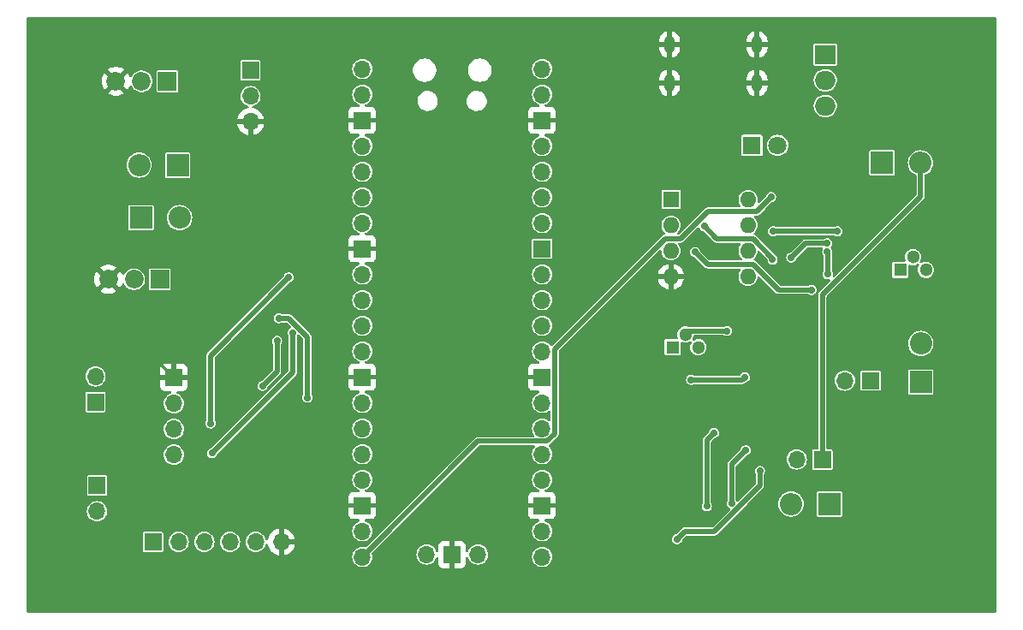
<source format=gbl>
%TF.GenerationSoftware,KiCad,Pcbnew,7.0.9*%
%TF.CreationDate,2024-06-04T21:04:57+02:00*%
%TF.ProjectId,Differential,44696666-6572-4656-9e74-69616c2e6b69,rev?*%
%TF.SameCoordinates,Original*%
%TF.FileFunction,Copper,L2,Bot*%
%TF.FilePolarity,Positive*%
%FSLAX46Y46*%
G04 Gerber Fmt 4.6, Leading zero omitted, Abs format (unit mm)*
G04 Created by KiCad (PCBNEW 7.0.9) date 2024-06-04 21:04:57*
%MOMM*%
%LPD*%
G01*
G04 APERTURE LIST*
%TA.AperFunction,ComponentPad*%
%ADD10R,2.200000X2.200000*%
%TD*%
%TA.AperFunction,ComponentPad*%
%ADD11O,2.200000X2.200000*%
%TD*%
%TA.AperFunction,ComponentPad*%
%ADD12R,1.800000X1.800000*%
%TD*%
%TA.AperFunction,ComponentPad*%
%ADD13C,1.800000*%
%TD*%
%TA.AperFunction,ComponentPad*%
%ADD14R,1.850000X1.850000*%
%TD*%
%TA.AperFunction,ComponentPad*%
%ADD15C,1.850000*%
%TD*%
%TA.AperFunction,ComponentPad*%
%ADD16R,1.700000X1.700000*%
%TD*%
%TA.AperFunction,ComponentPad*%
%ADD17O,1.700000X1.700000*%
%TD*%
%TA.AperFunction,ComponentPad*%
%ADD18R,1.300000X1.300000*%
%TD*%
%TA.AperFunction,ComponentPad*%
%ADD19C,1.300000*%
%TD*%
%TA.AperFunction,ComponentPad*%
%ADD20O,1.100000X1.700000*%
%TD*%
%TA.AperFunction,ComponentPad*%
%ADD21R,2.000000X1.905000*%
%TD*%
%TA.AperFunction,ComponentPad*%
%ADD22O,2.000000X1.905000*%
%TD*%
%TA.AperFunction,ComponentPad*%
%ADD23O,1.600000X1.600000*%
%TD*%
%TA.AperFunction,ComponentPad*%
%ADD24R,1.600000X1.600000*%
%TD*%
%TA.AperFunction,ViaPad*%
%ADD25C,0.700000*%
%TD*%
%TA.AperFunction,Conductor*%
%ADD26C,0.250000*%
%TD*%
%TA.AperFunction,Conductor*%
%ADD27C,0.500000*%
%TD*%
G04 APERTURE END LIST*
D10*
%TO.P,D6,1,K*%
%TO.N,+3.3V*%
X229482183Y-139070000D03*
D11*
%TO.P,D6,2,A*%
%TO.N,Net-(D6-A)*%
X225672183Y-139070000D03*
%TD*%
%TO.P,D3,2,A*%
%TO.N,Net-(D3-A)*%
X161200000Y-105550000D03*
D10*
%TO.P,D3,1,K*%
%TO.N,+3.3V*%
X165010000Y-105550000D03*
%TD*%
D12*
%TO.P,D1,1,K*%
%TO.N,Net-(D1-K)*%
X221810000Y-103600000D03*
D13*
%TO.P,D1,2,A*%
%TO.N,+5V*%
X224350000Y-103600000D03*
%TD*%
D14*
%TO.P,Q2,1,G*%
%TO.N,Net-(Q2-G)*%
X163240000Y-116840000D03*
D15*
%TO.P,Q2,2,D*%
%TO.N,Net-(D4-A)*%
X160700000Y-116840000D03*
%TO.P,Q2,3,S*%
%TO.N,GND*%
X158160000Y-116840000D03*
%TD*%
D10*
%TO.P,D2,1,K*%
%TO.N,+5V*%
X234667818Y-105320000D03*
D11*
%TO.P,D2,2,A*%
%TO.N,+3.3V*%
X238477818Y-105320000D03*
%TD*%
D16*
%TO.P,J3,1,Pin_1*%
%TO.N,+3.3V*%
X156885000Y-128990000D03*
D17*
%TO.P,J3,2,Pin_2*%
%TO.N,Net-(D4-A)*%
X156885000Y-126450000D03*
%TD*%
D16*
%TO.P,J5,1,Pin_1*%
%TO.N,+3.3V*%
X162570000Y-142820000D03*
D17*
%TO.P,J5,2,Pin_2*%
%TO.N,/SDA0*%
X165110000Y-142820000D03*
%TO.P,J5,3,Pin_3*%
%TO.N,/SCL0*%
X167650000Y-142820000D03*
%TO.P,J5,4,Pin_4*%
%TO.N,unconnected-(J5-Pin_4-Pad4)*%
X170190000Y-142820000D03*
%TO.P,J5,5,Pin_5*%
%TO.N,unconnected-(J5-Pin_5-Pad5)*%
X172730000Y-142820000D03*
%TO.P,J5,6,Pin_6*%
%TO.N,GND*%
X175270000Y-142820000D03*
%TD*%
D18*
%TO.P,Q3,1,E*%
%TO.N,Net-(Q3-E)*%
X236470000Y-115920000D03*
D19*
%TO.P,Q3,2,B*%
%TO.N,Net-(Q3-B)*%
X237740000Y-114650000D03*
%TO.P,Q3,3,C*%
%TO.N,Net-(D5-A)*%
X239010000Y-115920000D03*
%TD*%
D20*
%TO.P,J1,S1,SHIELD*%
%TO.N,GND*%
X222295000Y-97420000D03*
X222295000Y-93620000D03*
X213655000Y-97420000D03*
X213655000Y-93620000D03*
%TD*%
D16*
%TO.P,J4,1,Pin_1*%
%TO.N,GND*%
X164635000Y-126570000D03*
D17*
%TO.P,J4,2,Pin_2*%
%TO.N,+3.3V*%
X164635000Y-129110000D03*
%TO.P,J4,3,Pin_3*%
%TO.N,/SDA1*%
X164635000Y-131650000D03*
%TO.P,J4,4,Pin_4*%
%TO.N,/SCL1*%
X164635000Y-134190000D03*
%TD*%
%TO.P,U2,43,SWDIO*%
%TO.N,unconnected-(U2-SWDIO-Pad43)*%
X194700000Y-144070000D03*
D16*
%TO.P,U2,42,GND*%
%TO.N,GND*%
X192160000Y-144070000D03*
D17*
%TO.P,U2,41,SWCLK*%
%TO.N,unconnected-(U2-SWCLK-Pad41)*%
X189620000Y-144070000D03*
%TO.P,U2,40,VBUS*%
%TO.N,unconnected-(U2-VBUS-Pad40)*%
X201050000Y-96040000D03*
%TO.P,U2,39,VSYS*%
%TO.N,unconnected-(U2-VSYS-Pad39)*%
X201050000Y-98580000D03*
D16*
%TO.P,U2,38,GND*%
%TO.N,GND*%
X201050000Y-101120000D03*
D17*
%TO.P,U2,37,3V3_EN*%
%TO.N,unconnected-(U2-3V3_EN-Pad37)*%
X201050000Y-103660000D03*
%TO.P,U2,36,3V3*%
%TO.N,unconnected-(U2-3V3-Pad36)*%
X201050000Y-106200000D03*
%TO.P,U2,35,ADC_VREF*%
%TO.N,unconnected-(U2-ADC_VREF-Pad35)*%
X201050000Y-108740000D03*
%TO.P,U2,34,GPIO28_ADC2*%
%TO.N,unconnected-(U2-GPIO28_ADC2-Pad34)*%
X201050000Y-111280000D03*
D16*
%TO.P,U2,33,AGND*%
%TO.N,unconnected-(U2-AGND-Pad33)*%
X201050000Y-113820000D03*
D17*
%TO.P,U2,32,GPIO27_ADC1*%
%TO.N,unconnected-(U2-GPIO27_ADC1-Pad32)*%
X201050000Y-116360000D03*
%TO.P,U2,31,GPIO26_ADC0*%
%TO.N,unconnected-(U2-GPIO26_ADC0-Pad31)*%
X201050000Y-118900000D03*
%TO.P,U2,30,RUN*%
%TO.N,unconnected-(U2-RUN-Pad30)*%
X201050000Y-121440000D03*
%TO.P,U2,29,GPIO22*%
%TO.N,unconnected-(U2-GPIO22-Pad29)*%
X201050000Y-123980000D03*
D16*
%TO.P,U2,28,GND*%
%TO.N,GND*%
X201050000Y-126520000D03*
D17*
%TO.P,U2,27,GPIO21*%
%TO.N,unconnected-(U2-GPIO21-Pad27)*%
X201050000Y-129060000D03*
%TO.P,U2,26,GPIO20*%
%TO.N,unconnected-(U2-GPIO20-Pad26)*%
X201050000Y-131600000D03*
%TO.P,U2,25,GPIO19*%
%TO.N,unconnected-(U2-GPIO19-Pad25)*%
X201050000Y-134140000D03*
%TO.P,U2,24,GPIO18*%
%TO.N,unconnected-(U2-GPIO18-Pad24)*%
X201050000Y-136680000D03*
D16*
%TO.P,U2,23,GND*%
%TO.N,GND*%
X201050000Y-139220000D03*
D17*
%TO.P,U2,22,GPIO17*%
%TO.N,unconnected-(U2-GPIO17-Pad22)*%
X201050000Y-141760000D03*
%TO.P,U2,21,GPIO16*%
%TO.N,Baseline_Valve*%
X201050000Y-144300000D03*
%TO.P,U2,20,GPIO15*%
%TO.N,Cuff_Valve*%
X183270000Y-144300000D03*
%TO.P,U2,19,GPIO14*%
%TO.N,unconnected-(U2-GPIO14-Pad19)*%
X183270000Y-141760000D03*
D16*
%TO.P,U2,18,GND*%
%TO.N,GND*%
X183270000Y-139220000D03*
D17*
%TO.P,U2,17,GPIO13*%
%TO.N,unconnected-(U2-GPIO13-Pad17)*%
X183270000Y-136680000D03*
%TO.P,U2,16,GPIO12*%
%TO.N,unconnected-(U2-GPIO12-Pad16)*%
X183270000Y-134140000D03*
%TO.P,U2,15,GPIO11*%
%TO.N,/Middle_Valve*%
X183270000Y-131600000D03*
%TO.P,U2,14,GPIO10*%
%TO.N,/Pump*%
X183270000Y-129060000D03*
D16*
%TO.P,U2,13,GND*%
%TO.N,GND*%
X183270000Y-126520000D03*
D17*
%TO.P,U2,12,GPIO9*%
%TO.N,/SCL0*%
X183270000Y-123980000D03*
%TO.P,U2,11,GPIO8*%
%TO.N,/SDA0*%
X183270000Y-121440000D03*
%TO.P,U2,10,GPIO7*%
%TO.N,/SCL1*%
X183270000Y-118900000D03*
%TO.P,U2,9,GPIO6*%
%TO.N,/SDA1*%
X183270000Y-116360000D03*
D16*
%TO.P,U2,8,GND*%
%TO.N,GND*%
X183270000Y-113820000D03*
D17*
%TO.P,U2,7,GPIO5*%
%TO.N,unconnected-(U2-GPIO5-Pad7)*%
X183270000Y-111280000D03*
%TO.P,U2,6,GPIO4*%
%TO.N,unconnected-(U2-GPIO4-Pad6)*%
X183270000Y-108740000D03*
%TO.P,U2,5,GPIO3*%
%TO.N,unconnected-(U2-GPIO3-Pad5)*%
X183270000Y-106200000D03*
%TO.P,U2,4,GPIO2*%
%TO.N,unconnected-(U2-GPIO2-Pad4)*%
X183270000Y-103660000D03*
D16*
%TO.P,U2,3,GND*%
%TO.N,GND*%
X183270000Y-101120000D03*
D17*
%TO.P,U2,2,GPIO1*%
%TO.N,/RX*%
X183270000Y-98580000D03*
%TO.P,U2,1,GPIO0*%
%TO.N,/TX*%
X183270000Y-96040000D03*
%TD*%
D18*
%TO.P,Q4,1,E*%
%TO.N,Net-(Q4-E)*%
X213960000Y-123570000D03*
D19*
%TO.P,Q4,2,B*%
%TO.N,Net-(Q4-B)*%
X215230000Y-122300000D03*
%TO.P,Q4,3,C*%
%TO.N,Net-(D6-A)*%
X216500000Y-123570000D03*
%TD*%
D16*
%TO.P,J7,1,Pin_1*%
%TO.N,+3.3V*%
X228785000Y-134670000D03*
D17*
%TO.P,J7,2,Pin_2*%
%TO.N,Net-(D6-A)*%
X226245000Y-134670000D03*
%TD*%
D21*
%TO.P,U1,1,ADJ*%
%TO.N,Net-(U1-ADJ)*%
X229060000Y-94630000D03*
D22*
%TO.P,U1,2,VO*%
%TO.N,+3.3V*%
X229060000Y-97170000D03*
%TO.P,U1,3,VI*%
%TO.N,+5V*%
X229060000Y-99710000D03*
%TD*%
D16*
%TO.P,J6,1,Pin_1*%
%TO.N,+3.3V*%
X233535000Y-126870000D03*
D17*
%TO.P,J6,2,Pin_2*%
%TO.N,Net-(D5-A)*%
X230995000Y-126870000D03*
%TD*%
D14*
%TO.P,Q1,1,G*%
%TO.N,Net-(Q1-G)*%
X163990000Y-97260000D03*
D15*
%TO.P,Q1,2,D*%
%TO.N,Net-(D3-A)*%
X161450000Y-97260000D03*
%TO.P,Q1,3,S*%
%TO.N,GND*%
X158910000Y-97260000D03*
%TD*%
D16*
%TO.P,J2,1,Pin_1*%
%TO.N,+3.3V*%
X157035000Y-137250000D03*
D17*
%TO.P,J2,2,Pin_2*%
%TO.N,Net-(D3-A)*%
X157035000Y-139790000D03*
%TD*%
D10*
%TO.P,D5,1,K*%
%TO.N,+3.3V*%
X238510000Y-127007183D03*
D11*
%TO.P,D5,2,A*%
%TO.N,Net-(D5-A)*%
X238510000Y-123197183D03*
%TD*%
D10*
%TO.P,D4,1,K*%
%TO.N,+3.3V*%
X161390000Y-110750000D03*
D11*
%TO.P,D4,2,A*%
%TO.N,Net-(D4-A)*%
X165200000Y-110750000D03*
%TD*%
D23*
%TO.P,U3,8,V+*%
%TO.N,+5V*%
X221420000Y-108950000D03*
%TO.P,U3,7*%
%TO.N,Net-(Q4-B)*%
X221420000Y-111490000D03*
%TO.P,U3,6,-*%
%TO.N,Net-(U3B--)*%
X221420000Y-114030000D03*
%TO.P,U3,5,+*%
%TO.N,Net-(U3B-+)*%
X221420000Y-116570000D03*
%TO.P,U3,4,V-*%
%TO.N,GND*%
X213800000Y-116570000D03*
%TO.P,U3,3,+*%
%TO.N,Net-(U3A-+)*%
X213800000Y-114030000D03*
%TO.P,U3,2,-*%
%TO.N,Net-(U3A--)*%
X213800000Y-111490000D03*
D24*
%TO.P,U3,1*%
%TO.N,Net-(Q3-B)*%
X213800000Y-108950000D03*
%TD*%
D16*
%TO.P,J8,1,Pin_1*%
%TO.N,/TX*%
X172210000Y-96180000D03*
D17*
%TO.P,J8,2,Pin_2*%
%TO.N,/RX*%
X172210000Y-98720000D03*
%TO.P,J8,3,Pin_3*%
%TO.N,GND*%
X172210000Y-101260000D03*
%TD*%
D25*
%TO.N,GND*%
X157100000Y-119050000D03*
%TO.N,Net-(C3-Pad1)*%
X229250000Y-113300000D03*
X225700000Y-114700000D03*
%TO.N,Net-(C3-Pad2)*%
X223900000Y-112100000D03*
X230250000Y-112100000D03*
%TO.N,Net-(U3A-+)*%
X227700000Y-117900000D03*
X229250000Y-114149503D03*
X216200000Y-114150000D03*
X229300000Y-116350000D03*
%TO.N,Net-(U3A--)*%
X223850000Y-114900000D03*
X217100000Y-111600000D03*
%TO.N,Net-(C7-Pad1)*%
X222600000Y-135800000D03*
X214400000Y-142550000D03*
%TO.N,Net-(C7-Pad2)*%
X219800000Y-139000000D03*
X221200000Y-133750000D03*
%TO.N,Net-(U3B-+)*%
X217350000Y-139300000D03*
X218043727Y-132056273D03*
%TO.N,Net-(Q4-B)*%
X219350000Y-121950000D03*
%TO.N,Net-(U3B--)*%
X215800000Y-126800000D03*
X221100000Y-126550000D03*
%TO.N,/SDA1*%
X176000000Y-116650000D03*
X168250000Y-131100000D03*
%TO.N,/SCL1*%
X176400000Y-122150000D03*
X168400000Y-134050000D03*
%TO.N,/SDA0*%
X173400000Y-127400000D03*
X174850000Y-122950000D03*
%TO.N,/Pump*%
X177850000Y-128550000D03*
X175000000Y-120700000D03*
%TO.N,Cuff_Valve*%
X223700000Y-108700000D03*
%TD*%
D26*
%TO.N,GND*%
X157100000Y-119050000D02*
X164620000Y-126570000D01*
X164620000Y-126570000D02*
X164635000Y-126570000D01*
D27*
%TO.N,+3.3V*%
X228785000Y-134670000D02*
X228785000Y-118365000D01*
X228785000Y-118365000D02*
X238477818Y-108672182D01*
X238477818Y-108672182D02*
X238477818Y-105320000D01*
%TO.N,Net-(C3-Pad1)*%
X229250000Y-113300000D02*
X227100000Y-113300000D01*
X227100000Y-113300000D02*
X225700000Y-114700000D01*
%TO.N,Net-(C3-Pad2)*%
X223900000Y-112100000D02*
X230250000Y-112100000D01*
%TO.N,Net-(U3A-+)*%
X227700000Y-117900000D02*
X224447057Y-117900000D01*
X229300000Y-116350000D02*
X229300000Y-114199503D01*
X217420000Y-115370000D02*
X216200000Y-114150000D01*
X224447057Y-117900000D02*
X221917057Y-115370000D01*
X229300000Y-114199503D02*
X229250000Y-114149503D01*
X221917057Y-115370000D02*
X217420000Y-115370000D01*
%TO.N,Net-(U3A--)*%
X218330000Y-112830000D02*
X221917057Y-112830000D01*
X221917057Y-112830000D02*
X223850000Y-114762943D01*
X223850000Y-114762943D02*
X223850000Y-114900000D01*
X217100000Y-111600000D02*
X218330000Y-112830000D01*
%TO.N,Net-(C7-Pad1)*%
X222600000Y-137260661D02*
X222600000Y-135800000D01*
X215150000Y-141800000D02*
X218060661Y-141800000D01*
X218060661Y-141800000D02*
X222600000Y-137260661D01*
X214400000Y-142550000D02*
X215150000Y-141800000D01*
%TO.N,Net-(C7-Pad2)*%
X219800000Y-135150000D02*
X221200000Y-133750000D01*
X219800000Y-139000000D02*
X219800000Y-135150000D01*
%TO.N,Net-(U3B-+)*%
X217350000Y-132750000D02*
X218043727Y-132056273D01*
X217350000Y-139300000D02*
X217350000Y-132750000D01*
%TO.N,Net-(Q4-B)*%
X219350000Y-121950000D02*
X215580000Y-121950000D01*
X215580000Y-121950000D02*
X215230000Y-122300000D01*
%TO.N,Net-(U3B--)*%
X220850000Y-126800000D02*
X221100000Y-126550000D01*
X215800000Y-126800000D02*
X220850000Y-126800000D01*
%TO.N,/SDA1*%
X168250000Y-131100000D02*
X168250000Y-124400000D01*
X168250000Y-124400000D02*
X176000000Y-116650000D01*
%TO.N,/SCL1*%
X168400000Y-134050000D02*
X176400000Y-126050000D01*
X176400000Y-126050000D02*
X176400000Y-122150000D01*
%TO.N,/SDA0*%
X174850000Y-122950000D02*
X174850000Y-125950000D01*
X174850000Y-125950000D02*
X173400000Y-127400000D01*
%TO.N,/Pump*%
X177850000Y-128550000D02*
X177850000Y-122539339D01*
X177850000Y-122539339D02*
X176010661Y-120700000D01*
X176010661Y-120700000D02*
X175000000Y-120700000D01*
%TO.N,Cuff_Valve*%
X202300000Y-123750000D02*
X202300000Y-132117767D01*
X201567767Y-132850000D02*
X194720000Y-132850000D01*
X214770000Y-112830000D02*
X213220000Y-112830000D01*
X222250000Y-110150000D02*
X217450000Y-110150000D01*
X202300000Y-132117767D02*
X201567767Y-132850000D01*
X194720000Y-132850000D02*
X183270000Y-144300000D01*
X217450000Y-110150000D02*
X214770000Y-112830000D01*
X213220000Y-112830000D02*
X202300000Y-123750000D01*
X223700000Y-108700000D02*
X222250000Y-110150000D01*
%TD*%
%TA.AperFunction,Conductor*%
%TO.N,GND*%
G36*
X245942539Y-90920185D02*
G01*
X245988294Y-90972989D01*
X245999500Y-91024500D01*
X245999500Y-149676000D01*
X245979815Y-149743039D01*
X245927011Y-149788794D01*
X245875500Y-149800000D01*
X150224500Y-149800000D01*
X150157461Y-149780315D01*
X150111706Y-149727511D01*
X150100500Y-149676000D01*
X150100500Y-144300000D01*
X182264659Y-144300000D01*
X182283975Y-144496129D01*
X182283976Y-144496132D01*
X182324141Y-144628539D01*
X182341188Y-144684733D01*
X182434086Y-144858532D01*
X182434090Y-144858539D01*
X182559116Y-145010883D01*
X182711460Y-145135909D01*
X182711467Y-145135913D01*
X182885266Y-145228811D01*
X182885269Y-145228811D01*
X182885273Y-145228814D01*
X183073868Y-145286024D01*
X183270000Y-145305341D01*
X183466132Y-145286024D01*
X183654727Y-145228814D01*
X183828538Y-145135910D01*
X183980883Y-145010883D01*
X184105910Y-144858538D01*
X184198814Y-144684727D01*
X184256024Y-144496132D01*
X184275341Y-144300000D01*
X184256024Y-144103868D01*
X184245750Y-144070000D01*
X188614659Y-144070000D01*
X188633975Y-144266129D01*
X188691188Y-144454733D01*
X188784086Y-144628532D01*
X188784090Y-144628539D01*
X188909116Y-144780883D01*
X189061460Y-144905909D01*
X189061467Y-144905913D01*
X189235266Y-144998811D01*
X189235269Y-144998811D01*
X189235273Y-144998814D01*
X189423868Y-145056024D01*
X189620000Y-145075341D01*
X189816132Y-145056024D01*
X190004727Y-144998814D01*
X190178538Y-144905910D01*
X190330883Y-144780883D01*
X190455910Y-144628538D01*
X190548814Y-144454727D01*
X190567339Y-144393655D01*
X190605637Y-144335218D01*
X190669449Y-144306762D01*
X190738516Y-144317322D01*
X190790910Y-144363546D01*
X190810000Y-144429652D01*
X190810000Y-144967844D01*
X190816401Y-145027372D01*
X190816403Y-145027379D01*
X190866645Y-145162086D01*
X190866649Y-145162093D01*
X190952809Y-145277187D01*
X190952812Y-145277190D01*
X191067906Y-145363350D01*
X191067913Y-145363354D01*
X191202620Y-145413596D01*
X191202627Y-145413598D01*
X191262155Y-145419999D01*
X191262172Y-145420000D01*
X191910000Y-145420000D01*
X191910000Y-144516494D01*
X192014839Y-144564373D01*
X192123527Y-144580000D01*
X192196473Y-144580000D01*
X192305161Y-144564373D01*
X192410000Y-144516494D01*
X192410000Y-145420000D01*
X193057828Y-145420000D01*
X193057844Y-145419999D01*
X193117372Y-145413598D01*
X193117379Y-145413596D01*
X193252086Y-145363354D01*
X193252093Y-145363350D01*
X193367187Y-145277190D01*
X193367190Y-145277187D01*
X193453350Y-145162093D01*
X193453354Y-145162086D01*
X193503596Y-145027379D01*
X193503598Y-145027372D01*
X193509999Y-144967844D01*
X193510000Y-144967827D01*
X193510000Y-144429652D01*
X193529685Y-144362613D01*
X193582489Y-144316858D01*
X193651647Y-144306914D01*
X193715203Y-144335939D01*
X193752660Y-144393655D01*
X193763580Y-144429652D01*
X193771187Y-144454731D01*
X193864086Y-144628532D01*
X193864090Y-144628539D01*
X193989116Y-144780883D01*
X194141460Y-144905909D01*
X194141467Y-144905913D01*
X194315266Y-144998811D01*
X194315269Y-144998811D01*
X194315273Y-144998814D01*
X194503868Y-145056024D01*
X194700000Y-145075341D01*
X194896132Y-145056024D01*
X195084727Y-144998814D01*
X195258538Y-144905910D01*
X195410883Y-144780883D01*
X195535910Y-144628538D01*
X195582362Y-144541632D01*
X195628811Y-144454733D01*
X195628812Y-144454731D01*
X195628814Y-144454727D01*
X195675750Y-144300000D01*
X200044659Y-144300000D01*
X200063975Y-144496129D01*
X200063976Y-144496132D01*
X200104141Y-144628539D01*
X200121188Y-144684733D01*
X200214086Y-144858532D01*
X200214090Y-144858539D01*
X200339116Y-145010883D01*
X200491460Y-145135909D01*
X200491467Y-145135913D01*
X200665266Y-145228811D01*
X200665269Y-145228811D01*
X200665273Y-145228814D01*
X200853868Y-145286024D01*
X201050000Y-145305341D01*
X201246132Y-145286024D01*
X201434727Y-145228814D01*
X201608538Y-145135910D01*
X201760883Y-145010883D01*
X201885910Y-144858538D01*
X201978814Y-144684727D01*
X202036024Y-144496132D01*
X202055341Y-144300000D01*
X202036024Y-144103868D01*
X201978814Y-143915273D01*
X201978811Y-143915269D01*
X201978811Y-143915266D01*
X201885913Y-143741467D01*
X201885909Y-143741460D01*
X201760883Y-143589116D01*
X201608539Y-143464090D01*
X201608532Y-143464086D01*
X201434733Y-143371188D01*
X201434727Y-143371186D01*
X201308997Y-143333046D01*
X201246129Y-143313975D01*
X201050000Y-143294659D01*
X200853870Y-143313975D01*
X200665266Y-143371188D01*
X200491467Y-143464086D01*
X200491460Y-143464090D01*
X200339116Y-143589116D01*
X200214090Y-143741460D01*
X200214086Y-143741467D01*
X200121188Y-143915266D01*
X200063975Y-144103870D01*
X200044659Y-144300000D01*
X195675750Y-144300000D01*
X195686024Y-144266132D01*
X195705341Y-144070000D01*
X195686024Y-143873868D01*
X195628814Y-143685273D01*
X195628811Y-143685269D01*
X195628811Y-143685266D01*
X195535913Y-143511467D01*
X195535909Y-143511460D01*
X195410883Y-143359116D01*
X195258539Y-143234090D01*
X195258532Y-143234086D01*
X195084733Y-143141188D01*
X195084727Y-143141186D01*
X194896132Y-143083976D01*
X194896129Y-143083975D01*
X194700000Y-143064659D01*
X194503870Y-143083975D01*
X194315266Y-143141188D01*
X194141467Y-143234086D01*
X194141460Y-143234090D01*
X193989116Y-143359116D01*
X193864090Y-143511460D01*
X193864086Y-143511467D01*
X193771186Y-143685271D01*
X193752660Y-143746343D01*
X193714363Y-143804781D01*
X193650550Y-143833238D01*
X193581483Y-143822677D01*
X193529090Y-143776452D01*
X193510000Y-143710347D01*
X193510000Y-143172172D01*
X193509999Y-143172155D01*
X193503598Y-143112627D01*
X193503596Y-143112620D01*
X193453354Y-142977913D01*
X193453350Y-142977906D01*
X193367190Y-142862812D01*
X193367187Y-142862809D01*
X193252093Y-142776649D01*
X193252086Y-142776645D01*
X193117379Y-142726403D01*
X193117372Y-142726401D01*
X193057844Y-142720000D01*
X192410000Y-142720000D01*
X192410000Y-143623505D01*
X192305161Y-143575627D01*
X192196473Y-143560000D01*
X192123527Y-143560000D01*
X192014839Y-143575627D01*
X191910000Y-143623505D01*
X191910000Y-142720000D01*
X191262155Y-142720000D01*
X191202627Y-142726401D01*
X191202620Y-142726403D01*
X191067913Y-142776645D01*
X191067906Y-142776649D01*
X190952812Y-142862809D01*
X190952809Y-142862812D01*
X190866649Y-142977906D01*
X190866645Y-142977913D01*
X190816403Y-143112620D01*
X190816401Y-143112627D01*
X190810000Y-143172155D01*
X190810000Y-143710347D01*
X190790315Y-143777386D01*
X190737511Y-143823141D01*
X190668353Y-143833085D01*
X190604797Y-143804060D01*
X190567340Y-143746343D01*
X190548813Y-143685271D01*
X190455913Y-143511467D01*
X190455909Y-143511460D01*
X190330883Y-143359116D01*
X190178539Y-143234090D01*
X190178532Y-143234086D01*
X190004733Y-143141188D01*
X190004727Y-143141186D01*
X189816132Y-143083976D01*
X189816129Y-143083975D01*
X189620000Y-143064659D01*
X189423870Y-143083975D01*
X189235266Y-143141188D01*
X189061467Y-143234086D01*
X189061460Y-143234090D01*
X188909116Y-143359116D01*
X188784090Y-143511460D01*
X188784086Y-143511467D01*
X188691188Y-143685266D01*
X188633975Y-143873870D01*
X188614659Y-144070000D01*
X184245750Y-144070000D01*
X184225580Y-144003509D01*
X184224956Y-143933642D01*
X184256557Y-143879834D01*
X188018547Y-140117844D01*
X199700000Y-140117844D01*
X199706401Y-140177372D01*
X199706403Y-140177379D01*
X199756645Y-140312086D01*
X199756649Y-140312093D01*
X199842809Y-140427187D01*
X199842812Y-140427190D01*
X199957906Y-140513350D01*
X199957913Y-140513354D01*
X200092620Y-140563596D01*
X200092627Y-140563598D01*
X200152155Y-140569999D01*
X200152172Y-140570000D01*
X200690348Y-140570000D01*
X200757387Y-140589685D01*
X200803142Y-140642489D01*
X200813086Y-140711647D01*
X200784061Y-140775203D01*
X200726344Y-140812660D01*
X200696630Y-140821673D01*
X200665268Y-140831187D01*
X200491467Y-140924086D01*
X200491460Y-140924090D01*
X200339116Y-141049116D01*
X200214090Y-141201460D01*
X200214086Y-141201467D01*
X200121188Y-141375266D01*
X200063975Y-141563870D01*
X200044659Y-141760000D01*
X200063975Y-141956129D01*
X200063976Y-141956132D01*
X200111428Y-142112561D01*
X200121188Y-142144733D01*
X200214086Y-142318532D01*
X200214090Y-142318539D01*
X200339116Y-142470883D01*
X200491460Y-142595909D01*
X200491467Y-142595913D01*
X200665266Y-142688811D01*
X200665269Y-142688811D01*
X200665273Y-142688814D01*
X200853868Y-142746024D01*
X201050000Y-142765341D01*
X201246132Y-142746024D01*
X201434727Y-142688814D01*
X201608538Y-142595910D01*
X201664479Y-142550000D01*
X213894353Y-142550000D01*
X213914834Y-142692456D01*
X213974622Y-142823371D01*
X213974623Y-142823373D01*
X214068872Y-142932143D01*
X214189947Y-143009953D01*
X214189950Y-143009954D01*
X214189949Y-143009954D01*
X214328036Y-143050499D01*
X214328038Y-143050500D01*
X214328039Y-143050500D01*
X214471962Y-143050500D01*
X214471962Y-143050499D01*
X214610053Y-143009953D01*
X214731128Y-142932143D01*
X214825377Y-142823373D01*
X214885165Y-142692457D01*
X214889573Y-142661797D01*
X214918597Y-142598241D01*
X214924616Y-142591775D01*
X215279573Y-142236819D01*
X215340896Y-142203334D01*
X215367254Y-142200500D01*
X218124092Y-142200500D01*
X218124094Y-142200500D01*
X218145162Y-142193654D01*
X218164078Y-142189112D01*
X218185965Y-142185646D01*
X218205705Y-142175586D01*
X218223672Y-142168144D01*
X218244751Y-142161296D01*
X218262687Y-142148263D01*
X218279249Y-142138114D01*
X218299003Y-142128050D01*
X218314495Y-142112557D01*
X218314502Y-142112552D01*
X221357052Y-139070002D01*
X224416906Y-139070002D01*
X224423245Y-139142456D01*
X224434698Y-139273373D01*
X224435976Y-139287975D01*
X224435976Y-139287979D01*
X224492605Y-139499322D01*
X224492607Y-139499326D01*
X224492608Y-139499330D01*
X224536692Y-139593868D01*
X224585080Y-139697638D01*
X224585081Y-139697639D01*
X224710585Y-139876877D01*
X224865306Y-140031598D01*
X225044544Y-140157102D01*
X225242853Y-140249575D01*
X225454206Y-140306207D01*
X225637109Y-140322208D01*
X225672181Y-140325277D01*
X225672183Y-140325277D01*
X225672185Y-140325277D01*
X225700437Y-140322805D01*
X225890160Y-140306207D01*
X226101513Y-140249575D01*
X226240376Y-140184822D01*
X228231682Y-140184822D01*
X228240414Y-140228717D01*
X228240417Y-140228724D01*
X228273678Y-140278503D01*
X228273679Y-140278504D01*
X228323461Y-140311767D01*
X228323464Y-140311767D01*
X228323465Y-140311768D01*
X228367360Y-140320500D01*
X228367363Y-140320500D01*
X230597005Y-140320500D01*
X230640900Y-140311768D01*
X230640900Y-140311767D01*
X230640905Y-140311767D01*
X230690687Y-140278504D01*
X230723950Y-140228722D01*
X230732683Y-140184820D01*
X230732683Y-137955180D01*
X230732683Y-137955177D01*
X230723951Y-137911282D01*
X230723950Y-137911281D01*
X230723950Y-137911278D01*
X230690687Y-137861496D01*
X230674844Y-137850910D01*
X230640907Y-137828234D01*
X230640900Y-137828231D01*
X230597005Y-137819500D01*
X230597003Y-137819500D01*
X228367363Y-137819500D01*
X228367361Y-137819500D01*
X228323465Y-137828231D01*
X228323458Y-137828234D01*
X228273679Y-137861495D01*
X228273678Y-137861496D01*
X228240417Y-137911275D01*
X228240414Y-137911282D01*
X228231683Y-137955177D01*
X228231683Y-137955180D01*
X228231683Y-140184820D01*
X228231683Y-140184822D01*
X228231682Y-140184822D01*
X226240376Y-140184822D01*
X226299822Y-140157102D01*
X226479060Y-140031598D01*
X226633781Y-139876877D01*
X226759285Y-139697639D01*
X226851758Y-139499330D01*
X226908390Y-139287977D01*
X226924988Y-139098254D01*
X226927460Y-139070002D01*
X226927460Y-139069997D01*
X226921154Y-138997917D01*
X226908390Y-138852023D01*
X226851758Y-138640670D01*
X226759285Y-138442362D01*
X226759283Y-138442359D01*
X226759282Y-138442357D01*
X226633782Y-138263124D01*
X226579161Y-138208503D01*
X226479060Y-138108402D01*
X226299822Y-137982898D01*
X226299823Y-137982898D01*
X226299821Y-137982897D01*
X226200667Y-137936661D01*
X226101513Y-137890425D01*
X226101509Y-137890424D01*
X226101505Y-137890422D01*
X225890160Y-137833793D01*
X225672185Y-137814723D01*
X225672181Y-137814723D01*
X225526865Y-137827436D01*
X225454206Y-137833793D01*
X225454203Y-137833793D01*
X225242860Y-137890422D01*
X225242851Y-137890426D01*
X225044544Y-137982898D01*
X225044540Y-137982900D01*
X224865304Y-138108402D01*
X224710585Y-138263121D01*
X224585083Y-138442357D01*
X224585081Y-138442361D01*
X224492609Y-138640668D01*
X224492605Y-138640677D01*
X224435976Y-138852020D01*
X224435976Y-138852024D01*
X224416906Y-139069997D01*
X224416906Y-139070002D01*
X221357052Y-139070002D01*
X222912552Y-137514502D01*
X222912557Y-137514495D01*
X222928050Y-137499003D01*
X222938109Y-137479259D01*
X222948269Y-137462679D01*
X222961296Y-137444750D01*
X222968142Y-137423678D01*
X222975588Y-137405704D01*
X222985645Y-137385966D01*
X222985646Y-137385965D01*
X222989112Y-137364077D01*
X222993651Y-137345171D01*
X223000500Y-137324094D01*
X223000500Y-137197228D01*
X223000500Y-136148332D01*
X223020185Y-136081293D01*
X223020901Y-136080336D01*
X223025368Y-136073382D01*
X223025377Y-136073373D01*
X223085165Y-135942457D01*
X223105647Y-135800000D01*
X223085165Y-135657543D01*
X223025377Y-135526627D01*
X222931128Y-135417857D01*
X222810053Y-135340047D01*
X222810051Y-135340046D01*
X222810049Y-135340045D01*
X222810050Y-135340045D01*
X222671963Y-135299500D01*
X222671961Y-135299500D01*
X222528039Y-135299500D01*
X222528036Y-135299500D01*
X222389949Y-135340045D01*
X222268873Y-135417856D01*
X222174623Y-135526626D01*
X222174622Y-135526628D01*
X222114834Y-135657543D01*
X222094353Y-135800000D01*
X222114834Y-135942456D01*
X222127010Y-135969116D01*
X222174623Y-136073373D01*
X222174627Y-136073378D01*
X222179418Y-136080833D01*
X222176364Y-136082795D01*
X222198235Y-136130663D01*
X222199500Y-136148332D01*
X222199500Y-137043405D01*
X222179815Y-137110444D01*
X222163181Y-137131086D01*
X220458964Y-138835302D01*
X220397641Y-138868787D01*
X220327949Y-138863803D01*
X220272016Y-138821931D01*
X220258493Y-138799141D01*
X220225377Y-138726627D01*
X220225374Y-138726623D01*
X220220582Y-138719166D01*
X220223621Y-138717212D01*
X220201749Y-138669224D01*
X220200500Y-138651667D01*
X220200500Y-135367255D01*
X220220185Y-135300216D01*
X220236819Y-135279574D01*
X220665510Y-134850883D01*
X220846393Y-134670000D01*
X225239659Y-134670000D01*
X225258975Y-134866129D01*
X225258976Y-134866132D01*
X225307444Y-135025910D01*
X225316188Y-135054733D01*
X225409086Y-135228532D01*
X225409090Y-135228539D01*
X225534116Y-135380883D01*
X225686460Y-135505909D01*
X225686467Y-135505913D01*
X225860266Y-135598811D01*
X225860269Y-135598811D01*
X225860273Y-135598814D01*
X226048868Y-135656024D01*
X226245000Y-135675341D01*
X226441132Y-135656024D01*
X226629727Y-135598814D01*
X226667317Y-135578722D01*
X226716632Y-135552362D01*
X226803538Y-135505910D01*
X226955883Y-135380883D01*
X227080910Y-135228538D01*
X227156795Y-135086567D01*
X227173811Y-135054733D01*
X227173811Y-135054732D01*
X227173814Y-135054727D01*
X227231024Y-134866132D01*
X227250341Y-134670000D01*
X227231024Y-134473868D01*
X227173814Y-134285273D01*
X227173811Y-134285269D01*
X227173811Y-134285266D01*
X227080913Y-134111467D01*
X227080909Y-134111460D01*
X226955883Y-133959116D01*
X226803539Y-133834090D01*
X226803532Y-133834086D01*
X226629733Y-133741188D01*
X226629727Y-133741186D01*
X226441132Y-133683976D01*
X226441129Y-133683975D01*
X226245000Y-133664659D01*
X226048870Y-133683975D01*
X225860266Y-133741188D01*
X225686467Y-133834086D01*
X225686460Y-133834090D01*
X225534116Y-133959116D01*
X225409090Y-134111460D01*
X225409086Y-134111467D01*
X225316188Y-134285266D01*
X225258975Y-134473870D01*
X225239659Y-134670000D01*
X220846393Y-134670000D01*
X221240992Y-134275400D01*
X221293737Y-134244106D01*
X221410050Y-134209954D01*
X221410050Y-134209953D01*
X221410053Y-134209953D01*
X221531128Y-134132143D01*
X221625377Y-134023373D01*
X221685165Y-133892457D01*
X221705647Y-133750000D01*
X221699642Y-133708236D01*
X221685165Y-133607543D01*
X221658657Y-133549500D01*
X221625377Y-133476627D01*
X221531128Y-133367857D01*
X221410053Y-133290047D01*
X221410051Y-133290046D01*
X221410049Y-133290045D01*
X221410050Y-133290045D01*
X221271963Y-133249500D01*
X221271961Y-133249500D01*
X221128039Y-133249500D01*
X221128036Y-133249500D01*
X220989949Y-133290045D01*
X220868873Y-133367856D01*
X220774623Y-133476626D01*
X220774622Y-133476628D01*
X220714835Y-133607541D01*
X220714834Y-133607545D01*
X220710426Y-133638204D01*
X220681400Y-133701759D01*
X220675369Y-133708236D01*
X219494516Y-134889091D01*
X219494513Y-134889094D01*
X219471949Y-134911659D01*
X219471948Y-134911660D01*
X219461891Y-134931397D01*
X219451731Y-134947977D01*
X219438706Y-134965905D01*
X219438703Y-134965910D01*
X219431854Y-134986988D01*
X219424413Y-135004952D01*
X219414354Y-135024695D01*
X219410887Y-135046582D01*
X219406347Y-135065491D01*
X219399500Y-135086567D01*
X219399500Y-138651667D01*
X219379815Y-138718706D01*
X219379094Y-138719669D01*
X219374622Y-138726628D01*
X219314834Y-138857543D01*
X219294353Y-139000000D01*
X219314834Y-139142456D01*
X219355485Y-139231467D01*
X219374623Y-139273373D01*
X219468872Y-139382143D01*
X219589947Y-139459953D01*
X219589954Y-139459955D01*
X219595246Y-139462372D01*
X219648051Y-139508126D01*
X219667737Y-139575165D01*
X219648054Y-139642205D01*
X219631418Y-139662849D01*
X217931087Y-141363181D01*
X217869764Y-141396666D01*
X217843406Y-141399500D01*
X215086567Y-141399500D01*
X215065491Y-141406347D01*
X215046582Y-141410887D01*
X215024696Y-141414354D01*
X215004955Y-141424412D01*
X214986987Y-141431854D01*
X214965912Y-141438702D01*
X214965909Y-141438704D01*
X214947984Y-141451727D01*
X214931399Y-141461890D01*
X214911659Y-141471948D01*
X214900375Y-141483232D01*
X214889091Y-141494517D01*
X214737209Y-141646399D01*
X214359009Y-142024597D01*
X214306263Y-142055893D01*
X214189949Y-142090045D01*
X214068873Y-142167856D01*
X213974623Y-142276626D01*
X213974622Y-142276628D01*
X213914834Y-142407543D01*
X213894353Y-142550000D01*
X201664479Y-142550000D01*
X201760883Y-142470883D01*
X201885910Y-142318538D01*
X201949003Y-142200499D01*
X201978811Y-142144733D01*
X201978811Y-142144732D01*
X201978814Y-142144727D01*
X202036024Y-141956132D01*
X202055341Y-141760000D01*
X202036024Y-141563868D01*
X201978814Y-141375273D01*
X201978811Y-141375269D01*
X201978811Y-141375266D01*
X201885913Y-141201467D01*
X201885909Y-141201460D01*
X201760883Y-141049116D01*
X201608539Y-140924090D01*
X201608532Y-140924086D01*
X201434731Y-140831187D01*
X201416190Y-140825562D01*
X201373655Y-140812660D01*
X201315218Y-140774363D01*
X201286762Y-140710551D01*
X201297322Y-140641484D01*
X201343546Y-140589090D01*
X201409652Y-140570000D01*
X201947828Y-140570000D01*
X201947844Y-140569999D01*
X202007372Y-140563598D01*
X202007379Y-140563596D01*
X202142086Y-140513354D01*
X202142093Y-140513350D01*
X202257187Y-140427190D01*
X202257190Y-140427187D01*
X202343350Y-140312093D01*
X202343354Y-140312086D01*
X202393596Y-140177379D01*
X202393598Y-140177372D01*
X202399999Y-140117844D01*
X202400000Y-140117827D01*
X202400000Y-139470000D01*
X201495572Y-139470000D01*
X201518682Y-139434040D01*
X201558041Y-139300000D01*
X216844353Y-139300000D01*
X216864834Y-139442456D01*
X216894825Y-139508126D01*
X216924623Y-139573373D01*
X217018872Y-139682143D01*
X217139947Y-139759953D01*
X217139950Y-139759954D01*
X217139949Y-139759954D01*
X217278036Y-139800499D01*
X217278038Y-139800500D01*
X217278039Y-139800500D01*
X217421962Y-139800500D01*
X217421962Y-139800499D01*
X217560053Y-139759953D01*
X217681128Y-139682143D01*
X217775377Y-139573373D01*
X217835165Y-139442457D01*
X217855647Y-139300000D01*
X217835165Y-139157543D01*
X217775377Y-139026627D01*
X217775374Y-139026624D01*
X217770582Y-139019166D01*
X217773621Y-139017212D01*
X217751749Y-138969224D01*
X217750500Y-138951667D01*
X217750500Y-132967254D01*
X217770185Y-132900215D01*
X217786819Y-132879573D01*
X218084718Y-132581673D01*
X218137458Y-132550380D01*
X218253780Y-132516226D01*
X218374855Y-132438416D01*
X218469104Y-132329646D01*
X218528892Y-132198730D01*
X218549374Y-132056273D01*
X218528892Y-131913816D01*
X218469104Y-131782900D01*
X218374855Y-131674130D01*
X218253780Y-131596320D01*
X218253778Y-131596319D01*
X218253776Y-131596318D01*
X218253777Y-131596318D01*
X218115690Y-131555773D01*
X218115688Y-131555773D01*
X217971766Y-131555773D01*
X217971763Y-131555773D01*
X217833676Y-131596318D01*
X217712600Y-131674129D01*
X217618350Y-131782899D01*
X217618349Y-131782901D01*
X217558562Y-131913814D01*
X217558561Y-131913818D01*
X217554153Y-131944478D01*
X217525127Y-132008033D01*
X217519096Y-132014510D01*
X217044516Y-132489091D01*
X217044513Y-132489094D01*
X217021949Y-132511659D01*
X217021948Y-132511660D01*
X217011891Y-132531397D01*
X217001731Y-132547977D01*
X216988706Y-132565905D01*
X216988703Y-132565910D01*
X216981854Y-132586988D01*
X216974413Y-132604952D01*
X216964354Y-132624695D01*
X216960887Y-132646582D01*
X216956347Y-132665491D01*
X216949500Y-132686567D01*
X216949500Y-138951667D01*
X216929815Y-139018706D01*
X216929094Y-139019669D01*
X216924622Y-139026628D01*
X216864834Y-139157543D01*
X216844353Y-139300000D01*
X201558041Y-139300000D01*
X201560000Y-139293327D01*
X201560000Y-139146673D01*
X201518682Y-139005960D01*
X201495572Y-138970000D01*
X202400000Y-138970000D01*
X202400000Y-138322172D01*
X202399999Y-138322155D01*
X202393598Y-138262627D01*
X202393596Y-138262620D01*
X202343354Y-138127913D01*
X202343350Y-138127906D01*
X202257190Y-138012812D01*
X202257187Y-138012809D01*
X202142093Y-137926649D01*
X202142086Y-137926645D01*
X202007379Y-137876403D01*
X202007372Y-137876401D01*
X201947844Y-137870000D01*
X201409652Y-137870000D01*
X201342613Y-137850315D01*
X201296858Y-137797511D01*
X201286914Y-137728353D01*
X201315939Y-137664797D01*
X201373655Y-137627339D01*
X201434727Y-137608814D01*
X201608538Y-137515910D01*
X201760883Y-137390883D01*
X201885910Y-137238538D01*
X201978814Y-137064727D01*
X202036024Y-136876132D01*
X202055341Y-136680000D01*
X202036024Y-136483868D01*
X201978814Y-136295273D01*
X201978811Y-136295269D01*
X201978811Y-136295266D01*
X201885913Y-136121467D01*
X201885909Y-136121460D01*
X201760883Y-135969116D01*
X201608539Y-135844090D01*
X201608532Y-135844086D01*
X201434733Y-135751188D01*
X201434727Y-135751186D01*
X201246132Y-135693976D01*
X201246129Y-135693975D01*
X201050000Y-135674659D01*
X200853870Y-135693975D01*
X200665266Y-135751188D01*
X200491467Y-135844086D01*
X200491460Y-135844090D01*
X200339116Y-135969116D01*
X200214090Y-136121460D01*
X200214086Y-136121467D01*
X200121188Y-136295266D01*
X200063975Y-136483870D01*
X200044659Y-136680000D01*
X200063975Y-136876129D01*
X200121188Y-137064733D01*
X200214086Y-137238532D01*
X200214090Y-137238539D01*
X200339116Y-137390883D01*
X200491460Y-137515909D01*
X200491467Y-137515913D01*
X200665268Y-137608812D01*
X200665270Y-137608812D01*
X200665273Y-137608814D01*
X200726344Y-137627339D01*
X200784782Y-137665637D01*
X200813238Y-137729449D01*
X200802678Y-137798516D01*
X200756454Y-137850910D01*
X200690348Y-137870000D01*
X200152155Y-137870000D01*
X200092627Y-137876401D01*
X200092620Y-137876403D01*
X199957913Y-137926645D01*
X199957906Y-137926649D01*
X199842812Y-138012809D01*
X199842809Y-138012812D01*
X199756649Y-138127906D01*
X199756645Y-138127913D01*
X199706403Y-138262620D01*
X199706401Y-138262627D01*
X199700000Y-138322155D01*
X199700000Y-138970000D01*
X200604428Y-138970000D01*
X200581318Y-139005960D01*
X200540000Y-139146673D01*
X200540000Y-139293327D01*
X200581318Y-139434040D01*
X200604428Y-139470000D01*
X199700000Y-139470000D01*
X199700000Y-140117844D01*
X188018547Y-140117844D01*
X194849573Y-133286819D01*
X194910896Y-133253334D01*
X194937254Y-133250500D01*
X200223528Y-133250500D01*
X200290567Y-133270185D01*
X200336322Y-133322989D01*
X200346266Y-133392147D01*
X200319381Y-133453165D01*
X200214090Y-133581460D01*
X200214086Y-133581467D01*
X200121188Y-133755266D01*
X200063975Y-133943870D01*
X200044659Y-134140000D01*
X200063975Y-134336129D01*
X200121188Y-134524733D01*
X200214086Y-134698532D01*
X200214090Y-134698539D01*
X200339116Y-134850883D01*
X200491460Y-134975909D01*
X200491467Y-134975913D01*
X200665266Y-135068811D01*
X200665269Y-135068811D01*
X200665273Y-135068814D01*
X200853868Y-135126024D01*
X201050000Y-135145341D01*
X201246132Y-135126024D01*
X201434727Y-135068814D01*
X201608538Y-134975910D01*
X201760883Y-134850883D01*
X201885910Y-134698538D01*
X201952085Y-134574733D01*
X201978811Y-134524733D01*
X201978811Y-134524732D01*
X201978814Y-134524727D01*
X202036024Y-134336132D01*
X202055341Y-134140000D01*
X202036024Y-133943868D01*
X201978814Y-133755273D01*
X201978811Y-133755269D01*
X201978811Y-133755266D01*
X201885913Y-133581467D01*
X201885909Y-133581460D01*
X201760884Y-133429117D01*
X201739938Y-133411928D01*
X201700603Y-133354183D01*
X201698732Y-133284338D01*
X201734918Y-133224570D01*
X201745714Y-133215758D01*
X201751853Y-133211297D01*
X201751857Y-133211296D01*
X201769791Y-133198265D01*
X201786355Y-133188114D01*
X201806109Y-133178050D01*
X201821601Y-133162557D01*
X201821608Y-133162552D01*
X202612552Y-132371608D01*
X202612557Y-132371601D01*
X202628050Y-132356109D01*
X202638109Y-132336365D01*
X202648269Y-132319785D01*
X202661296Y-132301856D01*
X202668142Y-132280784D01*
X202675588Y-132262810D01*
X202685645Y-132243072D01*
X202685646Y-132243071D01*
X202689112Y-132221183D01*
X202693651Y-132202277D01*
X202700500Y-132181200D01*
X202700500Y-132054334D01*
X202700500Y-126800000D01*
X215294353Y-126800000D01*
X215314834Y-126942456D01*
X215374622Y-127073371D01*
X215374623Y-127073373D01*
X215468872Y-127182143D01*
X215589947Y-127259953D01*
X215589950Y-127259954D01*
X215589949Y-127259954D01*
X215728036Y-127300499D01*
X215728038Y-127300500D01*
X215728039Y-127300500D01*
X215871962Y-127300500D01*
X215871962Y-127300499D01*
X216010050Y-127259954D01*
X216010051Y-127259954D01*
X216018176Y-127254733D01*
X216028949Y-127247809D01*
X216071936Y-127220184D01*
X216138974Y-127200500D01*
X220913431Y-127200500D01*
X220913433Y-127200500D01*
X220934501Y-127193654D01*
X220953417Y-127189112D01*
X220975304Y-127185646D01*
X220995044Y-127175586D01*
X221013011Y-127168144D01*
X221034090Y-127161296D01*
X221052026Y-127148263D01*
X221068588Y-127138114D01*
X221088342Y-127128050D01*
X221103835Y-127112555D01*
X221103839Y-127112553D01*
X221110907Y-127105485D01*
X221110909Y-127105484D01*
X221140991Y-127075401D01*
X221193737Y-127044106D01*
X221310050Y-127009954D01*
X221310050Y-127009953D01*
X221310053Y-127009953D01*
X221431128Y-126932143D01*
X221525377Y-126823373D01*
X221585165Y-126692457D01*
X221605647Y-126550000D01*
X221585165Y-126407543D01*
X221525377Y-126276627D01*
X221431128Y-126167857D01*
X221310053Y-126090047D01*
X221310051Y-126090046D01*
X221310049Y-126090045D01*
X221310050Y-126090045D01*
X221171963Y-126049500D01*
X221171961Y-126049500D01*
X221028039Y-126049500D01*
X221028036Y-126049500D01*
X220889949Y-126090045D01*
X220768873Y-126167856D01*
X220674623Y-126276626D01*
X220674620Y-126276630D01*
X220651613Y-126327011D01*
X220605859Y-126379815D01*
X220538819Y-126399500D01*
X216138974Y-126399500D01*
X216071936Y-126379816D01*
X216010050Y-126340045D01*
X215871963Y-126299500D01*
X215871961Y-126299500D01*
X215728039Y-126299500D01*
X215728036Y-126299500D01*
X215589949Y-126340045D01*
X215468873Y-126417856D01*
X215374623Y-126526626D01*
X215374622Y-126526628D01*
X215314834Y-126657543D01*
X215294353Y-126800000D01*
X202700500Y-126800000D01*
X202700500Y-124234822D01*
X213159499Y-124234822D01*
X213168231Y-124278717D01*
X213168234Y-124278724D01*
X213186603Y-124306215D01*
X213201496Y-124328504D01*
X213251278Y-124361767D01*
X213251281Y-124361767D01*
X213251282Y-124361768D01*
X213295177Y-124370500D01*
X213295180Y-124370500D01*
X214624822Y-124370500D01*
X214668717Y-124361768D01*
X214668717Y-124361767D01*
X214668722Y-124361767D01*
X214718504Y-124328504D01*
X214751767Y-124278722D01*
X214752568Y-124274695D01*
X214760500Y-124234822D01*
X214760500Y-123158569D01*
X214780185Y-123091530D01*
X214832989Y-123045775D01*
X214902147Y-123035831D01*
X214925455Y-123041528D01*
X215050737Y-123085366D01*
X215050743Y-123085367D01*
X215050745Y-123085368D01*
X215050746Y-123085368D01*
X215050750Y-123085369D01*
X215229996Y-123105565D01*
X215230000Y-123105565D01*
X215230004Y-123105565D01*
X215409249Y-123085369D01*
X215409252Y-123085368D01*
X215409255Y-123085368D01*
X215579522Y-123025789D01*
X215643352Y-122985681D01*
X215710587Y-122966681D01*
X215777423Y-122987048D01*
X215822637Y-123040315D01*
X215831876Y-123109571D01*
X215814318Y-123156647D01*
X215774211Y-123220476D01*
X215714631Y-123390745D01*
X215714630Y-123390750D01*
X215694435Y-123569996D01*
X215694435Y-123570003D01*
X215714630Y-123749249D01*
X215714631Y-123749254D01*
X215774211Y-123919523D01*
X215804202Y-123967253D01*
X215870184Y-124072262D01*
X215997738Y-124199816D01*
X216053450Y-124234822D01*
X216132169Y-124284285D01*
X216150478Y-124295789D01*
X216243972Y-124328504D01*
X216320745Y-124355368D01*
X216320750Y-124355369D01*
X216499996Y-124375565D01*
X216500000Y-124375565D01*
X216500004Y-124375565D01*
X216679249Y-124355369D01*
X216679252Y-124355368D01*
X216679255Y-124355368D01*
X216849522Y-124295789D01*
X217002262Y-124199816D01*
X217129816Y-124072262D01*
X217225789Y-123919522D01*
X217285368Y-123749255D01*
X217285369Y-123749249D01*
X217305565Y-123570003D01*
X217305565Y-123569996D01*
X217285369Y-123390750D01*
X217285368Y-123390745D01*
X217253031Y-123298332D01*
X217225789Y-123220478D01*
X217129816Y-123067738D01*
X217002262Y-122940184D01*
X216849523Y-122844211D01*
X216679254Y-122784631D01*
X216679249Y-122784630D01*
X216500004Y-122764435D01*
X216499996Y-122764435D01*
X216320750Y-122784630D01*
X216320745Y-122784631D01*
X216150476Y-122844211D01*
X216086647Y-122884318D01*
X216019410Y-122903318D01*
X215952575Y-122882950D01*
X215907361Y-122829682D01*
X215898124Y-122760426D01*
X215915681Y-122713353D01*
X215955789Y-122649522D01*
X216015368Y-122479255D01*
X216015369Y-122479249D01*
X216017469Y-122460615D01*
X216044536Y-122396201D01*
X216102132Y-122356647D01*
X216140689Y-122350500D01*
X219011026Y-122350500D01*
X219078064Y-122370184D01*
X219139949Y-122409954D01*
X219228349Y-122435910D01*
X219274633Y-122449500D01*
X219278036Y-122450499D01*
X219278038Y-122450500D01*
X219278039Y-122450500D01*
X219421962Y-122450500D01*
X219421962Y-122450499D01*
X219560053Y-122409953D01*
X219681128Y-122332143D01*
X219775377Y-122223373D01*
X219835165Y-122092457D01*
X219855647Y-121950000D01*
X219835165Y-121807543D01*
X219775377Y-121676627D01*
X219681128Y-121567857D01*
X219560053Y-121490047D01*
X219560051Y-121490046D01*
X219560049Y-121490045D01*
X219560050Y-121490045D01*
X219421963Y-121449500D01*
X219421961Y-121449500D01*
X219278039Y-121449500D01*
X219278036Y-121449500D01*
X219139950Y-121490045D01*
X219139948Y-121490045D01*
X219078064Y-121529816D01*
X219011026Y-121549500D01*
X215529972Y-121549500D01*
X215489018Y-121542542D01*
X215452649Y-121529816D01*
X215409254Y-121514631D01*
X215409249Y-121514630D01*
X215230004Y-121494435D01*
X215229996Y-121494435D01*
X215050750Y-121514630D01*
X215050745Y-121514631D01*
X214880476Y-121574211D01*
X214727737Y-121670184D01*
X214600184Y-121797737D01*
X214504211Y-121950476D01*
X214444631Y-122120745D01*
X214444630Y-122120750D01*
X214424435Y-122299996D01*
X214424435Y-122300003D01*
X214444630Y-122479249D01*
X214444633Y-122479262D01*
X214488472Y-122604545D01*
X214492034Y-122674324D01*
X214457306Y-122734951D01*
X214395312Y-122767179D01*
X214371431Y-122769500D01*
X213295178Y-122769500D01*
X213251282Y-122778231D01*
X213251275Y-122778234D01*
X213201496Y-122811495D01*
X213201495Y-122811496D01*
X213168234Y-122861275D01*
X213168231Y-122861282D01*
X213159500Y-122905177D01*
X213159500Y-122905180D01*
X213159500Y-124234820D01*
X213159500Y-124234822D01*
X213159499Y-124234822D01*
X202700500Y-124234822D01*
X202700500Y-123967253D01*
X202720185Y-123900214D01*
X202736814Y-123879577D01*
X210296391Y-116319999D01*
X212521127Y-116319999D01*
X212521128Y-116320000D01*
X213484314Y-116320000D01*
X213472359Y-116331955D01*
X213414835Y-116444852D01*
X213395014Y-116570000D01*
X213414835Y-116695148D01*
X213472359Y-116808045D01*
X213484314Y-116820000D01*
X212521128Y-116820000D01*
X212573730Y-117016317D01*
X212573734Y-117016326D01*
X212669865Y-117222482D01*
X212800342Y-117408820D01*
X212961179Y-117569657D01*
X213147517Y-117700134D01*
X213353673Y-117796265D01*
X213353682Y-117796269D01*
X213549999Y-117848872D01*
X213550000Y-117848871D01*
X213550000Y-116885686D01*
X213561955Y-116897641D01*
X213674852Y-116955165D01*
X213768519Y-116970000D01*
X213831481Y-116970000D01*
X213925148Y-116955165D01*
X214038045Y-116897641D01*
X214050000Y-116885686D01*
X214050000Y-117848872D01*
X214246317Y-117796269D01*
X214246326Y-117796265D01*
X214452482Y-117700134D01*
X214638820Y-117569657D01*
X214799657Y-117408820D01*
X214930134Y-117222482D01*
X215026265Y-117016326D01*
X215026269Y-117016317D01*
X215078872Y-116820000D01*
X214115686Y-116820000D01*
X214127641Y-116808045D01*
X214185165Y-116695148D01*
X214204986Y-116570000D01*
X214185165Y-116444852D01*
X214127641Y-116331955D01*
X214115686Y-116320000D01*
X215078872Y-116320000D01*
X215078872Y-116319999D01*
X215026269Y-116123682D01*
X215026265Y-116123673D01*
X214930134Y-115917517D01*
X214799657Y-115731179D01*
X214638820Y-115570342D01*
X214452482Y-115439865D01*
X214246328Y-115343734D01*
X214050000Y-115291127D01*
X214050000Y-116254314D01*
X214038045Y-116242359D01*
X213925148Y-116184835D01*
X213831481Y-116170000D01*
X213768519Y-116170000D01*
X213674852Y-116184835D01*
X213561955Y-116242359D01*
X213550000Y-116254314D01*
X213550000Y-115291127D01*
X213353671Y-115343734D01*
X213147517Y-115439865D01*
X212961179Y-115570342D01*
X212800342Y-115731179D01*
X212669865Y-115917517D01*
X212573734Y-116123673D01*
X212573730Y-116123682D01*
X212521127Y-116319999D01*
X210296391Y-116319999D01*
X212636338Y-113980052D01*
X212697659Y-113946569D01*
X212767351Y-113951553D01*
X212823284Y-113993425D01*
X212847420Y-114055581D01*
X212863252Y-114216331D01*
X212863253Y-114216333D01*
X212917604Y-114395502D01*
X213005862Y-114560623D01*
X213005864Y-114560626D01*
X213124642Y-114705357D01*
X213269373Y-114824135D01*
X213269376Y-114824137D01*
X213433919Y-114912086D01*
X213434499Y-114912396D01*
X213573445Y-114954545D01*
X213613666Y-114966746D01*
X213613668Y-114966747D01*
X213623558Y-114967721D01*
X213800000Y-114985099D01*
X213986331Y-114966747D01*
X214165501Y-114912396D01*
X214330625Y-114824136D01*
X214475357Y-114705357D01*
X214594136Y-114560625D01*
X214682396Y-114395501D01*
X214736747Y-114216331D01*
X214755099Y-114030000D01*
X214738392Y-113860374D01*
X214736747Y-113843668D01*
X214736746Y-113843666D01*
X214736285Y-113842147D01*
X214682396Y-113664499D01*
X214671198Y-113643548D01*
X214594137Y-113499376D01*
X214594135Y-113499373D01*
X214539799Y-113433165D01*
X214512486Y-113368855D01*
X214524277Y-113299988D01*
X214571429Y-113248427D01*
X214635652Y-113230500D01*
X214833431Y-113230500D01*
X214833433Y-113230500D01*
X214854501Y-113223654D01*
X214873417Y-113219112D01*
X214895304Y-113215646D01*
X214915044Y-113205586D01*
X214933011Y-113198144D01*
X214954090Y-113191296D01*
X214972026Y-113178263D01*
X214988588Y-113168114D01*
X215008342Y-113158050D01*
X215023834Y-113142557D01*
X215023841Y-113142552D01*
X215366893Y-112799500D01*
X216428703Y-111737688D01*
X216490024Y-111704205D01*
X216559715Y-111709189D01*
X216615649Y-111751060D01*
X216629175Y-111773858D01*
X216674623Y-111873373D01*
X216768872Y-111982143D01*
X216889947Y-112059953D01*
X216889950Y-112059954D01*
X216889949Y-112059954D01*
X217006262Y-112094106D01*
X217059009Y-112125402D01*
X218070986Y-113137380D01*
X218071006Y-113137398D01*
X218091658Y-113158050D01*
X218111390Y-113168104D01*
X218111398Y-113168108D01*
X218127987Y-113178274D01*
X218145909Y-113191295D01*
X218145910Y-113191295D01*
X218145911Y-113191296D01*
X218166980Y-113198142D01*
X218184949Y-113205584D01*
X218204696Y-113215646D01*
X218226582Y-113219112D01*
X218245497Y-113223653D01*
X218266567Y-113230500D01*
X218298481Y-113230500D01*
X220584348Y-113230500D01*
X220651387Y-113250185D01*
X220697142Y-113302989D01*
X220707086Y-113372147D01*
X220680201Y-113433165D01*
X220625864Y-113499373D01*
X220625862Y-113499376D01*
X220537604Y-113664497D01*
X220483253Y-113843666D01*
X220483252Y-113843668D01*
X220464901Y-114030000D01*
X220483252Y-114216331D01*
X220483253Y-114216333D01*
X220537604Y-114395502D01*
X220625862Y-114560623D01*
X220625864Y-114560626D01*
X220744642Y-114705357D01*
X220798610Y-114749647D01*
X220837944Y-114807392D01*
X220839815Y-114877237D01*
X220803628Y-114937005D01*
X220740872Y-114967721D01*
X220719945Y-114969500D01*
X217637255Y-114969500D01*
X217570216Y-114949815D01*
X217549574Y-114933181D01*
X216724629Y-114108236D01*
X216691144Y-114046913D01*
X216689572Y-114038198D01*
X216688974Y-114034040D01*
X216685165Y-114007543D01*
X216678717Y-113993425D01*
X216647108Y-113924211D01*
X216625377Y-113876627D01*
X216531128Y-113767857D01*
X216410053Y-113690047D01*
X216410051Y-113690046D01*
X216410049Y-113690045D01*
X216410050Y-113690045D01*
X216271963Y-113649500D01*
X216271961Y-113649500D01*
X216128039Y-113649500D01*
X216128036Y-113649500D01*
X215989949Y-113690045D01*
X215868873Y-113767856D01*
X215774623Y-113876626D01*
X215774622Y-113876628D01*
X215714834Y-114007543D01*
X215694353Y-114150000D01*
X215714834Y-114292456D01*
X215774396Y-114422876D01*
X215774623Y-114423373D01*
X215868872Y-114532143D01*
X215989947Y-114609953D01*
X215989950Y-114609954D01*
X215989949Y-114609954D01*
X216106262Y-114644106D01*
X216159009Y-114675402D01*
X217161225Y-115677619D01*
X217161247Y-115677639D01*
X217181658Y-115698050D01*
X217201389Y-115708103D01*
X217217976Y-115718266D01*
X217235911Y-115731297D01*
X217256985Y-115738144D01*
X217274953Y-115745586D01*
X217294696Y-115755646D01*
X217316582Y-115759112D01*
X217335489Y-115763651D01*
X217356567Y-115770500D01*
X217388481Y-115770500D01*
X220584348Y-115770500D01*
X220651387Y-115790185D01*
X220697142Y-115842989D01*
X220707086Y-115912147D01*
X220680201Y-115973165D01*
X220625864Y-116039373D01*
X220625862Y-116039376D01*
X220537604Y-116204497D01*
X220483253Y-116383666D01*
X220483252Y-116383668D01*
X220464901Y-116570000D01*
X220483252Y-116756331D01*
X220483253Y-116756333D01*
X220537604Y-116935502D01*
X220625862Y-117100623D01*
X220625864Y-117100626D01*
X220744642Y-117245357D01*
X220889373Y-117364135D01*
X220889376Y-117364137D01*
X220972558Y-117408598D01*
X221054499Y-117452396D01*
X221209779Y-117499500D01*
X221233666Y-117506746D01*
X221233668Y-117506747D01*
X221250374Y-117508392D01*
X221420000Y-117525099D01*
X221606331Y-117506747D01*
X221785501Y-117452396D01*
X221950625Y-117364136D01*
X222095357Y-117245357D01*
X222214136Y-117100625D01*
X222302396Y-116935501D01*
X222356747Y-116756331D01*
X222365142Y-116671088D01*
X222391302Y-116606302D01*
X222448336Y-116565943D01*
X222518136Y-116562826D01*
X222576226Y-116595562D01*
X223363877Y-117383212D01*
X224119007Y-118138342D01*
X224208715Y-118228050D01*
X224228452Y-118238106D01*
X224245038Y-118248269D01*
X224262967Y-118261296D01*
X224262969Y-118261296D01*
X224262970Y-118261297D01*
X224284031Y-118268140D01*
X224302010Y-118275586D01*
X224321753Y-118285646D01*
X224343642Y-118289112D01*
X224362558Y-118293653D01*
X224383624Y-118300499D01*
X224412981Y-118300499D01*
X224413005Y-118300500D01*
X224415538Y-118300500D01*
X227361026Y-118300500D01*
X227428064Y-118320184D01*
X227489949Y-118359954D01*
X227628036Y-118400499D01*
X227628038Y-118400500D01*
X227628039Y-118400500D01*
X227771962Y-118400500D01*
X227771962Y-118400499D01*
X227910053Y-118359953D01*
X228031128Y-118282143D01*
X228125377Y-118173373D01*
X228185165Y-118042457D01*
X228205647Y-117900000D01*
X228185165Y-117757543D01*
X228125377Y-117626627D01*
X228031128Y-117517857D01*
X227910053Y-117440047D01*
X227910051Y-117440046D01*
X227910049Y-117440045D01*
X227910050Y-117440045D01*
X227771963Y-117399500D01*
X227771961Y-117399500D01*
X227628039Y-117399500D01*
X227628036Y-117399500D01*
X227489950Y-117440045D01*
X227489948Y-117440045D01*
X227428064Y-117479816D01*
X227361026Y-117499500D01*
X224664311Y-117499500D01*
X224597272Y-117479815D01*
X224576630Y-117463181D01*
X222176344Y-115062893D01*
X222176313Y-115062864D01*
X222155399Y-115041950D01*
X222155398Y-115041949D01*
X222135657Y-115031890D01*
X222119071Y-115021726D01*
X222101147Y-115008704D01*
X222101148Y-115008704D01*
X222080075Y-115001857D01*
X222062101Y-114994412D01*
X222034236Y-114980214D01*
X221983440Y-114932239D01*
X221966645Y-114864418D01*
X221989183Y-114798283D01*
X222011863Y-114773878D01*
X222095357Y-114705357D01*
X222214136Y-114560625D01*
X222302396Y-114395501D01*
X222356747Y-114216331D01*
X222365142Y-114131088D01*
X222391302Y-114066302D01*
X222448336Y-114025943D01*
X222518136Y-114022826D01*
X222576226Y-114055562D01*
X223310055Y-114789390D01*
X223343540Y-114850713D01*
X223345113Y-114894711D01*
X223344353Y-114899999D01*
X223364834Y-115042456D01*
X223424622Y-115173371D01*
X223424623Y-115173373D01*
X223518872Y-115282143D01*
X223639947Y-115359953D01*
X223639950Y-115359954D01*
X223639949Y-115359954D01*
X223778036Y-115400499D01*
X223778038Y-115400500D01*
X223778039Y-115400500D01*
X223921962Y-115400500D01*
X223921962Y-115400499D01*
X224060053Y-115359953D01*
X224181128Y-115282143D01*
X224275377Y-115173373D01*
X224335165Y-115042457D01*
X224355647Y-114900000D01*
X224335165Y-114757543D01*
X224308886Y-114700000D01*
X225194353Y-114700000D01*
X225214834Y-114842456D01*
X225271597Y-114966747D01*
X225274623Y-114973373D01*
X225368872Y-115082143D01*
X225489947Y-115159953D01*
X225489950Y-115159954D01*
X225489949Y-115159954D01*
X225589180Y-115189090D01*
X225606620Y-115194211D01*
X225628036Y-115200499D01*
X225628038Y-115200500D01*
X225628039Y-115200500D01*
X225771962Y-115200500D01*
X225771962Y-115200499D01*
X225904798Y-115161496D01*
X225910050Y-115159954D01*
X225910050Y-115159953D01*
X225910053Y-115159953D01*
X226031128Y-115082143D01*
X226125377Y-114973373D01*
X226185165Y-114842457D01*
X226189573Y-114811795D01*
X226218594Y-114748244D01*
X226224615Y-114741776D01*
X227229574Y-113736819D01*
X227290897Y-113703334D01*
X227317255Y-113700500D01*
X228711883Y-113700500D01*
X228778922Y-113720185D01*
X228824677Y-113772989D01*
X228834621Y-113842147D01*
X228824677Y-113876012D01*
X228824623Y-113876129D01*
X228824623Y-113876130D01*
X228824396Y-113876627D01*
X228764834Y-114007046D01*
X228744353Y-114149503D01*
X228764834Y-114291959D01*
X228824622Y-114422874D01*
X228824623Y-114422876D01*
X228869213Y-114474336D01*
X228898238Y-114537891D01*
X228899500Y-114555538D01*
X228899500Y-116001667D01*
X228879815Y-116068706D01*
X228879094Y-116069669D01*
X228874622Y-116076628D01*
X228814834Y-116207543D01*
X228794353Y-116350000D01*
X228814834Y-116492456D01*
X228870746Y-116614884D01*
X228874623Y-116623373D01*
X228968872Y-116732143D01*
X229089947Y-116809953D01*
X229089950Y-116809954D01*
X229089949Y-116809954D01*
X229228036Y-116850499D01*
X229228038Y-116850500D01*
X229228039Y-116850500D01*
X229371961Y-116850500D01*
X229407721Y-116840000D01*
X229417080Y-116837252D01*
X229486950Y-116837252D01*
X229545728Y-116875026D01*
X229574753Y-116938582D01*
X229564809Y-117007740D01*
X229539696Y-117043910D01*
X228479516Y-118104091D01*
X228479513Y-118104094D01*
X228456949Y-118126659D01*
X228456948Y-118126660D01*
X228446891Y-118146397D01*
X228436731Y-118162977D01*
X228423706Y-118180905D01*
X228423703Y-118180910D01*
X228416854Y-118201988D01*
X228409413Y-118219952D01*
X228399354Y-118239695D01*
X228395887Y-118261582D01*
X228391347Y-118280491D01*
X228384500Y-118301567D01*
X228384500Y-133545500D01*
X228364815Y-133612539D01*
X228312011Y-133658294D01*
X228260500Y-133669500D01*
X227920178Y-133669500D01*
X227876282Y-133678231D01*
X227876275Y-133678234D01*
X227826496Y-133711495D01*
X227826495Y-133711496D01*
X227793234Y-133761275D01*
X227793231Y-133761282D01*
X227784500Y-133805177D01*
X227784500Y-133805180D01*
X227784500Y-135534820D01*
X227784500Y-135534822D01*
X227784499Y-135534822D01*
X227793231Y-135578717D01*
X227793232Y-135578721D01*
X227793233Y-135578722D01*
X227826496Y-135628504D01*
X227876278Y-135661767D01*
X227876281Y-135661767D01*
X227876282Y-135661768D01*
X227920177Y-135670500D01*
X227920180Y-135670500D01*
X229649822Y-135670500D01*
X229693717Y-135661768D01*
X229693717Y-135661767D01*
X229693722Y-135661767D01*
X229743504Y-135628504D01*
X229776767Y-135578722D01*
X229785500Y-135534820D01*
X229785500Y-133805180D01*
X229785500Y-133805177D01*
X229776768Y-133761282D01*
X229776767Y-133761281D01*
X229776767Y-133761278D01*
X229743504Y-133711496D01*
X229743503Y-133711495D01*
X229693724Y-133678234D01*
X229693717Y-133678231D01*
X229649822Y-133669500D01*
X229649820Y-133669500D01*
X229309500Y-133669500D01*
X229242461Y-133649815D01*
X229196706Y-133597011D01*
X229185500Y-133545500D01*
X229185500Y-128122005D01*
X237259499Y-128122005D01*
X237268231Y-128165900D01*
X237268232Y-128165904D01*
X237268233Y-128165905D01*
X237301496Y-128215687D01*
X237351278Y-128248950D01*
X237351281Y-128248950D01*
X237351282Y-128248951D01*
X237395177Y-128257683D01*
X237395180Y-128257683D01*
X239624822Y-128257683D01*
X239668717Y-128248951D01*
X239668717Y-128248950D01*
X239668722Y-128248950D01*
X239718504Y-128215687D01*
X239751767Y-128165905D01*
X239758673Y-128131187D01*
X239760500Y-128122005D01*
X239760500Y-125892360D01*
X239751768Y-125848465D01*
X239751767Y-125848464D01*
X239751767Y-125848461D01*
X239718504Y-125798679D01*
X239718503Y-125798678D01*
X239668724Y-125765417D01*
X239668717Y-125765414D01*
X239624822Y-125756683D01*
X239624820Y-125756683D01*
X237395180Y-125756683D01*
X237395178Y-125756683D01*
X237351282Y-125765414D01*
X237351275Y-125765417D01*
X237301496Y-125798678D01*
X237301495Y-125798679D01*
X237268234Y-125848458D01*
X237268231Y-125848465D01*
X237259500Y-125892360D01*
X237259500Y-125892363D01*
X237259500Y-128122003D01*
X237259500Y-128122005D01*
X237259499Y-128122005D01*
X229185500Y-128122005D01*
X229185500Y-126870000D01*
X229989659Y-126870000D01*
X230008975Y-127066129D01*
X230011788Y-127075403D01*
X230055707Y-127220184D01*
X230066188Y-127254733D01*
X230159086Y-127428532D01*
X230159090Y-127428539D01*
X230284116Y-127580883D01*
X230436460Y-127705909D01*
X230436467Y-127705913D01*
X230610266Y-127798811D01*
X230610269Y-127798811D01*
X230610273Y-127798814D01*
X230798868Y-127856024D01*
X230995000Y-127875341D01*
X231191132Y-127856024D01*
X231379727Y-127798814D01*
X231417317Y-127778722D01*
X231466632Y-127752362D01*
X231499447Y-127734822D01*
X232534499Y-127734822D01*
X232543231Y-127778717D01*
X232543234Y-127778724D01*
X232566373Y-127813354D01*
X232576496Y-127828504D01*
X232626278Y-127861767D01*
X232626281Y-127861767D01*
X232626282Y-127861768D01*
X232670177Y-127870500D01*
X232670180Y-127870500D01*
X234399822Y-127870500D01*
X234443717Y-127861768D01*
X234443717Y-127861767D01*
X234443722Y-127861767D01*
X234493504Y-127828504D01*
X234526767Y-127778722D01*
X234535500Y-127734820D01*
X234535500Y-126005180D01*
X234535500Y-126005177D01*
X234526768Y-125961282D01*
X234526767Y-125961281D01*
X234526767Y-125961278D01*
X234493504Y-125911496D01*
X234475976Y-125899784D01*
X234443724Y-125878234D01*
X234443717Y-125878231D01*
X234399822Y-125869500D01*
X234399820Y-125869500D01*
X232670180Y-125869500D01*
X232670178Y-125869500D01*
X232626282Y-125878231D01*
X232626275Y-125878234D01*
X232576496Y-125911495D01*
X232576495Y-125911496D01*
X232543234Y-125961275D01*
X232543231Y-125961282D01*
X232534500Y-126005177D01*
X232534500Y-126005180D01*
X232534500Y-127734820D01*
X232534500Y-127734822D01*
X232534499Y-127734822D01*
X231499447Y-127734822D01*
X231553538Y-127705910D01*
X231705883Y-127580883D01*
X231830910Y-127428538D01*
X231923814Y-127254727D01*
X231981024Y-127066132D01*
X232000341Y-126870000D01*
X231981024Y-126673868D01*
X231923814Y-126485273D01*
X231923811Y-126485269D01*
X231923811Y-126485266D01*
X231830913Y-126311467D01*
X231830909Y-126311460D01*
X231705883Y-126159116D01*
X231553539Y-126034090D01*
X231553532Y-126034086D01*
X231379733Y-125941188D01*
X231379727Y-125941186D01*
X231218770Y-125892360D01*
X231191129Y-125883975D01*
X230995000Y-125864659D01*
X230798870Y-125883975D01*
X230610266Y-125941188D01*
X230436467Y-126034086D01*
X230436460Y-126034090D01*
X230284116Y-126159116D01*
X230159090Y-126311460D01*
X230159086Y-126311467D01*
X230066188Y-126485266D01*
X230008975Y-126673870D01*
X229989659Y-126870000D01*
X229185500Y-126870000D01*
X229185500Y-123197185D01*
X237254723Y-123197185D01*
X237259526Y-123252082D01*
X237271657Y-123390750D01*
X237273793Y-123415158D01*
X237273793Y-123415162D01*
X237330422Y-123626505D01*
X237330424Y-123626509D01*
X237330425Y-123626513D01*
X237376661Y-123725667D01*
X237422897Y-123824821D01*
X237422898Y-123824822D01*
X237548402Y-124004060D01*
X237703123Y-124158781D01*
X237882361Y-124284285D01*
X238080670Y-124376758D01*
X238292023Y-124433390D01*
X238474926Y-124449391D01*
X238509998Y-124452460D01*
X238510000Y-124452460D01*
X238510002Y-124452460D01*
X238538254Y-124449988D01*
X238727977Y-124433390D01*
X238939330Y-124376758D01*
X239137639Y-124284285D01*
X239316877Y-124158781D01*
X239471598Y-124004060D01*
X239597102Y-123824822D01*
X239689575Y-123626513D01*
X239746207Y-123415160D01*
X239765277Y-123197183D01*
X239746207Y-122979206D01*
X239689575Y-122767853D01*
X239597102Y-122569545D01*
X239597100Y-122569542D01*
X239597099Y-122569540D01*
X239471599Y-122390307D01*
X239395988Y-122314696D01*
X239316877Y-122235585D01*
X239137639Y-122110081D01*
X239137640Y-122110081D01*
X239137638Y-122110080D01*
X239038484Y-122063844D01*
X238939330Y-122017608D01*
X238939326Y-122017607D01*
X238939322Y-122017605D01*
X238727977Y-121960976D01*
X238510002Y-121941906D01*
X238509998Y-121941906D01*
X238364682Y-121954619D01*
X238292023Y-121960976D01*
X238292020Y-121960976D01*
X238080677Y-122017605D01*
X238080668Y-122017609D01*
X237882361Y-122110081D01*
X237882357Y-122110083D01*
X237703121Y-122235585D01*
X237548402Y-122390304D01*
X237422900Y-122569540D01*
X237422898Y-122569544D01*
X237330426Y-122767851D01*
X237330422Y-122767860D01*
X237273793Y-122979203D01*
X237273793Y-122979206D01*
X237273107Y-122987048D01*
X237254723Y-123197180D01*
X237254723Y-123197185D01*
X229185500Y-123197185D01*
X229185500Y-118582255D01*
X229205185Y-118515216D01*
X229221819Y-118494574D01*
X231131571Y-116584822D01*
X235669499Y-116584822D01*
X235678231Y-116628717D01*
X235678234Y-116628724D01*
X235692450Y-116650000D01*
X235711496Y-116678504D01*
X235761278Y-116711767D01*
X235761281Y-116711767D01*
X235761282Y-116711768D01*
X235805177Y-116720500D01*
X235805180Y-116720500D01*
X237134822Y-116720500D01*
X237178717Y-116711768D01*
X237178717Y-116711767D01*
X237178722Y-116711767D01*
X237228504Y-116678504D01*
X237261767Y-116628722D01*
X237266555Y-116604652D01*
X237270500Y-116584822D01*
X237270500Y-115508569D01*
X237290185Y-115441530D01*
X237342989Y-115395775D01*
X237412147Y-115385831D01*
X237435455Y-115391528D01*
X237560737Y-115435366D01*
X237560743Y-115435367D01*
X237560745Y-115435368D01*
X237560746Y-115435368D01*
X237560750Y-115435369D01*
X237739996Y-115455565D01*
X237740000Y-115455565D01*
X237740004Y-115455565D01*
X237919249Y-115435369D01*
X237919252Y-115435368D01*
X237919255Y-115435368D01*
X238089522Y-115375789D01*
X238091792Y-115374363D01*
X238140537Y-115343734D01*
X238153352Y-115335681D01*
X238220587Y-115316681D01*
X238287423Y-115337048D01*
X238332637Y-115390315D01*
X238341876Y-115459571D01*
X238324318Y-115506647D01*
X238284211Y-115570476D01*
X238224631Y-115740745D01*
X238224630Y-115740750D01*
X238204435Y-115919996D01*
X238204435Y-115920003D01*
X238224630Y-116099249D01*
X238224631Y-116099254D01*
X238284211Y-116269523D01*
X238355934Y-116383668D01*
X238380184Y-116422262D01*
X238507738Y-116549816D01*
X238563450Y-116584822D01*
X238653707Y-116641535D01*
X238660478Y-116645789D01*
X238753972Y-116678504D01*
X238830745Y-116705368D01*
X238830750Y-116705369D01*
X239009996Y-116725565D01*
X239010000Y-116725565D01*
X239010004Y-116725565D01*
X239189249Y-116705369D01*
X239189252Y-116705368D01*
X239189255Y-116705368D01*
X239359522Y-116645789D01*
X239512262Y-116549816D01*
X239639816Y-116422262D01*
X239735789Y-116269522D01*
X239795368Y-116099255D01*
X239795369Y-116099249D01*
X239815565Y-115920003D01*
X239815565Y-115919996D01*
X239795369Y-115740750D01*
X239795368Y-115740745D01*
X239763306Y-115649117D01*
X239735789Y-115570478D01*
X239706641Y-115524090D01*
X239662519Y-115453870D01*
X239639816Y-115417738D01*
X239512262Y-115290184D01*
X239499465Y-115282143D01*
X239359523Y-115194211D01*
X239189254Y-115134631D01*
X239189249Y-115134630D01*
X239010004Y-115114435D01*
X239009996Y-115114435D01*
X238830750Y-115134630D01*
X238830745Y-115134631D01*
X238660476Y-115194211D01*
X238596647Y-115234318D01*
X238529410Y-115253318D01*
X238462575Y-115232950D01*
X238417361Y-115179682D01*
X238408124Y-115110426D01*
X238425681Y-115063353D01*
X238465789Y-114999522D01*
X238525368Y-114829255D01*
X238525945Y-114824135D01*
X238545565Y-114650003D01*
X238545565Y-114649996D01*
X238525369Y-114470750D01*
X238525368Y-114470745D01*
X238508618Y-114422876D01*
X238465789Y-114300478D01*
X238460748Y-114292456D01*
X238402340Y-114199500D01*
X238369816Y-114147738D01*
X238242262Y-114020184D01*
X238221353Y-114007046D01*
X238089523Y-113924211D01*
X237919254Y-113864631D01*
X237919249Y-113864630D01*
X237740004Y-113844435D01*
X237739996Y-113844435D01*
X237560750Y-113864630D01*
X237560745Y-113864631D01*
X237390476Y-113924211D01*
X237237737Y-114020184D01*
X237110184Y-114147737D01*
X237014211Y-114300476D01*
X236954631Y-114470745D01*
X236954630Y-114470750D01*
X236934435Y-114649996D01*
X236934435Y-114650003D01*
X236954630Y-114829249D01*
X236954633Y-114829262D01*
X236998472Y-114954545D01*
X237002034Y-115024324D01*
X236967306Y-115084951D01*
X236905312Y-115117179D01*
X236881431Y-115119500D01*
X235805178Y-115119500D01*
X235761282Y-115128231D01*
X235761275Y-115128234D01*
X235711496Y-115161495D01*
X235711495Y-115161496D01*
X235678234Y-115211275D01*
X235678231Y-115211282D01*
X235669500Y-115255177D01*
X235669500Y-115255180D01*
X235669500Y-116584820D01*
X235669500Y-116584822D01*
X235669499Y-116584822D01*
X231131571Y-116584822D01*
X238790370Y-108926023D01*
X238790375Y-108926016D01*
X238805868Y-108910524D01*
X238815927Y-108890780D01*
X238826087Y-108874200D01*
X238839114Y-108856271D01*
X238845960Y-108835199D01*
X238853406Y-108817225D01*
X238863463Y-108797487D01*
X238863464Y-108797486D01*
X238866930Y-108775598D01*
X238871469Y-108756692D01*
X238878318Y-108735615D01*
X238878318Y-108608749D01*
X238878318Y-106592015D01*
X238898003Y-106524976D01*
X238949912Y-106479633D01*
X239105457Y-106407102D01*
X239284695Y-106281598D01*
X239439416Y-106126877D01*
X239564920Y-105947639D01*
X239657393Y-105749330D01*
X239714025Y-105537977D01*
X239732043Y-105332023D01*
X239733095Y-105320002D01*
X239733095Y-105319997D01*
X239722129Y-105194659D01*
X239714025Y-105102023D01*
X239657393Y-104890670D01*
X239564920Y-104692362D01*
X239564918Y-104692359D01*
X239564917Y-104692357D01*
X239439417Y-104513124D01*
X239389190Y-104462897D01*
X239284695Y-104358402D01*
X239105457Y-104232898D01*
X239105458Y-104232898D01*
X239105456Y-104232897D01*
X239005849Y-104186450D01*
X238907148Y-104140425D01*
X238907144Y-104140424D01*
X238907140Y-104140422D01*
X238695795Y-104083793D01*
X238477820Y-104064723D01*
X238477816Y-104064723D01*
X238332500Y-104077436D01*
X238259841Y-104083793D01*
X238259838Y-104083793D01*
X238048495Y-104140422D01*
X238048486Y-104140426D01*
X237850179Y-104232898D01*
X237850175Y-104232900D01*
X237670939Y-104358402D01*
X237516220Y-104513121D01*
X237390718Y-104692357D01*
X237390716Y-104692361D01*
X237298244Y-104890668D01*
X237298240Y-104890677D01*
X237241611Y-105102020D01*
X237241611Y-105102024D01*
X237222541Y-105319997D01*
X237222541Y-105320002D01*
X237223593Y-105332023D01*
X237237336Y-105489117D01*
X237241611Y-105537975D01*
X237241611Y-105537979D01*
X237298240Y-105749322D01*
X237298242Y-105749326D01*
X237298243Y-105749330D01*
X237328993Y-105815273D01*
X237390715Y-105947638D01*
X237390716Y-105947639D01*
X237516220Y-106126877D01*
X237670941Y-106281598D01*
X237850179Y-106407102D01*
X238005723Y-106479633D01*
X238058162Y-106525805D01*
X238077318Y-106592015D01*
X238077318Y-108454927D01*
X238057633Y-108521966D01*
X238040999Y-108542608D01*
X229997223Y-116586383D01*
X229935900Y-116619868D01*
X229866208Y-116614884D01*
X229810275Y-116573012D01*
X229785858Y-116507548D01*
X229786804Y-116481055D01*
X229791295Y-116449820D01*
X229805647Y-116350000D01*
X229785165Y-116207543D01*
X229725377Y-116076627D01*
X229725374Y-116076624D01*
X229720582Y-116069166D01*
X229723621Y-116067212D01*
X229701749Y-116019224D01*
X229700500Y-116001667D01*
X229700500Y-114394838D01*
X229711705Y-114343328D01*
X229735165Y-114291960D01*
X229755647Y-114149503D01*
X229735165Y-114007046D01*
X229675377Y-113876130D01*
X229614568Y-113805952D01*
X229585544Y-113742398D01*
X229595488Y-113673240D01*
X229614570Y-113643548D01*
X229675374Y-113573377D01*
X229675374Y-113573375D01*
X229675377Y-113573373D01*
X229735165Y-113442457D01*
X229755647Y-113300000D01*
X229735165Y-113157543D01*
X229675377Y-113026627D01*
X229581128Y-112917857D01*
X229460053Y-112840047D01*
X229460051Y-112840046D01*
X229460049Y-112840045D01*
X229460050Y-112840045D01*
X229321963Y-112799500D01*
X229321961Y-112799500D01*
X229178039Y-112799500D01*
X229178036Y-112799500D01*
X229039950Y-112840045D01*
X229039948Y-112840045D01*
X228978064Y-112879816D01*
X228911026Y-112899500D01*
X227036567Y-112899500D01*
X227015491Y-112906347D01*
X226996582Y-112910887D01*
X226974695Y-112914354D01*
X226954952Y-112924413D01*
X226936988Y-112931854D01*
X226915910Y-112938703D01*
X226915905Y-112938706D01*
X226897977Y-112951731D01*
X226881397Y-112961891D01*
X226861660Y-112971948D01*
X226861659Y-112971949D01*
X226839094Y-112994513D01*
X226839091Y-112994516D01*
X225659009Y-114174597D01*
X225606263Y-114205893D01*
X225489949Y-114240045D01*
X225368873Y-114317856D01*
X225274623Y-114426626D01*
X225274622Y-114426628D01*
X225214834Y-114557543D01*
X225194353Y-114700000D01*
X224308886Y-114700000D01*
X224275377Y-114626627D01*
X224275375Y-114626625D01*
X224275374Y-114626622D01*
X224181133Y-114517862D01*
X224181129Y-114517858D01*
X224181128Y-114517857D01*
X224164850Y-114507395D01*
X224144213Y-114490764D01*
X224088342Y-114434893D01*
X222176344Y-112522893D01*
X222176313Y-112522864D01*
X222155399Y-112501950D01*
X222155398Y-112501949D01*
X222135657Y-112491890D01*
X222119071Y-112481726D01*
X222101147Y-112468704D01*
X222101148Y-112468704D01*
X222080075Y-112461857D01*
X222062101Y-112454412D01*
X222034236Y-112440214D01*
X221983440Y-112392239D01*
X221966645Y-112324418D01*
X221989183Y-112258283D01*
X222011863Y-112233878D01*
X222095357Y-112165357D01*
X222148994Y-112100000D01*
X223394353Y-112100000D01*
X223414834Y-112242456D01*
X223474177Y-112372396D01*
X223474623Y-112373373D01*
X223568872Y-112482143D01*
X223689947Y-112559953D01*
X223689950Y-112559954D01*
X223689949Y-112559954D01*
X223828036Y-112600499D01*
X223828038Y-112600500D01*
X223828039Y-112600500D01*
X223971962Y-112600500D01*
X223971962Y-112600499D01*
X224110050Y-112559954D01*
X224110051Y-112559954D01*
X224171936Y-112520184D01*
X224238974Y-112500500D01*
X229911026Y-112500500D01*
X229978064Y-112520184D01*
X230039949Y-112559954D01*
X230178036Y-112600499D01*
X230178038Y-112600500D01*
X230178039Y-112600500D01*
X230321962Y-112600500D01*
X230321962Y-112600499D01*
X230460053Y-112559953D01*
X230581128Y-112482143D01*
X230675377Y-112373373D01*
X230735165Y-112242457D01*
X230755647Y-112100000D01*
X230735165Y-111957543D01*
X230675377Y-111826627D01*
X230581128Y-111717857D01*
X230460053Y-111640047D01*
X230460051Y-111640046D01*
X230460049Y-111640045D01*
X230460050Y-111640045D01*
X230321963Y-111599500D01*
X230321961Y-111599500D01*
X230178039Y-111599500D01*
X230178036Y-111599500D01*
X230039950Y-111640045D01*
X230039948Y-111640045D01*
X229978064Y-111679816D01*
X229911026Y-111699500D01*
X224238974Y-111699500D01*
X224171936Y-111679816D01*
X224110050Y-111640045D01*
X223971963Y-111599500D01*
X223971961Y-111599500D01*
X223828039Y-111599500D01*
X223828036Y-111599500D01*
X223689949Y-111640045D01*
X223568873Y-111717856D01*
X223474623Y-111826626D01*
X223474622Y-111826628D01*
X223414834Y-111957543D01*
X223394353Y-112100000D01*
X222148994Y-112100000D01*
X222214136Y-112020625D01*
X222302396Y-111855501D01*
X222356747Y-111676331D01*
X222375099Y-111490000D01*
X222356747Y-111303669D01*
X222302396Y-111124499D01*
X222287567Y-111096756D01*
X222214137Y-110959376D01*
X222214135Y-110959373D01*
X222095357Y-110814642D01*
X222041390Y-110770353D01*
X222002056Y-110712608D01*
X222000185Y-110642763D01*
X222036372Y-110582995D01*
X222099128Y-110552279D01*
X222120055Y-110550500D01*
X222313431Y-110550500D01*
X222313433Y-110550500D01*
X222334501Y-110543654D01*
X222353417Y-110539112D01*
X222375304Y-110535646D01*
X222395044Y-110525586D01*
X222413011Y-110518144D01*
X222434090Y-110511296D01*
X222452026Y-110498263D01*
X222468588Y-110488114D01*
X222488342Y-110478050D01*
X222503834Y-110462557D01*
X222503841Y-110462552D01*
X223121876Y-109844517D01*
X223740992Y-109225400D01*
X223793737Y-109194106D01*
X223910050Y-109159954D01*
X223910050Y-109159953D01*
X223910053Y-109159953D01*
X224031128Y-109082143D01*
X224125377Y-108973373D01*
X224185165Y-108842457D01*
X224205647Y-108700000D01*
X224185165Y-108557543D01*
X224125377Y-108426627D01*
X224031128Y-108317857D01*
X223910053Y-108240047D01*
X223910051Y-108240046D01*
X223910049Y-108240045D01*
X223910050Y-108240045D01*
X223771963Y-108199500D01*
X223771961Y-108199500D01*
X223628039Y-108199500D01*
X223628036Y-108199500D01*
X223489949Y-108240045D01*
X223368873Y-108317856D01*
X223274623Y-108426626D01*
X223274622Y-108426628D01*
X223214835Y-108557541D01*
X223214834Y-108557545D01*
X223210426Y-108588204D01*
X223181400Y-108651759D01*
X223175369Y-108658236D01*
X222558511Y-109275094D01*
X222497188Y-109308579D01*
X222427496Y-109303595D01*
X222371563Y-109261723D01*
X222347146Y-109196259D01*
X222352170Y-109151418D01*
X222356747Y-109136331D01*
X222375099Y-108950000D01*
X222358392Y-108780374D01*
X222356747Y-108763668D01*
X222356746Y-108763666D01*
X222302395Y-108584497D01*
X222214137Y-108419376D01*
X222214135Y-108419373D01*
X222095357Y-108274642D01*
X221950626Y-108155864D01*
X221950623Y-108155862D01*
X221785502Y-108067604D01*
X221606333Y-108013253D01*
X221606331Y-108013252D01*
X221420000Y-107994901D01*
X221233668Y-108013252D01*
X221233666Y-108013253D01*
X221054497Y-108067604D01*
X220889376Y-108155862D01*
X220889373Y-108155864D01*
X220744642Y-108274642D01*
X220625864Y-108419373D01*
X220625862Y-108419376D01*
X220537604Y-108584497D01*
X220483253Y-108763666D01*
X220483252Y-108763668D01*
X220464901Y-108950000D01*
X220483252Y-109136331D01*
X220483253Y-109136333D01*
X220537604Y-109315502D01*
X220625862Y-109480623D01*
X220625864Y-109480626D01*
X220680201Y-109546835D01*
X220707514Y-109611145D01*
X220695723Y-109680012D01*
X220648571Y-109731573D01*
X220584348Y-109749500D01*
X217415948Y-109749500D01*
X217415924Y-109749501D01*
X217386564Y-109749501D01*
X217365499Y-109756346D01*
X217346582Y-109760887D01*
X217324700Y-109764352D01*
X217324695Y-109764354D01*
X217304950Y-109774414D01*
X217286986Y-109781855D01*
X217265907Y-109788705D01*
X217247984Y-109801727D01*
X217231399Y-109811890D01*
X217211659Y-109821948D01*
X217200375Y-109833232D01*
X217189091Y-109844517D01*
X215259748Y-111773859D01*
X214640426Y-112393181D01*
X214579103Y-112426666D01*
X214552745Y-112429500D01*
X214500055Y-112429500D01*
X214433016Y-112409815D01*
X214387261Y-112357011D01*
X214377317Y-112287853D01*
X214406342Y-112224297D01*
X214421390Y-112209647D01*
X214475357Y-112165357D01*
X214594135Y-112020626D01*
X214594137Y-112020623D01*
X214627340Y-111958504D01*
X214682396Y-111855501D01*
X214736747Y-111676331D01*
X214755099Y-111490000D01*
X214736747Y-111303669D01*
X214682396Y-111124499D01*
X214667567Y-111096756D01*
X214594137Y-110959376D01*
X214594135Y-110959373D01*
X214475357Y-110814642D01*
X214330626Y-110695864D01*
X214330623Y-110695862D01*
X214165502Y-110607604D01*
X213986333Y-110553253D01*
X213986331Y-110553252D01*
X213800000Y-110534901D01*
X213613668Y-110553252D01*
X213613666Y-110553253D01*
X213434497Y-110607604D01*
X213269376Y-110695862D01*
X213269373Y-110695864D01*
X213124642Y-110814642D01*
X213005864Y-110959373D01*
X213005862Y-110959376D01*
X212917604Y-111124497D01*
X212863253Y-111303666D01*
X212863252Y-111303668D01*
X212844901Y-111490000D01*
X212863252Y-111676331D01*
X212863253Y-111676333D01*
X212917604Y-111855502D01*
X213005862Y-112020623D01*
X213005864Y-112020626D01*
X213124642Y-112165357D01*
X213189098Y-112218255D01*
X213228432Y-112276001D01*
X213230303Y-112345846D01*
X213194115Y-112405614D01*
X213148747Y-112432040D01*
X213135493Y-112436346D01*
X213116582Y-112440887D01*
X213094696Y-112444354D01*
X213074955Y-112454412D01*
X213056987Y-112461854D01*
X213035912Y-112468702D01*
X213035909Y-112468704D01*
X213017984Y-112481727D01*
X213001399Y-112491890D01*
X212981659Y-112501948D01*
X212959093Y-112524515D01*
X212959091Y-112524517D01*
X202062090Y-123421516D01*
X202000767Y-123455001D01*
X201931075Y-123450017D01*
X201878556Y-123412500D01*
X201760883Y-123269116D01*
X201608539Y-123144090D01*
X201608532Y-123144086D01*
X201434733Y-123051188D01*
X201434727Y-123051186D01*
X201246132Y-122993976D01*
X201246129Y-122993975D01*
X201050000Y-122974659D01*
X200853870Y-122993975D01*
X200665266Y-123051188D01*
X200491467Y-123144086D01*
X200491460Y-123144090D01*
X200339116Y-123269116D01*
X200214090Y-123421460D01*
X200214086Y-123421467D01*
X200121188Y-123595266D01*
X200063975Y-123783870D01*
X200044659Y-123980000D01*
X200063975Y-124176129D01*
X200076041Y-124215905D01*
X200120288Y-124361768D01*
X200121188Y-124364733D01*
X200214086Y-124538532D01*
X200214090Y-124538539D01*
X200339116Y-124690883D01*
X200491460Y-124815909D01*
X200491467Y-124815913D01*
X200665268Y-124908812D01*
X200665270Y-124908812D01*
X200665273Y-124908814D01*
X200726344Y-124927339D01*
X200784782Y-124965637D01*
X200813238Y-125029449D01*
X200802678Y-125098516D01*
X200756454Y-125150910D01*
X200690348Y-125170000D01*
X200152155Y-125170000D01*
X200092627Y-125176401D01*
X200092620Y-125176403D01*
X199957913Y-125226645D01*
X199957906Y-125226649D01*
X199842812Y-125312809D01*
X199842809Y-125312812D01*
X199756649Y-125427906D01*
X199756645Y-125427913D01*
X199706403Y-125562620D01*
X199706401Y-125562627D01*
X199700000Y-125622155D01*
X199700000Y-126270000D01*
X200604428Y-126270000D01*
X200581318Y-126305960D01*
X200540000Y-126446673D01*
X200540000Y-126593327D01*
X200581318Y-126734040D01*
X200604428Y-126770000D01*
X199700000Y-126770000D01*
X199700000Y-127417844D01*
X199706401Y-127477372D01*
X199706403Y-127477379D01*
X199756645Y-127612086D01*
X199756649Y-127612093D01*
X199842809Y-127727187D01*
X199842812Y-127727190D01*
X199957906Y-127813350D01*
X199957913Y-127813354D01*
X200092620Y-127863596D01*
X200092627Y-127863598D01*
X200152155Y-127869999D01*
X200152172Y-127870000D01*
X200690348Y-127870000D01*
X200757387Y-127889685D01*
X200803142Y-127942489D01*
X200813086Y-128011647D01*
X200784061Y-128075203D01*
X200726344Y-128112660D01*
X200696630Y-128121673D01*
X200665268Y-128131187D01*
X200491467Y-128224086D01*
X200491460Y-128224090D01*
X200339116Y-128349116D01*
X200214090Y-128501460D01*
X200214086Y-128501467D01*
X200121188Y-128675266D01*
X200063975Y-128863870D01*
X200044659Y-129060000D01*
X200063975Y-129256129D01*
X200121188Y-129444733D01*
X200214086Y-129618532D01*
X200214090Y-129618539D01*
X200339116Y-129770883D01*
X200491460Y-129895909D01*
X200491467Y-129895913D01*
X200665266Y-129988811D01*
X200665269Y-129988811D01*
X200665273Y-129988814D01*
X200853868Y-130046024D01*
X201050000Y-130065341D01*
X201246132Y-130046024D01*
X201434727Y-129988814D01*
X201608538Y-129895910D01*
X201696835Y-129823445D01*
X201761144Y-129796133D01*
X201830012Y-129807924D01*
X201881572Y-129855076D01*
X201899500Y-129919299D01*
X201899500Y-130740700D01*
X201879815Y-130807739D01*
X201827011Y-130853494D01*
X201757853Y-130863438D01*
X201696835Y-130836553D01*
X201608539Y-130764090D01*
X201608532Y-130764086D01*
X201434733Y-130671188D01*
X201434727Y-130671186D01*
X201246132Y-130613976D01*
X201246129Y-130613975D01*
X201050000Y-130594659D01*
X200853870Y-130613975D01*
X200665266Y-130671188D01*
X200491467Y-130764086D01*
X200491460Y-130764090D01*
X200339116Y-130889116D01*
X200214090Y-131041460D01*
X200214086Y-131041467D01*
X200121188Y-131215266D01*
X200063975Y-131403870D01*
X200044659Y-131600000D01*
X200063975Y-131796129D01*
X200121188Y-131984733D01*
X200214086Y-132158532D01*
X200214090Y-132158539D01*
X200286553Y-132246835D01*
X200313866Y-132311145D01*
X200302075Y-132380013D01*
X200254923Y-132431573D01*
X200190700Y-132449500D01*
X194685948Y-132449500D01*
X194685924Y-132449501D01*
X194656564Y-132449501D01*
X194635499Y-132456346D01*
X194616582Y-132460887D01*
X194594700Y-132464352D01*
X194594695Y-132464354D01*
X194574950Y-132474414D01*
X194556986Y-132481855D01*
X194535907Y-132488705D01*
X194517984Y-132501727D01*
X194501399Y-132511890D01*
X194481659Y-132521948D01*
X194474797Y-132528811D01*
X194459091Y-132544517D01*
X190323607Y-136680000D01*
X183690166Y-143313439D01*
X183628843Y-143346924D01*
X183566490Y-143344419D01*
X183466130Y-143313975D01*
X183270000Y-143294659D01*
X183073870Y-143313975D01*
X182885266Y-143371188D01*
X182711467Y-143464086D01*
X182711460Y-143464090D01*
X182559116Y-143589116D01*
X182434090Y-143741460D01*
X182434086Y-143741467D01*
X182341188Y-143915266D01*
X182283975Y-144103870D01*
X182264659Y-144300000D01*
X150100500Y-144300000D01*
X150100500Y-143684822D01*
X161569499Y-143684822D01*
X161578231Y-143728717D01*
X161578234Y-143728724D01*
X161586749Y-143741467D01*
X161611496Y-143778504D01*
X161661278Y-143811767D01*
X161661281Y-143811767D01*
X161661282Y-143811768D01*
X161705177Y-143820500D01*
X161705180Y-143820500D01*
X163434822Y-143820500D01*
X163478717Y-143811768D01*
X163478717Y-143811767D01*
X163478722Y-143811767D01*
X163528504Y-143778504D01*
X163561767Y-143728722D01*
X163565422Y-143710347D01*
X163570500Y-143684822D01*
X163570500Y-142820000D01*
X164104659Y-142820000D01*
X164123975Y-143016129D01*
X164129966Y-143035879D01*
X164171310Y-143172172D01*
X164181188Y-143204733D01*
X164274086Y-143378532D01*
X164274090Y-143378539D01*
X164399116Y-143530883D01*
X164551460Y-143655909D01*
X164551467Y-143655913D01*
X164725266Y-143748811D01*
X164725269Y-143748811D01*
X164725273Y-143748814D01*
X164913868Y-143806024D01*
X165110000Y-143825341D01*
X165306132Y-143806024D01*
X165494727Y-143748814D01*
X165508473Y-143741467D01*
X165613617Y-143685266D01*
X165668538Y-143655910D01*
X165820883Y-143530883D01*
X165945910Y-143378538D01*
X166038814Y-143204727D01*
X166096024Y-143016132D01*
X166115341Y-142820000D01*
X166644659Y-142820000D01*
X166663975Y-143016129D01*
X166669966Y-143035879D01*
X166711310Y-143172172D01*
X166721188Y-143204733D01*
X166814086Y-143378532D01*
X166814090Y-143378539D01*
X166939116Y-143530883D01*
X167091460Y-143655909D01*
X167091467Y-143655913D01*
X167265266Y-143748811D01*
X167265269Y-143748811D01*
X167265273Y-143748814D01*
X167453868Y-143806024D01*
X167650000Y-143825341D01*
X167846132Y-143806024D01*
X168034727Y-143748814D01*
X168048473Y-143741467D01*
X168153617Y-143685266D01*
X168208538Y-143655910D01*
X168360883Y-143530883D01*
X168485910Y-143378538D01*
X168578814Y-143204727D01*
X168636024Y-143016132D01*
X168655341Y-142820000D01*
X169184659Y-142820000D01*
X169203975Y-143016129D01*
X169209966Y-143035879D01*
X169251310Y-143172172D01*
X169261188Y-143204733D01*
X169354086Y-143378532D01*
X169354090Y-143378539D01*
X169479116Y-143530883D01*
X169631460Y-143655909D01*
X169631467Y-143655913D01*
X169805266Y-143748811D01*
X169805269Y-143748811D01*
X169805273Y-143748814D01*
X169993868Y-143806024D01*
X170190000Y-143825341D01*
X170386132Y-143806024D01*
X170574727Y-143748814D01*
X170588473Y-143741467D01*
X170693617Y-143685266D01*
X170748538Y-143655910D01*
X170900883Y-143530883D01*
X171025910Y-143378538D01*
X171118814Y-143204727D01*
X171176024Y-143016132D01*
X171195341Y-142820000D01*
X171724659Y-142820000D01*
X171743975Y-143016129D01*
X171749966Y-143035879D01*
X171791310Y-143172172D01*
X171801188Y-143204733D01*
X171894086Y-143378532D01*
X171894090Y-143378539D01*
X172019116Y-143530883D01*
X172171460Y-143655909D01*
X172171467Y-143655913D01*
X172345266Y-143748811D01*
X172345269Y-143748811D01*
X172345273Y-143748814D01*
X172533868Y-143806024D01*
X172730000Y-143825341D01*
X172926132Y-143806024D01*
X173114727Y-143748814D01*
X173128473Y-143741467D01*
X173233617Y-143685266D01*
X173288538Y-143655910D01*
X173440883Y-143530883D01*
X173565910Y-143378538D01*
X173658814Y-143204727D01*
X173700900Y-143065988D01*
X173739197Y-143007551D01*
X173803009Y-142979095D01*
X173872076Y-142989655D01*
X173924470Y-143035879D01*
X173939335Y-143069891D01*
X173996567Y-143283486D01*
X173996570Y-143283492D01*
X174096399Y-143497578D01*
X174231894Y-143691082D01*
X174398917Y-143858105D01*
X174592421Y-143993600D01*
X174806507Y-144093429D01*
X174806516Y-144093433D01*
X175020000Y-144150634D01*
X175020000Y-143255501D01*
X175127685Y-143304680D01*
X175234237Y-143320000D01*
X175305763Y-143320000D01*
X175412315Y-143304680D01*
X175520000Y-143255501D01*
X175520000Y-144150633D01*
X175733483Y-144093433D01*
X175733492Y-144093429D01*
X175947578Y-143993600D01*
X176141082Y-143858105D01*
X176308105Y-143691082D01*
X176443600Y-143497578D01*
X176543429Y-143283492D01*
X176543432Y-143283486D01*
X176600636Y-143070000D01*
X175703686Y-143070000D01*
X175729493Y-143029844D01*
X175770000Y-142891889D01*
X175770000Y-142748111D01*
X175729493Y-142610156D01*
X175703686Y-142570000D01*
X176600636Y-142570000D01*
X176600635Y-142569999D01*
X176543432Y-142356513D01*
X176543429Y-142356507D01*
X176443600Y-142142422D01*
X176443599Y-142142420D01*
X176308113Y-141948926D01*
X176308108Y-141948920D01*
X176141082Y-141781894D01*
X175947578Y-141646399D01*
X175733492Y-141546570D01*
X175733486Y-141546567D01*
X175520000Y-141489364D01*
X175520000Y-142384498D01*
X175412315Y-142335320D01*
X175305763Y-142320000D01*
X175234237Y-142320000D01*
X175127685Y-142335320D01*
X175020000Y-142384498D01*
X175020000Y-141489364D01*
X175019999Y-141489364D01*
X174806513Y-141546567D01*
X174806507Y-141546570D01*
X174592422Y-141646399D01*
X174592420Y-141646400D01*
X174398926Y-141781886D01*
X174398920Y-141781891D01*
X174231891Y-141948920D01*
X174231886Y-141948926D01*
X174096400Y-142142420D01*
X174096399Y-142142422D01*
X173996570Y-142356507D01*
X173996567Y-142356513D01*
X173939335Y-142570108D01*
X173902970Y-142629768D01*
X173840123Y-142660297D01*
X173770747Y-142652002D01*
X173716869Y-142607517D01*
X173700900Y-142574013D01*
X173658814Y-142435273D01*
X173658811Y-142435269D01*
X173658811Y-142435266D01*
X173565913Y-142261467D01*
X173565909Y-142261460D01*
X173440883Y-142109116D01*
X173288539Y-141984090D01*
X173288532Y-141984086D01*
X173114733Y-141891188D01*
X173114727Y-141891186D01*
X172926132Y-141833976D01*
X172926129Y-141833975D01*
X172730000Y-141814659D01*
X172533870Y-141833975D01*
X172345266Y-141891188D01*
X172171467Y-141984086D01*
X172171460Y-141984090D01*
X172019116Y-142109116D01*
X171894090Y-142261460D01*
X171894086Y-142261467D01*
X171801188Y-142435266D01*
X171743975Y-142623870D01*
X171724659Y-142820000D01*
X171195341Y-142820000D01*
X171176024Y-142623868D01*
X171118814Y-142435273D01*
X171118811Y-142435269D01*
X171118811Y-142435266D01*
X171025913Y-142261467D01*
X171025909Y-142261460D01*
X170900883Y-142109116D01*
X170748539Y-141984090D01*
X170748532Y-141984086D01*
X170574733Y-141891188D01*
X170574727Y-141891186D01*
X170386132Y-141833976D01*
X170386129Y-141833975D01*
X170190000Y-141814659D01*
X169993870Y-141833975D01*
X169805266Y-141891188D01*
X169631467Y-141984086D01*
X169631460Y-141984090D01*
X169479116Y-142109116D01*
X169354090Y-142261460D01*
X169354086Y-142261467D01*
X169261188Y-142435266D01*
X169203975Y-142623870D01*
X169184659Y-142820000D01*
X168655341Y-142820000D01*
X168636024Y-142623868D01*
X168578814Y-142435273D01*
X168578811Y-142435269D01*
X168578811Y-142435266D01*
X168485913Y-142261467D01*
X168485909Y-142261460D01*
X168360883Y-142109116D01*
X168208539Y-141984090D01*
X168208532Y-141984086D01*
X168034733Y-141891188D01*
X168034727Y-141891186D01*
X167846132Y-141833976D01*
X167846129Y-141833975D01*
X167650000Y-141814659D01*
X167453870Y-141833975D01*
X167265266Y-141891188D01*
X167091467Y-141984086D01*
X167091460Y-141984090D01*
X166939116Y-142109116D01*
X166814090Y-142261460D01*
X166814086Y-142261467D01*
X166721188Y-142435266D01*
X166663975Y-142623870D01*
X166644659Y-142820000D01*
X166115341Y-142820000D01*
X166096024Y-142623868D01*
X166038814Y-142435273D01*
X166038811Y-142435269D01*
X166038811Y-142435266D01*
X165945913Y-142261467D01*
X165945909Y-142261460D01*
X165820883Y-142109116D01*
X165668539Y-141984090D01*
X165668532Y-141984086D01*
X165494733Y-141891188D01*
X165494727Y-141891186D01*
X165306132Y-141833976D01*
X165306129Y-141833975D01*
X165110000Y-141814659D01*
X164913870Y-141833975D01*
X164725266Y-141891188D01*
X164551467Y-141984086D01*
X164551460Y-141984090D01*
X164399116Y-142109116D01*
X164274090Y-142261460D01*
X164274086Y-142261467D01*
X164181188Y-142435266D01*
X164123975Y-142623870D01*
X164104659Y-142820000D01*
X163570500Y-142820000D01*
X163570500Y-141955177D01*
X163561768Y-141911282D01*
X163561767Y-141911281D01*
X163561767Y-141911278D01*
X163528504Y-141861496D01*
X163528503Y-141861495D01*
X163478724Y-141828234D01*
X163478717Y-141828231D01*
X163434822Y-141819500D01*
X163434820Y-141819500D01*
X161705180Y-141819500D01*
X161705178Y-141819500D01*
X161661282Y-141828231D01*
X161661275Y-141828234D01*
X161611496Y-141861495D01*
X161611495Y-141861496D01*
X161578234Y-141911275D01*
X161578231Y-141911282D01*
X161569500Y-141955177D01*
X161569500Y-141955180D01*
X161569500Y-143684820D01*
X161569500Y-143684822D01*
X161569499Y-143684822D01*
X150100500Y-143684822D01*
X150100500Y-139790000D01*
X156029659Y-139790000D01*
X156048975Y-139986129D01*
X156062768Y-140031598D01*
X156100839Y-140157102D01*
X156106188Y-140174733D01*
X156199086Y-140348532D01*
X156199090Y-140348539D01*
X156324116Y-140500883D01*
X156476460Y-140625909D01*
X156476467Y-140625913D01*
X156650266Y-140718811D01*
X156650269Y-140718811D01*
X156650273Y-140718814D01*
X156838868Y-140776024D01*
X157035000Y-140795341D01*
X157231132Y-140776024D01*
X157419727Y-140718814D01*
X157593538Y-140625910D01*
X157745883Y-140500883D01*
X157870910Y-140348538D01*
X157958419Y-140184820D01*
X157963811Y-140174733D01*
X157963811Y-140174732D01*
X157963814Y-140174727D01*
X157981069Y-140117844D01*
X181920000Y-140117844D01*
X181926401Y-140177372D01*
X181926403Y-140177379D01*
X181976645Y-140312086D01*
X181976649Y-140312093D01*
X182062809Y-140427187D01*
X182062812Y-140427190D01*
X182177906Y-140513350D01*
X182177913Y-140513354D01*
X182312620Y-140563596D01*
X182312627Y-140563598D01*
X182372155Y-140569999D01*
X182372172Y-140570000D01*
X182910348Y-140570000D01*
X182977387Y-140589685D01*
X183023142Y-140642489D01*
X183033086Y-140711647D01*
X183004061Y-140775203D01*
X182946344Y-140812660D01*
X182916630Y-140821673D01*
X182885268Y-140831187D01*
X182711467Y-140924086D01*
X182711460Y-140924090D01*
X182559116Y-141049116D01*
X182434090Y-141201460D01*
X182434086Y-141201467D01*
X182341188Y-141375266D01*
X182283975Y-141563870D01*
X182264659Y-141760000D01*
X182283975Y-141956129D01*
X182283976Y-141956132D01*
X182331428Y-142112561D01*
X182341188Y-142144733D01*
X182434086Y-142318532D01*
X182434090Y-142318539D01*
X182559116Y-142470883D01*
X182711460Y-142595909D01*
X182711467Y-142595913D01*
X182885266Y-142688811D01*
X182885269Y-142688811D01*
X182885273Y-142688814D01*
X183073868Y-142746024D01*
X183270000Y-142765341D01*
X183466132Y-142746024D01*
X183654727Y-142688814D01*
X183828538Y-142595910D01*
X183980883Y-142470883D01*
X184105910Y-142318538D01*
X184169003Y-142200499D01*
X184198811Y-142144733D01*
X184198811Y-142144732D01*
X184198814Y-142144727D01*
X184256024Y-141956132D01*
X184275341Y-141760000D01*
X184256024Y-141563868D01*
X184198814Y-141375273D01*
X184198811Y-141375269D01*
X184198811Y-141375266D01*
X184105913Y-141201467D01*
X184105909Y-141201460D01*
X183980883Y-141049116D01*
X183828539Y-140924090D01*
X183828532Y-140924086D01*
X183654731Y-140831187D01*
X183636190Y-140825562D01*
X183593655Y-140812660D01*
X183535218Y-140774363D01*
X183506762Y-140710551D01*
X183517322Y-140641484D01*
X183563546Y-140589090D01*
X183629652Y-140570000D01*
X184167828Y-140570000D01*
X184167844Y-140569999D01*
X184227372Y-140563598D01*
X184227379Y-140563596D01*
X184362086Y-140513354D01*
X184362093Y-140513350D01*
X184477187Y-140427190D01*
X184477190Y-140427187D01*
X184563350Y-140312093D01*
X184563354Y-140312086D01*
X184613596Y-140177379D01*
X184613598Y-140177372D01*
X184619999Y-140117844D01*
X184620000Y-140117827D01*
X184620000Y-139470000D01*
X183715572Y-139470000D01*
X183738682Y-139434040D01*
X183780000Y-139293327D01*
X183780000Y-139146673D01*
X183738682Y-139005960D01*
X183715572Y-138970000D01*
X184620000Y-138970000D01*
X184620000Y-138322172D01*
X184619999Y-138322155D01*
X184613598Y-138262627D01*
X184613596Y-138262620D01*
X184563354Y-138127913D01*
X184563350Y-138127906D01*
X184477190Y-138012812D01*
X184477187Y-138012809D01*
X184362093Y-137926649D01*
X184362086Y-137926645D01*
X184227379Y-137876403D01*
X184227372Y-137876401D01*
X184167844Y-137870000D01*
X183629652Y-137870000D01*
X183562613Y-137850315D01*
X183516858Y-137797511D01*
X183506914Y-137728353D01*
X183535939Y-137664797D01*
X183593655Y-137627339D01*
X183654727Y-137608814D01*
X183828538Y-137515910D01*
X183980883Y-137390883D01*
X184105910Y-137238538D01*
X184198814Y-137064727D01*
X184256024Y-136876132D01*
X184275341Y-136680000D01*
X184256024Y-136483868D01*
X184198814Y-136295273D01*
X184198811Y-136295269D01*
X184198811Y-136295266D01*
X184105913Y-136121467D01*
X184105909Y-136121460D01*
X183980883Y-135969116D01*
X183828539Y-135844090D01*
X183828532Y-135844086D01*
X183654733Y-135751188D01*
X183654727Y-135751186D01*
X183466132Y-135693976D01*
X183466129Y-135693975D01*
X183270000Y-135674659D01*
X183073870Y-135693975D01*
X182885266Y-135751188D01*
X182711467Y-135844086D01*
X182711460Y-135844090D01*
X182559116Y-135969116D01*
X182434090Y-136121460D01*
X182434086Y-136121467D01*
X182341188Y-136295266D01*
X182283975Y-136483870D01*
X182264659Y-136680000D01*
X182283975Y-136876129D01*
X182341188Y-137064733D01*
X182434086Y-137238532D01*
X182434090Y-137238539D01*
X182559116Y-137390883D01*
X182711460Y-137515909D01*
X182711467Y-137515913D01*
X182885268Y-137608812D01*
X182885270Y-137608812D01*
X182885273Y-137608814D01*
X182946344Y-137627339D01*
X183004782Y-137665637D01*
X183033238Y-137729449D01*
X183022678Y-137798516D01*
X182976454Y-137850910D01*
X182910348Y-137870000D01*
X182372155Y-137870000D01*
X182312627Y-137876401D01*
X182312620Y-137876403D01*
X182177913Y-137926645D01*
X182177906Y-137926649D01*
X182062812Y-138012809D01*
X182062809Y-138012812D01*
X181976649Y-138127906D01*
X181976645Y-138127913D01*
X181926403Y-138262620D01*
X181926401Y-138262627D01*
X181920000Y-138322155D01*
X181920000Y-138970000D01*
X182824428Y-138970000D01*
X182801318Y-139005960D01*
X182760000Y-139146673D01*
X182760000Y-139293327D01*
X182801318Y-139434040D01*
X182824428Y-139470000D01*
X181920000Y-139470000D01*
X181920000Y-140117844D01*
X157981069Y-140117844D01*
X158021024Y-139986132D01*
X158040341Y-139790000D01*
X158021024Y-139593868D01*
X157963814Y-139405273D01*
X157963811Y-139405269D01*
X157963811Y-139405266D01*
X157870913Y-139231467D01*
X157870909Y-139231460D01*
X157745883Y-139079116D01*
X157593539Y-138954090D01*
X157593532Y-138954086D01*
X157419733Y-138861188D01*
X157419727Y-138861186D01*
X157231132Y-138803976D01*
X157231129Y-138803975D01*
X157035000Y-138784659D01*
X156838870Y-138803975D01*
X156650266Y-138861188D01*
X156476467Y-138954086D01*
X156476460Y-138954090D01*
X156324116Y-139079116D01*
X156199090Y-139231460D01*
X156199086Y-139231467D01*
X156106188Y-139405266D01*
X156048975Y-139593870D01*
X156029659Y-139790000D01*
X150100500Y-139790000D01*
X150100500Y-138114822D01*
X156034499Y-138114822D01*
X156043231Y-138158717D01*
X156043232Y-138158721D01*
X156043233Y-138158722D01*
X156076496Y-138208504D01*
X156126278Y-138241767D01*
X156126281Y-138241767D01*
X156126282Y-138241768D01*
X156170177Y-138250500D01*
X156170180Y-138250500D01*
X157899822Y-138250500D01*
X157943717Y-138241768D01*
X157943717Y-138241767D01*
X157943722Y-138241767D01*
X157993504Y-138208504D01*
X158026767Y-138158722D01*
X158035500Y-138114820D01*
X158035500Y-136385180D01*
X158035500Y-136385177D01*
X158026768Y-136341282D01*
X158026767Y-136341281D01*
X158026767Y-136341278D01*
X157993504Y-136291496D01*
X157993503Y-136291495D01*
X157943724Y-136258234D01*
X157943717Y-136258231D01*
X157899822Y-136249500D01*
X157899820Y-136249500D01*
X156170180Y-136249500D01*
X156170178Y-136249500D01*
X156126282Y-136258231D01*
X156126275Y-136258234D01*
X156076496Y-136291495D01*
X156076495Y-136291496D01*
X156043234Y-136341275D01*
X156043231Y-136341282D01*
X156034500Y-136385177D01*
X156034500Y-136385180D01*
X156034500Y-138114820D01*
X156034500Y-138114822D01*
X156034499Y-138114822D01*
X150100500Y-138114822D01*
X150100500Y-134190000D01*
X163629659Y-134190000D01*
X163648975Y-134386129D01*
X163648976Y-134386132D01*
X163698836Y-134550499D01*
X163706188Y-134574733D01*
X163799086Y-134748532D01*
X163799090Y-134748539D01*
X163924116Y-134900883D01*
X164076460Y-135025909D01*
X164076467Y-135025913D01*
X164250266Y-135118811D01*
X164250269Y-135118811D01*
X164250273Y-135118814D01*
X164438868Y-135176024D01*
X164635000Y-135195341D01*
X164831132Y-135176024D01*
X165019727Y-135118814D01*
X165193538Y-135025910D01*
X165345883Y-134900883D01*
X165470910Y-134748538D01*
X165563814Y-134574727D01*
X165621024Y-134386132D01*
X165640341Y-134190000D01*
X165626552Y-134050000D01*
X167894353Y-134050000D01*
X167914834Y-134192456D01*
X167952715Y-134275402D01*
X167974623Y-134323373D01*
X168068872Y-134432143D01*
X168189947Y-134509953D01*
X168189950Y-134509954D01*
X168189949Y-134509954D01*
X168328036Y-134550499D01*
X168328038Y-134550500D01*
X168328039Y-134550500D01*
X168471962Y-134550500D01*
X168471962Y-134550499D01*
X168610053Y-134509953D01*
X168731128Y-134432143D01*
X168825377Y-134323373D01*
X168885165Y-134192457D01*
X168889573Y-134161797D01*
X168899527Y-134140000D01*
X182264659Y-134140000D01*
X182283975Y-134336129D01*
X182341188Y-134524733D01*
X182434086Y-134698532D01*
X182434090Y-134698539D01*
X182559116Y-134850883D01*
X182711460Y-134975909D01*
X182711467Y-134975913D01*
X182885266Y-135068811D01*
X182885269Y-135068811D01*
X182885273Y-135068814D01*
X183073868Y-135126024D01*
X183270000Y-135145341D01*
X183466132Y-135126024D01*
X183654727Y-135068814D01*
X183828538Y-134975910D01*
X183980883Y-134850883D01*
X184105910Y-134698538D01*
X184172085Y-134574733D01*
X184198811Y-134524733D01*
X184198811Y-134524732D01*
X184198814Y-134524727D01*
X184256024Y-134336132D01*
X184275341Y-134140000D01*
X184256024Y-133943868D01*
X184198814Y-133755273D01*
X184198811Y-133755269D01*
X184198811Y-133755266D01*
X184105913Y-133581467D01*
X184105909Y-133581460D01*
X183980883Y-133429116D01*
X183828539Y-133304090D01*
X183828532Y-133304086D01*
X183654733Y-133211188D01*
X183654727Y-133211186D01*
X183466132Y-133153976D01*
X183466129Y-133153975D01*
X183270000Y-133134659D01*
X183073870Y-133153975D01*
X182885266Y-133211188D01*
X182711467Y-133304086D01*
X182711460Y-133304090D01*
X182559116Y-133429116D01*
X182434090Y-133581460D01*
X182434086Y-133581467D01*
X182341188Y-133755266D01*
X182283975Y-133943870D01*
X182264659Y-134140000D01*
X168899527Y-134140000D01*
X168918597Y-134098241D01*
X168924616Y-134091775D01*
X171416391Y-131600000D01*
X182264659Y-131600000D01*
X182283975Y-131796129D01*
X182341188Y-131984733D01*
X182434086Y-132158532D01*
X182434090Y-132158539D01*
X182559116Y-132310883D01*
X182711460Y-132435909D01*
X182711467Y-132435913D01*
X182885266Y-132528811D01*
X182885269Y-132528811D01*
X182885273Y-132528814D01*
X183073868Y-132586024D01*
X183270000Y-132605341D01*
X183466132Y-132586024D01*
X183654727Y-132528814D01*
X183667573Y-132521948D01*
X183803113Y-132449500D01*
X183828538Y-132435910D01*
X183980883Y-132310883D01*
X184105910Y-132158538D01*
X184172085Y-132034733D01*
X184198811Y-131984733D01*
X184198811Y-131984732D01*
X184198814Y-131984727D01*
X184256024Y-131796132D01*
X184275341Y-131600000D01*
X184256024Y-131403868D01*
X184198814Y-131215273D01*
X184198811Y-131215269D01*
X184198811Y-131215266D01*
X184105913Y-131041467D01*
X184105909Y-131041460D01*
X183980883Y-130889116D01*
X183828539Y-130764090D01*
X183828532Y-130764086D01*
X183654733Y-130671188D01*
X183654727Y-130671186D01*
X183466132Y-130613976D01*
X183466129Y-130613975D01*
X183270000Y-130594659D01*
X183073870Y-130613975D01*
X182885266Y-130671188D01*
X182711467Y-130764086D01*
X182711460Y-130764090D01*
X182559116Y-130889116D01*
X182434090Y-131041460D01*
X182434086Y-131041467D01*
X182341188Y-131215266D01*
X182283975Y-131403870D01*
X182264659Y-131600000D01*
X171416391Y-131600000D01*
X176705483Y-126310909D01*
X176728050Y-126288342D01*
X176738109Y-126268597D01*
X176748271Y-126252014D01*
X176761296Y-126234090D01*
X176768141Y-126213022D01*
X176775586Y-126195045D01*
X176785646Y-126175304D01*
X176789112Y-126153415D01*
X176793652Y-126134501D01*
X176800499Y-126113433D01*
X176800499Y-126084076D01*
X176800500Y-126084051D01*
X176800500Y-122498332D01*
X176820185Y-122431293D01*
X176820901Y-122430336D01*
X176825370Y-122423380D01*
X176825377Y-122423373D01*
X176858491Y-122350863D01*
X176904244Y-122298062D01*
X176971284Y-122278377D01*
X177038323Y-122298061D01*
X177058961Y-122314693D01*
X177177064Y-122432795D01*
X177413181Y-122668912D01*
X177446666Y-122730235D01*
X177449500Y-122756593D01*
X177449500Y-128201667D01*
X177429815Y-128268706D01*
X177429094Y-128269669D01*
X177424622Y-128276628D01*
X177364834Y-128407543D01*
X177344353Y-128550000D01*
X177364834Y-128692456D01*
X177424622Y-128823371D01*
X177424623Y-128823373D01*
X177518872Y-128932143D01*
X177639947Y-129009953D01*
X177639950Y-129009954D01*
X177639949Y-129009954D01*
X177778036Y-129050499D01*
X177778038Y-129050500D01*
X177778039Y-129050500D01*
X177921962Y-129050500D01*
X177921962Y-129050499D01*
X178060053Y-129009953D01*
X178181128Y-128932143D01*
X178275377Y-128823373D01*
X178335165Y-128692457D01*
X178355647Y-128550000D01*
X178335165Y-128407543D01*
X178275377Y-128276627D01*
X178275374Y-128276624D01*
X178270582Y-128269166D01*
X178273621Y-128267212D01*
X178251749Y-128219224D01*
X178250500Y-128201667D01*
X178250500Y-127417844D01*
X181920000Y-127417844D01*
X181926401Y-127477372D01*
X181926403Y-127477379D01*
X181976645Y-127612086D01*
X181976649Y-127612093D01*
X182062809Y-127727187D01*
X182062812Y-127727190D01*
X182177906Y-127813350D01*
X182177913Y-127813354D01*
X182312620Y-127863596D01*
X182312627Y-127863598D01*
X182372155Y-127869999D01*
X182372172Y-127870000D01*
X182910348Y-127870000D01*
X182977387Y-127889685D01*
X183023142Y-127942489D01*
X183033086Y-128011647D01*
X183004061Y-128075203D01*
X182946344Y-128112660D01*
X182916630Y-128121673D01*
X182885268Y-128131187D01*
X182711467Y-128224086D01*
X182711460Y-128224090D01*
X182559116Y-128349116D01*
X182434090Y-128501460D01*
X182434086Y-128501467D01*
X182341188Y-128675266D01*
X182283975Y-128863870D01*
X182264659Y-129060000D01*
X182283975Y-129256129D01*
X182341188Y-129444733D01*
X182434086Y-129618532D01*
X182434090Y-129618539D01*
X182559116Y-129770883D01*
X182711460Y-129895909D01*
X182711467Y-129895913D01*
X182885266Y-129988811D01*
X182885269Y-129988811D01*
X182885273Y-129988814D01*
X183073868Y-130046024D01*
X183270000Y-130065341D01*
X183466132Y-130046024D01*
X183654727Y-129988814D01*
X183828538Y-129895910D01*
X183980883Y-129770883D01*
X184105910Y-129618538D01*
X184172085Y-129494733D01*
X184198811Y-129444733D01*
X184198811Y-129444732D01*
X184198814Y-129444727D01*
X184256024Y-129256132D01*
X184275341Y-129060000D01*
X184256024Y-128863868D01*
X184198814Y-128675273D01*
X184198811Y-128675269D01*
X184198811Y-128675266D01*
X184105913Y-128501467D01*
X184105909Y-128501460D01*
X183980883Y-128349116D01*
X183828539Y-128224090D01*
X183828532Y-128224086D01*
X183654731Y-128131187D01*
X183624461Y-128122005D01*
X183593655Y-128112660D01*
X183535218Y-128074363D01*
X183506762Y-128010551D01*
X183517322Y-127941484D01*
X183563546Y-127889090D01*
X183629652Y-127870000D01*
X184167828Y-127870000D01*
X184167844Y-127869999D01*
X184227372Y-127863598D01*
X184227379Y-127863596D01*
X184362086Y-127813354D01*
X184362093Y-127813350D01*
X184477187Y-127727190D01*
X184477190Y-127727187D01*
X184563350Y-127612093D01*
X184563354Y-127612086D01*
X184613596Y-127477379D01*
X184613598Y-127477372D01*
X184619999Y-127417844D01*
X184620000Y-127417827D01*
X184620000Y-126770000D01*
X183715572Y-126770000D01*
X183738682Y-126734040D01*
X183780000Y-126593327D01*
X183780000Y-126446673D01*
X183738682Y-126305960D01*
X183715572Y-126270000D01*
X184620000Y-126270000D01*
X184620000Y-125622172D01*
X184619999Y-125622155D01*
X184613598Y-125562627D01*
X184613596Y-125562620D01*
X184563354Y-125427913D01*
X184563350Y-125427906D01*
X184477190Y-125312812D01*
X184477187Y-125312809D01*
X184362093Y-125226649D01*
X184362086Y-125226645D01*
X184227379Y-125176403D01*
X184227372Y-125176401D01*
X184167844Y-125170000D01*
X183629652Y-125170000D01*
X183562613Y-125150315D01*
X183516858Y-125097511D01*
X183506914Y-125028353D01*
X183535939Y-124964797D01*
X183593655Y-124927339D01*
X183654727Y-124908814D01*
X183828538Y-124815910D01*
X183980883Y-124690883D01*
X184105910Y-124538538D01*
X184192383Y-124376758D01*
X184198811Y-124364733D01*
X184198811Y-124364732D01*
X184198814Y-124364727D01*
X184256024Y-124176132D01*
X184275341Y-123980000D01*
X184256024Y-123783868D01*
X184198814Y-123595273D01*
X184198811Y-123595269D01*
X184198811Y-123595266D01*
X184105913Y-123421467D01*
X184105909Y-123421460D01*
X183980883Y-123269116D01*
X183828539Y-123144090D01*
X183828532Y-123144086D01*
X183654733Y-123051188D01*
X183654727Y-123051186D01*
X183466132Y-122993976D01*
X183466129Y-122993975D01*
X183270000Y-122974659D01*
X183073870Y-122993975D01*
X182885266Y-123051188D01*
X182711467Y-123144086D01*
X182711460Y-123144090D01*
X182559116Y-123269116D01*
X182434090Y-123421460D01*
X182434086Y-123421467D01*
X182341188Y-123595266D01*
X182283975Y-123783870D01*
X182264659Y-123980000D01*
X182283975Y-124176129D01*
X182296041Y-124215905D01*
X182340288Y-124361768D01*
X182341188Y-124364733D01*
X182434086Y-124538532D01*
X182434090Y-124538539D01*
X182559116Y-124690883D01*
X182711460Y-124815909D01*
X182711467Y-124815913D01*
X182885268Y-124908812D01*
X182885270Y-124908812D01*
X182885273Y-124908814D01*
X182946344Y-124927339D01*
X183004782Y-124965637D01*
X183033238Y-125029449D01*
X183022678Y-125098516D01*
X182976454Y-125150910D01*
X182910348Y-125170000D01*
X182372155Y-125170000D01*
X182312627Y-125176401D01*
X182312620Y-125176403D01*
X182177913Y-125226645D01*
X182177906Y-125226649D01*
X182062812Y-125312809D01*
X182062809Y-125312812D01*
X181976649Y-125427906D01*
X181976645Y-125427913D01*
X181926403Y-125562620D01*
X181926401Y-125562627D01*
X181920000Y-125622155D01*
X181920000Y-126270000D01*
X182824428Y-126270000D01*
X182801318Y-126305960D01*
X182760000Y-126446673D01*
X182760000Y-126593327D01*
X182801318Y-126734040D01*
X182824428Y-126770000D01*
X181920000Y-126770000D01*
X181920000Y-127417844D01*
X178250500Y-127417844D01*
X178250500Y-122475907D01*
X178250500Y-122475906D01*
X178243652Y-122454830D01*
X178239111Y-122435917D01*
X178235646Y-122414035D01*
X178225588Y-122394297D01*
X178218142Y-122376320D01*
X178211296Y-122355249D01*
X178198269Y-122337320D01*
X178188104Y-122320731D01*
X178185029Y-122314696D01*
X178178050Y-122300997D01*
X178088342Y-122211289D01*
X177644909Y-121767856D01*
X177317053Y-121440000D01*
X182264659Y-121440000D01*
X182283975Y-121636129D01*
X182341188Y-121824733D01*
X182434086Y-121998532D01*
X182434090Y-121998539D01*
X182559116Y-122150883D01*
X182711460Y-122275909D01*
X182711467Y-122275913D01*
X182885266Y-122368811D01*
X182885269Y-122368811D01*
X182885273Y-122368814D01*
X183073868Y-122426024D01*
X183270000Y-122445341D01*
X183466132Y-122426024D01*
X183654727Y-122368814D01*
X183680106Y-122355249D01*
X183755975Y-122314696D01*
X183828538Y-122275910D01*
X183980883Y-122150883D01*
X184105910Y-121998538D01*
X184198814Y-121824727D01*
X184256024Y-121636132D01*
X184275341Y-121440000D01*
X200044659Y-121440000D01*
X200063975Y-121636129D01*
X200121188Y-121824733D01*
X200214086Y-121998532D01*
X200214090Y-121998539D01*
X200339116Y-122150883D01*
X200491460Y-122275909D01*
X200491467Y-122275913D01*
X200665266Y-122368811D01*
X200665269Y-122368811D01*
X200665273Y-122368814D01*
X200853868Y-122426024D01*
X201050000Y-122445341D01*
X201246132Y-122426024D01*
X201434727Y-122368814D01*
X201460106Y-122355249D01*
X201535975Y-122314696D01*
X201608538Y-122275910D01*
X201760883Y-122150883D01*
X201885910Y-121998538D01*
X201978814Y-121824727D01*
X202036024Y-121636132D01*
X202055341Y-121440000D01*
X202036024Y-121243868D01*
X201978814Y-121055273D01*
X201978811Y-121055269D01*
X201978811Y-121055266D01*
X201885913Y-120881467D01*
X201885909Y-120881460D01*
X201760883Y-120729116D01*
X201608539Y-120604090D01*
X201608532Y-120604086D01*
X201434733Y-120511188D01*
X201434727Y-120511186D01*
X201246132Y-120453976D01*
X201246129Y-120453975D01*
X201050000Y-120434659D01*
X200853870Y-120453975D01*
X200665266Y-120511188D01*
X200491467Y-120604086D01*
X200491460Y-120604090D01*
X200339116Y-120729116D01*
X200214090Y-120881460D01*
X200214086Y-120881467D01*
X200121188Y-121055266D01*
X200063975Y-121243870D01*
X200044659Y-121440000D01*
X184275341Y-121440000D01*
X184256024Y-121243868D01*
X184198814Y-121055273D01*
X184198811Y-121055269D01*
X184198811Y-121055266D01*
X184105913Y-120881467D01*
X184105909Y-120881460D01*
X183980883Y-120729116D01*
X183828539Y-120604090D01*
X183828532Y-120604086D01*
X183654733Y-120511188D01*
X183654727Y-120511186D01*
X183466132Y-120453976D01*
X183466129Y-120453975D01*
X183270000Y-120434659D01*
X183073870Y-120453975D01*
X182885266Y-120511188D01*
X182711467Y-120604086D01*
X182711460Y-120604090D01*
X182559116Y-120729116D01*
X182434090Y-120881460D01*
X182434086Y-120881467D01*
X182341188Y-121055266D01*
X182283975Y-121243870D01*
X182264659Y-121440000D01*
X177317053Y-121440000D01*
X176269948Y-120392893D01*
X176269917Y-120392864D01*
X176249003Y-120371950D01*
X176249002Y-120371949D01*
X176229261Y-120361890D01*
X176212675Y-120351726D01*
X176194751Y-120338704D01*
X176194752Y-120338704D01*
X176173679Y-120331857D01*
X176155706Y-120324412D01*
X176135968Y-120314355D01*
X176135965Y-120314354D01*
X176114079Y-120310887D01*
X176095168Y-120306346D01*
X176074100Y-120299501D01*
X176074095Y-120299500D01*
X176074094Y-120299500D01*
X176074090Y-120299500D01*
X175338974Y-120299500D01*
X175271936Y-120279816D01*
X175210050Y-120240045D01*
X175071963Y-120199500D01*
X175071961Y-120199500D01*
X174928039Y-120199500D01*
X174928036Y-120199500D01*
X174789949Y-120240045D01*
X174668873Y-120317856D01*
X174574623Y-120426626D01*
X174574622Y-120426628D01*
X174514834Y-120557543D01*
X174494353Y-120700000D01*
X174514834Y-120842456D01*
X174532647Y-120881460D01*
X174574623Y-120973373D01*
X174668872Y-121082143D01*
X174789947Y-121159953D01*
X174789950Y-121159954D01*
X174789949Y-121159954D01*
X174928036Y-121200499D01*
X174928038Y-121200500D01*
X174928039Y-121200500D01*
X175071962Y-121200500D01*
X175071962Y-121200499D01*
X175210050Y-121159954D01*
X175210051Y-121159954D01*
X175271936Y-121120184D01*
X175338974Y-121100500D01*
X175793406Y-121100500D01*
X175860445Y-121120185D01*
X175881087Y-121136819D01*
X176231418Y-121487150D01*
X176264903Y-121548473D01*
X176259919Y-121618165D01*
X176218047Y-121674098D01*
X176195253Y-121687624D01*
X176189946Y-121690047D01*
X176068873Y-121767856D01*
X175974623Y-121876626D01*
X175974622Y-121876628D01*
X175914834Y-122007543D01*
X175894353Y-122150000D01*
X175914834Y-122292456D01*
X175941510Y-122350866D01*
X175974623Y-122423373D01*
X175974627Y-122423378D01*
X175979418Y-122430833D01*
X175976364Y-122432795D01*
X175998235Y-122480663D01*
X175999500Y-122498332D01*
X175999500Y-125832745D01*
X175979815Y-125899784D01*
X175963181Y-125920426D01*
X168359009Y-133524597D01*
X168306263Y-133555893D01*
X168189949Y-133590045D01*
X168068873Y-133667856D01*
X167974623Y-133776626D01*
X167974622Y-133776628D01*
X167914834Y-133907543D01*
X167894353Y-134050000D01*
X165626552Y-134050000D01*
X165621024Y-133993868D01*
X165563814Y-133805273D01*
X165563811Y-133805269D01*
X165563811Y-133805266D01*
X165470913Y-133631467D01*
X165470909Y-133631460D01*
X165345883Y-133479116D01*
X165193539Y-133354090D01*
X165193532Y-133354086D01*
X165019733Y-133261188D01*
X165019727Y-133261186D01*
X164831132Y-133203976D01*
X164831129Y-133203975D01*
X164635000Y-133184659D01*
X164438870Y-133203975D01*
X164250266Y-133261188D01*
X164076467Y-133354086D01*
X164076460Y-133354090D01*
X163924116Y-133479116D01*
X163799090Y-133631460D01*
X163799086Y-133631467D01*
X163706188Y-133805266D01*
X163648975Y-133993870D01*
X163629659Y-134190000D01*
X150100500Y-134190000D01*
X150100500Y-131650000D01*
X163629659Y-131650000D01*
X163648975Y-131846129D01*
X163648976Y-131846132D01*
X163698088Y-132008033D01*
X163706188Y-132034733D01*
X163799086Y-132208532D01*
X163799090Y-132208539D01*
X163924116Y-132360883D01*
X164076460Y-132485909D01*
X164076467Y-132485913D01*
X164250266Y-132578811D01*
X164250269Y-132578811D01*
X164250273Y-132578814D01*
X164438868Y-132636024D01*
X164635000Y-132655341D01*
X164831132Y-132636024D01*
X165019727Y-132578814D01*
X165092175Y-132540090D01*
X165153217Y-132507462D01*
X165193538Y-132485910D01*
X165345883Y-132360883D01*
X165470910Y-132208538D01*
X165517362Y-132121632D01*
X165563811Y-132034733D01*
X165563811Y-132034732D01*
X165563814Y-132034727D01*
X165621024Y-131846132D01*
X165640341Y-131650000D01*
X165621024Y-131453868D01*
X165563814Y-131265273D01*
X165563811Y-131265269D01*
X165563811Y-131265266D01*
X165475474Y-131100000D01*
X167744353Y-131100000D01*
X167764834Y-131242456D01*
X167824622Y-131373371D01*
X167824623Y-131373373D01*
X167918872Y-131482143D01*
X168039947Y-131559953D01*
X168039950Y-131559954D01*
X168039949Y-131559954D01*
X168147107Y-131591417D01*
X168176336Y-131600000D01*
X168178036Y-131600499D01*
X168178038Y-131600500D01*
X168178039Y-131600500D01*
X168321962Y-131600500D01*
X168321962Y-131600499D01*
X168460053Y-131559953D01*
X168581128Y-131482143D01*
X168675377Y-131373373D01*
X168735165Y-131242457D01*
X168755647Y-131100000D01*
X168735165Y-130957543D01*
X168675377Y-130826627D01*
X168675374Y-130826624D01*
X168670582Y-130819166D01*
X168673621Y-130817212D01*
X168651749Y-130769224D01*
X168650500Y-130751667D01*
X168650500Y-127400000D01*
X172894353Y-127400000D01*
X172914834Y-127542456D01*
X172974622Y-127673371D01*
X172974623Y-127673373D01*
X173068872Y-127782143D01*
X173189947Y-127859953D01*
X173189950Y-127859954D01*
X173189949Y-127859954D01*
X173328036Y-127900499D01*
X173328038Y-127900500D01*
X173328039Y-127900500D01*
X173471962Y-127900500D01*
X173471962Y-127900499D01*
X173610053Y-127859953D01*
X173731128Y-127782143D01*
X173825377Y-127673373D01*
X173885165Y-127542457D01*
X173889573Y-127511795D01*
X173918594Y-127448244D01*
X173924615Y-127441776D01*
X175155484Y-126210909D01*
X175155484Y-126210908D01*
X175162552Y-126203841D01*
X175162557Y-126203834D01*
X175178050Y-126188342D01*
X175188109Y-126168598D01*
X175198269Y-126152018D01*
X175211296Y-126134089D01*
X175218142Y-126113017D01*
X175225588Y-126095043D01*
X175235645Y-126075305D01*
X175235646Y-126075304D01*
X175239112Y-126053416D01*
X175243651Y-126034510D01*
X175250500Y-126013433D01*
X175250500Y-125886567D01*
X175250500Y-123298332D01*
X175270185Y-123231293D01*
X175270901Y-123230336D01*
X175275368Y-123223382D01*
X175275377Y-123223373D01*
X175335165Y-123092457D01*
X175355647Y-122950000D01*
X175335165Y-122807543D01*
X175275377Y-122676627D01*
X175181128Y-122567857D01*
X175060053Y-122490047D01*
X175060051Y-122490046D01*
X175060049Y-122490045D01*
X175060050Y-122490045D01*
X174921963Y-122449500D01*
X174921961Y-122449500D01*
X174778039Y-122449500D01*
X174778036Y-122449500D01*
X174639949Y-122490045D01*
X174518873Y-122567856D01*
X174424623Y-122676626D01*
X174424622Y-122676628D01*
X174364834Y-122807543D01*
X174344353Y-122950000D01*
X174364834Y-123092456D01*
X174388413Y-123144086D01*
X174424623Y-123223373D01*
X174424627Y-123223378D01*
X174429418Y-123230833D01*
X174426364Y-123232795D01*
X174448235Y-123280663D01*
X174449500Y-123298332D01*
X174449500Y-125732745D01*
X174429815Y-125799784D01*
X174413181Y-125820426D01*
X173359009Y-126874597D01*
X173306263Y-126905893D01*
X173189949Y-126940045D01*
X173068873Y-127017856D01*
X172974623Y-127126626D01*
X172974622Y-127126628D01*
X172914834Y-127257543D01*
X172894353Y-127400000D01*
X168650500Y-127400000D01*
X168650500Y-124617254D01*
X168670185Y-124550215D01*
X168686819Y-124529573D01*
X172334932Y-120881460D01*
X174316391Y-118900000D01*
X182264659Y-118900000D01*
X182283975Y-119096129D01*
X182341188Y-119284733D01*
X182434086Y-119458532D01*
X182434090Y-119458539D01*
X182559116Y-119610883D01*
X182711460Y-119735909D01*
X182711467Y-119735913D01*
X182885266Y-119828811D01*
X182885269Y-119828811D01*
X182885273Y-119828814D01*
X183073868Y-119886024D01*
X183270000Y-119905341D01*
X183466132Y-119886024D01*
X183654727Y-119828814D01*
X183828538Y-119735910D01*
X183980883Y-119610883D01*
X184105910Y-119458538D01*
X184198814Y-119284727D01*
X184256024Y-119096132D01*
X184275341Y-118900000D01*
X200044659Y-118900000D01*
X200063975Y-119096129D01*
X200121188Y-119284733D01*
X200214086Y-119458532D01*
X200214090Y-119458539D01*
X200339116Y-119610883D01*
X200491460Y-119735909D01*
X200491467Y-119735913D01*
X200665266Y-119828811D01*
X200665269Y-119828811D01*
X200665273Y-119828814D01*
X200853868Y-119886024D01*
X201050000Y-119905341D01*
X201246132Y-119886024D01*
X201434727Y-119828814D01*
X201608538Y-119735910D01*
X201760883Y-119610883D01*
X201885910Y-119458538D01*
X201978814Y-119284727D01*
X202036024Y-119096132D01*
X202055341Y-118900000D01*
X202036024Y-118703868D01*
X201978814Y-118515273D01*
X201978811Y-118515269D01*
X201978811Y-118515266D01*
X201885913Y-118341467D01*
X201885909Y-118341460D01*
X201760883Y-118189116D01*
X201608539Y-118064090D01*
X201608532Y-118064086D01*
X201434733Y-117971188D01*
X201434727Y-117971186D01*
X201246132Y-117913976D01*
X201246129Y-117913975D01*
X201050000Y-117894659D01*
X200853870Y-117913975D01*
X200665266Y-117971188D01*
X200491467Y-118064086D01*
X200491460Y-118064090D01*
X200339116Y-118189116D01*
X200214090Y-118341460D01*
X200214086Y-118341467D01*
X200121188Y-118515266D01*
X200063975Y-118703870D01*
X200044659Y-118900000D01*
X184275341Y-118900000D01*
X184256024Y-118703868D01*
X184198814Y-118515273D01*
X184198811Y-118515269D01*
X184198811Y-118515266D01*
X184105913Y-118341467D01*
X184105909Y-118341460D01*
X183980883Y-118189116D01*
X183828539Y-118064090D01*
X183828532Y-118064086D01*
X183654733Y-117971188D01*
X183654727Y-117971186D01*
X183466132Y-117913976D01*
X183466129Y-117913975D01*
X183270000Y-117894659D01*
X183073870Y-117913975D01*
X182885266Y-117971188D01*
X182711467Y-118064086D01*
X182711460Y-118064090D01*
X182559116Y-118189116D01*
X182434090Y-118341460D01*
X182434086Y-118341467D01*
X182341188Y-118515266D01*
X182283975Y-118703870D01*
X182264659Y-118900000D01*
X174316391Y-118900000D01*
X176040991Y-117175400D01*
X176093731Y-117144107D01*
X176210053Y-117109953D01*
X176331128Y-117032143D01*
X176425377Y-116923373D01*
X176485165Y-116792457D01*
X176505647Y-116650000D01*
X176485165Y-116507543D01*
X176425377Y-116376627D01*
X176331128Y-116267857D01*
X176210053Y-116190047D01*
X176210051Y-116190046D01*
X176210049Y-116190045D01*
X176210050Y-116190045D01*
X176071963Y-116149500D01*
X176071961Y-116149500D01*
X175928039Y-116149500D01*
X175928036Y-116149500D01*
X175789949Y-116190045D01*
X175668873Y-116267856D01*
X175668872Y-116267856D01*
X175668872Y-116267857D01*
X175665805Y-116271397D01*
X175574623Y-116376626D01*
X175574622Y-116376628D01*
X175514835Y-116507541D01*
X175514834Y-116507545D01*
X175510426Y-116538205D01*
X175481400Y-116601760D01*
X175475369Y-116608237D01*
X167944516Y-124139091D01*
X167944513Y-124139094D01*
X167921949Y-124161659D01*
X167921948Y-124161660D01*
X167911891Y-124181397D01*
X167901731Y-124197977D01*
X167888706Y-124215905D01*
X167888703Y-124215910D01*
X167881854Y-124236988D01*
X167874413Y-124254952D01*
X167864354Y-124274695D01*
X167860887Y-124296582D01*
X167856347Y-124315491D01*
X167849500Y-124336567D01*
X167849500Y-130751667D01*
X167829815Y-130818706D01*
X167829094Y-130819669D01*
X167824622Y-130826628D01*
X167764834Y-130957543D01*
X167744353Y-131100000D01*
X165475474Y-131100000D01*
X165470913Y-131091467D01*
X165470909Y-131091460D01*
X165345883Y-130939116D01*
X165193539Y-130814090D01*
X165193532Y-130814086D01*
X165019733Y-130721188D01*
X165019727Y-130721186D01*
X164831132Y-130663976D01*
X164831129Y-130663975D01*
X164635000Y-130644659D01*
X164438870Y-130663975D01*
X164250266Y-130721188D01*
X164076467Y-130814086D01*
X164076460Y-130814090D01*
X163924116Y-130939116D01*
X163799090Y-131091460D01*
X163799086Y-131091467D01*
X163706188Y-131265266D01*
X163648975Y-131453870D01*
X163629659Y-131650000D01*
X150100500Y-131650000D01*
X150100500Y-129854822D01*
X155884499Y-129854822D01*
X155893231Y-129898717D01*
X155893234Y-129898724D01*
X155926495Y-129948503D01*
X155926496Y-129948504D01*
X155976278Y-129981767D01*
X155976281Y-129981767D01*
X155976282Y-129981768D01*
X156020177Y-129990500D01*
X156020180Y-129990500D01*
X157749822Y-129990500D01*
X157793717Y-129981768D01*
X157793717Y-129981767D01*
X157793722Y-129981767D01*
X157843504Y-129948504D01*
X157876767Y-129898722D01*
X157885500Y-129854820D01*
X157885500Y-128125180D01*
X157885500Y-128125177D01*
X157876768Y-128081282D01*
X157876767Y-128081281D01*
X157876767Y-128081278D01*
X157843504Y-128031496D01*
X157813798Y-128011647D01*
X157793724Y-127998234D01*
X157793717Y-127998231D01*
X157749822Y-127989500D01*
X157749820Y-127989500D01*
X156020180Y-127989500D01*
X156020178Y-127989500D01*
X155976282Y-127998231D01*
X155976275Y-127998234D01*
X155926496Y-128031495D01*
X155926495Y-128031496D01*
X155893234Y-128081275D01*
X155893231Y-128081282D01*
X155884500Y-128125177D01*
X155884500Y-128125180D01*
X155884500Y-129854820D01*
X155884500Y-129854822D01*
X155884499Y-129854822D01*
X150100500Y-129854822D01*
X150100500Y-127467844D01*
X163285000Y-127467844D01*
X163291401Y-127527372D01*
X163291403Y-127527379D01*
X163341645Y-127662086D01*
X163341649Y-127662093D01*
X163427809Y-127777187D01*
X163427812Y-127777190D01*
X163542906Y-127863350D01*
X163542913Y-127863354D01*
X163677620Y-127913596D01*
X163677627Y-127913598D01*
X163737155Y-127919999D01*
X163737172Y-127920000D01*
X164275348Y-127920000D01*
X164342387Y-127939685D01*
X164388142Y-127992489D01*
X164398086Y-128061647D01*
X164369061Y-128125203D01*
X164311344Y-128162660D01*
X164281630Y-128171673D01*
X164250268Y-128181187D01*
X164076467Y-128274086D01*
X164076460Y-128274090D01*
X163924116Y-128399116D01*
X163799090Y-128551460D01*
X163799086Y-128551467D01*
X163706188Y-128725266D01*
X163648975Y-128913870D01*
X163629659Y-129110000D01*
X163648975Y-129306129D01*
X163648976Y-129306132D01*
X163691020Y-129444733D01*
X163706188Y-129494733D01*
X163799086Y-129668532D01*
X163799090Y-129668539D01*
X163924116Y-129820883D01*
X164076460Y-129945909D01*
X164076467Y-129945913D01*
X164250266Y-130038811D01*
X164250269Y-130038811D01*
X164250273Y-130038814D01*
X164438868Y-130096024D01*
X164635000Y-130115341D01*
X164831132Y-130096024D01*
X165019727Y-130038814D01*
X165193538Y-129945910D01*
X165345883Y-129820883D01*
X165470910Y-129668538D01*
X165563814Y-129494727D01*
X165621024Y-129306132D01*
X165640341Y-129110000D01*
X165621024Y-128913868D01*
X165563814Y-128725273D01*
X165563811Y-128725269D01*
X165563811Y-128725266D01*
X165470913Y-128551467D01*
X165470909Y-128551460D01*
X165345883Y-128399116D01*
X165193539Y-128274090D01*
X165193532Y-128274086D01*
X165019731Y-128181187D01*
X165001190Y-128175562D01*
X164958655Y-128162660D01*
X164900218Y-128124363D01*
X164871762Y-128060551D01*
X164882322Y-127991484D01*
X164928546Y-127939090D01*
X164994652Y-127920000D01*
X165532828Y-127920000D01*
X165532844Y-127919999D01*
X165592372Y-127913598D01*
X165592379Y-127913596D01*
X165727086Y-127863354D01*
X165727093Y-127863350D01*
X165842187Y-127777190D01*
X165842190Y-127777187D01*
X165928350Y-127662093D01*
X165928354Y-127662086D01*
X165978596Y-127527379D01*
X165978598Y-127527372D01*
X165984999Y-127467844D01*
X165985000Y-127467827D01*
X165985000Y-126820000D01*
X165068686Y-126820000D01*
X165094493Y-126779844D01*
X165135000Y-126641889D01*
X165135000Y-126498111D01*
X165094493Y-126360156D01*
X165068686Y-126320000D01*
X165985000Y-126320000D01*
X165985000Y-125672172D01*
X165984999Y-125672155D01*
X165978598Y-125612627D01*
X165978596Y-125612620D01*
X165928354Y-125477913D01*
X165928350Y-125477906D01*
X165842190Y-125362812D01*
X165842187Y-125362809D01*
X165727093Y-125276649D01*
X165727086Y-125276645D01*
X165592379Y-125226403D01*
X165592372Y-125226401D01*
X165532844Y-125220000D01*
X164885000Y-125220000D01*
X164885000Y-126134498D01*
X164777315Y-126085320D01*
X164670763Y-126070000D01*
X164599237Y-126070000D01*
X164492685Y-126085320D01*
X164385000Y-126134498D01*
X164385000Y-125220000D01*
X163737155Y-125220000D01*
X163677627Y-125226401D01*
X163677620Y-125226403D01*
X163542913Y-125276645D01*
X163542906Y-125276649D01*
X163427812Y-125362809D01*
X163427809Y-125362812D01*
X163341649Y-125477906D01*
X163341645Y-125477913D01*
X163291403Y-125612620D01*
X163291401Y-125612627D01*
X163285000Y-125672155D01*
X163285000Y-126320000D01*
X164201314Y-126320000D01*
X164175507Y-126360156D01*
X164135000Y-126498111D01*
X164135000Y-126641889D01*
X164175507Y-126779844D01*
X164201314Y-126820000D01*
X163285000Y-126820000D01*
X163285000Y-127467844D01*
X150100500Y-127467844D01*
X150100500Y-126450000D01*
X155879659Y-126450000D01*
X155898975Y-126646129D01*
X155956188Y-126834733D01*
X156049086Y-127008532D01*
X156049090Y-127008539D01*
X156174116Y-127160883D01*
X156326460Y-127285909D01*
X156326467Y-127285913D01*
X156500266Y-127378811D01*
X156500269Y-127378811D01*
X156500273Y-127378814D01*
X156688868Y-127436024D01*
X156885000Y-127455341D01*
X157081132Y-127436024D01*
X157269727Y-127378814D01*
X157443538Y-127285910D01*
X157595883Y-127160883D01*
X157720910Y-127008538D01*
X157813814Y-126834727D01*
X157871024Y-126646132D01*
X157890341Y-126450000D01*
X157871024Y-126253868D01*
X157813814Y-126065273D01*
X157813811Y-126065269D01*
X157813811Y-126065266D01*
X157720913Y-125891467D01*
X157720909Y-125891460D01*
X157595883Y-125739116D01*
X157443539Y-125614090D01*
X157443532Y-125614086D01*
X157269733Y-125521188D01*
X157269727Y-125521186D01*
X157081132Y-125463976D01*
X157081129Y-125463975D01*
X156885000Y-125444659D01*
X156688870Y-125463975D01*
X156500266Y-125521188D01*
X156326467Y-125614086D01*
X156326460Y-125614090D01*
X156174116Y-125739116D01*
X156049090Y-125891460D01*
X156049086Y-125891467D01*
X155956188Y-126065266D01*
X155898975Y-126253870D01*
X155879659Y-126450000D01*
X150100500Y-126450000D01*
X150100500Y-116840005D01*
X156730116Y-116840005D01*
X156749617Y-117075347D01*
X156807591Y-117304283D01*
X156902454Y-117520549D01*
X156990749Y-117655695D01*
X157585229Y-117061217D01*
X157599109Y-117103935D01*
X157682368Y-117235131D01*
X157795639Y-117341500D01*
X157931804Y-117416357D01*
X157936093Y-117417458D01*
X157343386Y-118010165D01*
X157343386Y-118010167D01*
X157377919Y-118037045D01*
X157377925Y-118037049D01*
X157585621Y-118149449D01*
X157585629Y-118149452D01*
X157808981Y-118226129D01*
X158041921Y-118265000D01*
X158278079Y-118265000D01*
X158511018Y-118226129D01*
X158734370Y-118149452D01*
X158734388Y-118149445D01*
X158942066Y-118037054D01*
X158942075Y-118037048D01*
X158976612Y-118010166D01*
X158976613Y-118010165D01*
X158380567Y-117414120D01*
X158458633Y-117383212D01*
X158584343Y-117291879D01*
X158683389Y-117172153D01*
X158735328Y-117061775D01*
X159329248Y-117655696D01*
X159417544Y-117520551D01*
X159507745Y-117314914D01*
X159552701Y-117261428D01*
X159619437Y-117240738D01*
X159686765Y-117259413D01*
X159732301Y-117309452D01*
X159781670Y-117408598D01*
X159781675Y-117408606D01*
X159901792Y-117567666D01*
X159966469Y-117626626D01*
X160049090Y-117701945D01*
X160138884Y-117757543D01*
X160201421Y-117796265D01*
X160218554Y-117806873D01*
X160404414Y-117878876D01*
X160600340Y-117915500D01*
X160600342Y-117915500D01*
X160799658Y-117915500D01*
X160799660Y-117915500D01*
X160995586Y-117878876D01*
X161181446Y-117806873D01*
X161225135Y-117779822D01*
X162164499Y-117779822D01*
X162173231Y-117823717D01*
X162173234Y-117823724D01*
X162206495Y-117873503D01*
X162206496Y-117873504D01*
X162256278Y-117906767D01*
X162256281Y-117906767D01*
X162256282Y-117906768D01*
X162300177Y-117915500D01*
X162300180Y-117915500D01*
X164179822Y-117915500D01*
X164223717Y-117906768D01*
X164223717Y-117906767D01*
X164223722Y-117906767D01*
X164273504Y-117873504D01*
X164306767Y-117823722D01*
X164315500Y-117779820D01*
X164315500Y-115900180D01*
X164315500Y-115900177D01*
X164306768Y-115856282D01*
X164306767Y-115856281D01*
X164306767Y-115856278D01*
X164273504Y-115806496D01*
X164265978Y-115801467D01*
X164223724Y-115773234D01*
X164223717Y-115773231D01*
X164179822Y-115764500D01*
X164179820Y-115764500D01*
X162300180Y-115764500D01*
X162300178Y-115764500D01*
X162256282Y-115773231D01*
X162256275Y-115773234D01*
X162206496Y-115806495D01*
X162206495Y-115806496D01*
X162173234Y-115856275D01*
X162173231Y-115856282D01*
X162164500Y-115900177D01*
X162164500Y-115900180D01*
X162164500Y-117779820D01*
X162164500Y-117779822D01*
X162164499Y-117779822D01*
X161225135Y-117779822D01*
X161350910Y-117701945D01*
X161498209Y-117567664D01*
X161618326Y-117408604D01*
X161707171Y-117230180D01*
X161761717Y-117038469D01*
X161780108Y-116840000D01*
X161780107Y-116839994D01*
X161771280Y-116744733D01*
X161761717Y-116641531D01*
X161707171Y-116449820D01*
X161693211Y-116421784D01*
X161618329Y-116271401D01*
X161618324Y-116271393D01*
X161498207Y-116112333D01*
X161350911Y-115978056D01*
X161350910Y-115978055D01*
X161257153Y-115920003D01*
X161181447Y-115873127D01*
X161181445Y-115873126D01*
X161099379Y-115841334D01*
X160995586Y-115801124D01*
X160995582Y-115801123D01*
X160916639Y-115786366D01*
X160799660Y-115764500D01*
X160600340Y-115764500D01*
X160510254Y-115781339D01*
X160404417Y-115801123D01*
X160404415Y-115801123D01*
X160404414Y-115801124D01*
X160352517Y-115821229D01*
X160218554Y-115873126D01*
X160218552Y-115873127D01*
X160049088Y-115978056D01*
X159901792Y-116112333D01*
X159781675Y-116271393D01*
X159781673Y-116271397D01*
X159732301Y-116370548D01*
X159684797Y-116421784D01*
X159617134Y-116439205D01*
X159550794Y-116417279D01*
X159507745Y-116365085D01*
X159417546Y-116159453D01*
X159329248Y-116024302D01*
X158734770Y-116618781D01*
X158720891Y-116576065D01*
X158637632Y-116444869D01*
X158524361Y-116338500D01*
X158388196Y-116263643D01*
X158383905Y-116262541D01*
X158976612Y-115669833D01*
X158976612Y-115669831D01*
X158942080Y-115642954D01*
X158942074Y-115642950D01*
X158734378Y-115530550D01*
X158734370Y-115530547D01*
X158511018Y-115453870D01*
X158278079Y-115415000D01*
X158041921Y-115415000D01*
X157808981Y-115453870D01*
X157585629Y-115530547D01*
X157585621Y-115530550D01*
X157377922Y-115642952D01*
X157343386Y-115669831D01*
X157343385Y-115669833D01*
X157939432Y-116265879D01*
X157861367Y-116296788D01*
X157735657Y-116388121D01*
X157636611Y-116507847D01*
X157584671Y-116618224D01*
X156990749Y-116024302D01*
X156902454Y-116159450D01*
X156807591Y-116375716D01*
X156749617Y-116604652D01*
X156730116Y-116839994D01*
X156730116Y-116840005D01*
X150100500Y-116840005D01*
X150100500Y-114717844D01*
X181920000Y-114717844D01*
X181926401Y-114777372D01*
X181926403Y-114777379D01*
X181976645Y-114912086D01*
X181976649Y-114912093D01*
X182062809Y-115027187D01*
X182062812Y-115027190D01*
X182177906Y-115113350D01*
X182177913Y-115113354D01*
X182312620Y-115163596D01*
X182312627Y-115163598D01*
X182372155Y-115169999D01*
X182372172Y-115170000D01*
X182910348Y-115170000D01*
X182977387Y-115189685D01*
X183023142Y-115242489D01*
X183033086Y-115311647D01*
X183004061Y-115375203D01*
X182946344Y-115412660D01*
X182916630Y-115421673D01*
X182885268Y-115431187D01*
X182711467Y-115524086D01*
X182711460Y-115524090D01*
X182559116Y-115649116D01*
X182434090Y-115801460D01*
X182434086Y-115801467D01*
X182341188Y-115975266D01*
X182283975Y-116163870D01*
X182264659Y-116360000D01*
X182283975Y-116556129D01*
X182290023Y-116576065D01*
X182334851Y-116723845D01*
X182341188Y-116744733D01*
X182434086Y-116918532D01*
X182434090Y-116918539D01*
X182559116Y-117070883D01*
X182711460Y-117195909D01*
X182711467Y-117195913D01*
X182885266Y-117288811D01*
X182885269Y-117288811D01*
X182885273Y-117288814D01*
X183073868Y-117346024D01*
X183270000Y-117365341D01*
X183466132Y-117346024D01*
X183654727Y-117288814D01*
X183828538Y-117195910D01*
X183980883Y-117070883D01*
X184105910Y-116918538D01*
X184173302Y-116792456D01*
X184198811Y-116744733D01*
X184198811Y-116744732D01*
X184198814Y-116744727D01*
X184256024Y-116556132D01*
X184275341Y-116360000D01*
X200044659Y-116360000D01*
X200063975Y-116556129D01*
X200070023Y-116576065D01*
X200114851Y-116723845D01*
X200121188Y-116744733D01*
X200214086Y-116918532D01*
X200214090Y-116918539D01*
X200339116Y-117070883D01*
X200491460Y-117195909D01*
X200491467Y-117195913D01*
X200665266Y-117288811D01*
X200665269Y-117288811D01*
X200665273Y-117288814D01*
X200853868Y-117346024D01*
X201050000Y-117365341D01*
X201246132Y-117346024D01*
X201434727Y-117288814D01*
X201608538Y-117195910D01*
X201760883Y-117070883D01*
X201885910Y-116918538D01*
X201953302Y-116792456D01*
X201978811Y-116744733D01*
X201978811Y-116744732D01*
X201978814Y-116744727D01*
X202036024Y-116556132D01*
X202055341Y-116360000D01*
X202036024Y-116163868D01*
X201978814Y-115975273D01*
X201978811Y-115975269D01*
X201978811Y-115975266D01*
X201885913Y-115801467D01*
X201885909Y-115801460D01*
X201760883Y-115649116D01*
X201608539Y-115524090D01*
X201608532Y-115524086D01*
X201434733Y-115431188D01*
X201434727Y-115431186D01*
X201299994Y-115390315D01*
X201246129Y-115373975D01*
X201050000Y-115354659D01*
X200853870Y-115373975D01*
X200665266Y-115431188D01*
X200491467Y-115524086D01*
X200491460Y-115524090D01*
X200339116Y-115649116D01*
X200214090Y-115801460D01*
X200214086Y-115801467D01*
X200121188Y-115975266D01*
X200063975Y-116163870D01*
X200044659Y-116360000D01*
X184275341Y-116360000D01*
X184256024Y-116163868D01*
X184198814Y-115975273D01*
X184198811Y-115975269D01*
X184198811Y-115975266D01*
X184105913Y-115801467D01*
X184105909Y-115801460D01*
X183980883Y-115649116D01*
X183828539Y-115524090D01*
X183828532Y-115524086D01*
X183654731Y-115431187D01*
X183636190Y-115425562D01*
X183593655Y-115412660D01*
X183535218Y-115374363D01*
X183506762Y-115310551D01*
X183517322Y-115241484D01*
X183563546Y-115189090D01*
X183629652Y-115170000D01*
X184167828Y-115170000D01*
X184167844Y-115169999D01*
X184227372Y-115163598D01*
X184227379Y-115163596D01*
X184362086Y-115113354D01*
X184362093Y-115113350D01*
X184477187Y-115027190D01*
X184477190Y-115027187D01*
X184563350Y-114912093D01*
X184563354Y-114912086D01*
X184613596Y-114777379D01*
X184613598Y-114777372D01*
X184619999Y-114717844D01*
X184620000Y-114717827D01*
X184620000Y-114684822D01*
X200049499Y-114684822D01*
X200058231Y-114728717D01*
X200058234Y-114728724D01*
X200090744Y-114777379D01*
X200091496Y-114778504D01*
X200141278Y-114811767D01*
X200141281Y-114811767D01*
X200141282Y-114811768D01*
X200185177Y-114820500D01*
X200185180Y-114820500D01*
X201914822Y-114820500D01*
X201958717Y-114811768D01*
X201958717Y-114811767D01*
X201958722Y-114811767D01*
X202008504Y-114778504D01*
X202041767Y-114728722D01*
X202046415Y-114705356D01*
X202050500Y-114684822D01*
X202050500Y-112955177D01*
X202041768Y-112911282D01*
X202041767Y-112911281D01*
X202041767Y-112911278D01*
X202008504Y-112861496D01*
X202008503Y-112861495D01*
X201958724Y-112828234D01*
X201958717Y-112828231D01*
X201914822Y-112819500D01*
X201914820Y-112819500D01*
X200185180Y-112819500D01*
X200185178Y-112819500D01*
X200141282Y-112828231D01*
X200141275Y-112828234D01*
X200091496Y-112861495D01*
X200091495Y-112861496D01*
X200058234Y-112911275D01*
X200058231Y-112911282D01*
X200049500Y-112955177D01*
X200049500Y-112955180D01*
X200049500Y-114684820D01*
X200049500Y-114684822D01*
X200049499Y-114684822D01*
X184620000Y-114684822D01*
X184620000Y-114070000D01*
X183715572Y-114070000D01*
X183738682Y-114034040D01*
X183780000Y-113893327D01*
X183780000Y-113746673D01*
X183738682Y-113605960D01*
X183715572Y-113570000D01*
X184620000Y-113570000D01*
X184620000Y-112922172D01*
X184619999Y-112922155D01*
X184613598Y-112862627D01*
X184613596Y-112862620D01*
X184563354Y-112727913D01*
X184563350Y-112727906D01*
X184477190Y-112612812D01*
X184477187Y-112612809D01*
X184362093Y-112526649D01*
X184362086Y-112526645D01*
X184227379Y-112476403D01*
X184227372Y-112476401D01*
X184167844Y-112470000D01*
X183629652Y-112470000D01*
X183562613Y-112450315D01*
X183516858Y-112397511D01*
X183506914Y-112328353D01*
X183535939Y-112264797D01*
X183593655Y-112227339D01*
X183654727Y-112208814D01*
X183828538Y-112115910D01*
X183980883Y-111990883D01*
X184105910Y-111838538D01*
X184177713Y-111704205D01*
X184198811Y-111664733D01*
X184198811Y-111664732D01*
X184198814Y-111664727D01*
X184256024Y-111476132D01*
X184275341Y-111280000D01*
X200044659Y-111280000D01*
X200063975Y-111476129D01*
X200083046Y-111538997D01*
X200113699Y-111640047D01*
X200121188Y-111664733D01*
X200214086Y-111838532D01*
X200214090Y-111838539D01*
X200339116Y-111990883D01*
X200491460Y-112115909D01*
X200491467Y-112115913D01*
X200665266Y-112208811D01*
X200665269Y-112208811D01*
X200665273Y-112208814D01*
X200853868Y-112266024D01*
X201050000Y-112285341D01*
X201246132Y-112266024D01*
X201434727Y-112208814D01*
X201608538Y-112115910D01*
X201760883Y-111990883D01*
X201885910Y-111838538D01*
X201957713Y-111704205D01*
X201978811Y-111664733D01*
X201978811Y-111664732D01*
X201978814Y-111664727D01*
X202036024Y-111476132D01*
X202055341Y-111280000D01*
X202036024Y-111083868D01*
X201978814Y-110895273D01*
X201978811Y-110895269D01*
X201978811Y-110895266D01*
X201885913Y-110721467D01*
X201885909Y-110721460D01*
X201760883Y-110569116D01*
X201608539Y-110444090D01*
X201608532Y-110444086D01*
X201434733Y-110351188D01*
X201434727Y-110351186D01*
X201246132Y-110293976D01*
X201246129Y-110293975D01*
X201050000Y-110274659D01*
X200853870Y-110293975D01*
X200665266Y-110351188D01*
X200491467Y-110444086D01*
X200491460Y-110444090D01*
X200339116Y-110569116D01*
X200214090Y-110721460D01*
X200214086Y-110721467D01*
X200121188Y-110895266D01*
X200063975Y-111083870D01*
X200044659Y-111280000D01*
X184275341Y-111280000D01*
X184256024Y-111083868D01*
X184198814Y-110895273D01*
X184198811Y-110895269D01*
X184198811Y-110895266D01*
X184105913Y-110721467D01*
X184105909Y-110721460D01*
X183980883Y-110569116D01*
X183828539Y-110444090D01*
X183828532Y-110444086D01*
X183654733Y-110351188D01*
X183654727Y-110351186D01*
X183466132Y-110293976D01*
X183466129Y-110293975D01*
X183270000Y-110274659D01*
X183073870Y-110293975D01*
X182885266Y-110351188D01*
X182711467Y-110444086D01*
X182711460Y-110444090D01*
X182559116Y-110569116D01*
X182434090Y-110721460D01*
X182434086Y-110721467D01*
X182341188Y-110895266D01*
X182283975Y-111083870D01*
X182264659Y-111280000D01*
X182283975Y-111476129D01*
X182303046Y-111538997D01*
X182333699Y-111640047D01*
X182341188Y-111664733D01*
X182434086Y-111838532D01*
X182434090Y-111838539D01*
X182559116Y-111990883D01*
X182711460Y-112115909D01*
X182711467Y-112115913D01*
X182885268Y-112208812D01*
X182885270Y-112208812D01*
X182885273Y-112208814D01*
X182946344Y-112227339D01*
X183004782Y-112265637D01*
X183033238Y-112329449D01*
X183022678Y-112398516D01*
X182976454Y-112450910D01*
X182910348Y-112470000D01*
X182372155Y-112470000D01*
X182312627Y-112476401D01*
X182312620Y-112476403D01*
X182177913Y-112526645D01*
X182177906Y-112526649D01*
X182062812Y-112612809D01*
X182062809Y-112612812D01*
X181976649Y-112727906D01*
X181976645Y-112727913D01*
X181926403Y-112862620D01*
X181926401Y-112862627D01*
X181920000Y-112922155D01*
X181920000Y-113570000D01*
X182824428Y-113570000D01*
X182801318Y-113605960D01*
X182760000Y-113746673D01*
X182760000Y-113893327D01*
X182801318Y-114034040D01*
X182824428Y-114070000D01*
X181920000Y-114070000D01*
X181920000Y-114717844D01*
X150100500Y-114717844D01*
X150100500Y-111864822D01*
X160139499Y-111864822D01*
X160148231Y-111908717D01*
X160148234Y-111908724D01*
X160180854Y-111957543D01*
X160181496Y-111958504D01*
X160231278Y-111991767D01*
X160231281Y-111991767D01*
X160231282Y-111991768D01*
X160275177Y-112000500D01*
X160275180Y-112000500D01*
X162504822Y-112000500D01*
X162548717Y-111991768D01*
X162548717Y-111991767D01*
X162548722Y-111991767D01*
X162598504Y-111958504D01*
X162631767Y-111908722D01*
X162640500Y-111864820D01*
X162640500Y-110750002D01*
X163944723Y-110750002D01*
X163950378Y-110814642D01*
X163963040Y-110959375D01*
X163963793Y-110967975D01*
X163963793Y-110967979D01*
X164020422Y-111179322D01*
X164020424Y-111179326D01*
X164020425Y-111179330D01*
X164066661Y-111278484D01*
X164112897Y-111377638D01*
X164112898Y-111377639D01*
X164238402Y-111556877D01*
X164393123Y-111711598D01*
X164572361Y-111837102D01*
X164770670Y-111929575D01*
X164982023Y-111986207D01*
X165164926Y-112002208D01*
X165199998Y-112005277D01*
X165200000Y-112005277D01*
X165200002Y-112005277D01*
X165228254Y-112002805D01*
X165417977Y-111986207D01*
X165629330Y-111929575D01*
X165827639Y-111837102D01*
X166006877Y-111711598D01*
X166161598Y-111556877D01*
X166287102Y-111377639D01*
X166379575Y-111179330D01*
X166436207Y-110967977D01*
X166455277Y-110750000D01*
X166436207Y-110532023D01*
X166379575Y-110320670D01*
X166287102Y-110122362D01*
X166287100Y-110122359D01*
X166287099Y-110122357D01*
X166161599Y-109943124D01*
X166110240Y-109891765D01*
X166006877Y-109788402D01*
X165973201Y-109764822D01*
X212849499Y-109764822D01*
X212858231Y-109808717D01*
X212858234Y-109808724D01*
X212882150Y-109844517D01*
X212891496Y-109858504D01*
X212941278Y-109891767D01*
X212941281Y-109891767D01*
X212941282Y-109891768D01*
X212985177Y-109900500D01*
X212985180Y-109900500D01*
X214614822Y-109900500D01*
X214658717Y-109891768D01*
X214658717Y-109891767D01*
X214658722Y-109891767D01*
X214708504Y-109858504D01*
X214741767Y-109808722D01*
X214742018Y-109807462D01*
X214750500Y-109764822D01*
X214750500Y-108135177D01*
X214741768Y-108091282D01*
X214741767Y-108091281D01*
X214741767Y-108091278D01*
X214708504Y-108041496D01*
X214708503Y-108041495D01*
X214658724Y-108008234D01*
X214658717Y-108008231D01*
X214614822Y-107999500D01*
X214614820Y-107999500D01*
X212985180Y-107999500D01*
X212985178Y-107999500D01*
X212941282Y-108008231D01*
X212941275Y-108008234D01*
X212891496Y-108041495D01*
X212891495Y-108041496D01*
X212858234Y-108091275D01*
X212858231Y-108091282D01*
X212849500Y-108135177D01*
X212849500Y-108135180D01*
X212849500Y-109764820D01*
X212849500Y-109764822D01*
X212849499Y-109764822D01*
X165973201Y-109764822D01*
X165827639Y-109662898D01*
X165827640Y-109662898D01*
X165827638Y-109662897D01*
X165716654Y-109611145D01*
X165629330Y-109570425D01*
X165629326Y-109570424D01*
X165629322Y-109570422D01*
X165417977Y-109513793D01*
X165200002Y-109494723D01*
X165199998Y-109494723D01*
X165054682Y-109507436D01*
X164982023Y-109513793D01*
X164982020Y-109513793D01*
X164770677Y-109570422D01*
X164770670Y-109570424D01*
X164770670Y-109570425D01*
X164758901Y-109575913D01*
X164572361Y-109662898D01*
X164572357Y-109662900D01*
X164393121Y-109788402D01*
X164238402Y-109943121D01*
X164112900Y-110122357D01*
X164112898Y-110122361D01*
X164020426Y-110320668D01*
X164020422Y-110320677D01*
X163963793Y-110532020D01*
X163963793Y-110532024D01*
X163944723Y-110749997D01*
X163944723Y-110750002D01*
X162640500Y-110750002D01*
X162640500Y-109635180D01*
X162640500Y-109635177D01*
X162631768Y-109591282D01*
X162631767Y-109591281D01*
X162631767Y-109591278D01*
X162598504Y-109541496D01*
X162598503Y-109541495D01*
X162548724Y-109508234D01*
X162548717Y-109508231D01*
X162504822Y-109499500D01*
X162504820Y-109499500D01*
X160275180Y-109499500D01*
X160275178Y-109499500D01*
X160231282Y-109508231D01*
X160231275Y-109508234D01*
X160181496Y-109541495D01*
X160181495Y-109541496D01*
X160148234Y-109591275D01*
X160148231Y-109591282D01*
X160139500Y-109635177D01*
X160139500Y-109635180D01*
X160139500Y-111864820D01*
X160139500Y-111864822D01*
X160139499Y-111864822D01*
X150100500Y-111864822D01*
X150100500Y-108740000D01*
X182264659Y-108740000D01*
X182283975Y-108936129D01*
X182341188Y-109124733D01*
X182434086Y-109298532D01*
X182434090Y-109298539D01*
X182559116Y-109450883D01*
X182711460Y-109575909D01*
X182711467Y-109575913D01*
X182885266Y-109668811D01*
X182885269Y-109668811D01*
X182885273Y-109668814D01*
X183073868Y-109726024D01*
X183270000Y-109745341D01*
X183466132Y-109726024D01*
X183654727Y-109668814D01*
X183665792Y-109662900D01*
X183799779Y-109591282D01*
X183828538Y-109575910D01*
X183980883Y-109450883D01*
X184105910Y-109298538D01*
X184184551Y-109151411D01*
X184198811Y-109124733D01*
X184198811Y-109124732D01*
X184198814Y-109124727D01*
X184256024Y-108936132D01*
X184275341Y-108740000D01*
X200044659Y-108740000D01*
X200063975Y-108936129D01*
X200121188Y-109124733D01*
X200214086Y-109298532D01*
X200214090Y-109298539D01*
X200339116Y-109450883D01*
X200491460Y-109575909D01*
X200491467Y-109575913D01*
X200665266Y-109668811D01*
X200665269Y-109668811D01*
X200665273Y-109668814D01*
X200853868Y-109726024D01*
X201050000Y-109745341D01*
X201246132Y-109726024D01*
X201434727Y-109668814D01*
X201445792Y-109662900D01*
X201579779Y-109591282D01*
X201608538Y-109575910D01*
X201760883Y-109450883D01*
X201885910Y-109298538D01*
X201964551Y-109151411D01*
X201978811Y-109124733D01*
X201978811Y-109124732D01*
X201978814Y-109124727D01*
X202036024Y-108936132D01*
X202055341Y-108740000D01*
X202036024Y-108543868D01*
X201978814Y-108355273D01*
X201978811Y-108355269D01*
X201978811Y-108355266D01*
X201885913Y-108181467D01*
X201885909Y-108181460D01*
X201760883Y-108029116D01*
X201608539Y-107904090D01*
X201608532Y-107904086D01*
X201434733Y-107811188D01*
X201434727Y-107811186D01*
X201246132Y-107753976D01*
X201246129Y-107753975D01*
X201050000Y-107734659D01*
X200853870Y-107753975D01*
X200665266Y-107811188D01*
X200491467Y-107904086D01*
X200491460Y-107904090D01*
X200339116Y-108029116D01*
X200214090Y-108181460D01*
X200214086Y-108181467D01*
X200121188Y-108355266D01*
X200063975Y-108543870D01*
X200044659Y-108740000D01*
X184275341Y-108740000D01*
X184256024Y-108543868D01*
X184198814Y-108355273D01*
X184198811Y-108355269D01*
X184198811Y-108355266D01*
X184105913Y-108181467D01*
X184105909Y-108181460D01*
X183980883Y-108029116D01*
X183828539Y-107904090D01*
X183828532Y-107904086D01*
X183654733Y-107811188D01*
X183654727Y-107811186D01*
X183466132Y-107753976D01*
X183466129Y-107753975D01*
X183270000Y-107734659D01*
X183073870Y-107753975D01*
X182885266Y-107811188D01*
X182711467Y-107904086D01*
X182711460Y-107904090D01*
X182559116Y-108029116D01*
X182434090Y-108181460D01*
X182434086Y-108181467D01*
X182341188Y-108355266D01*
X182283975Y-108543870D01*
X182264659Y-108740000D01*
X150100500Y-108740000D01*
X150100500Y-105550002D01*
X159944723Y-105550002D01*
X159963793Y-105767975D01*
X159963793Y-105767979D01*
X160020422Y-105979322D01*
X160020424Y-105979326D01*
X160020425Y-105979330D01*
X160066661Y-106078484D01*
X160112897Y-106177638D01*
X160112898Y-106177639D01*
X160238402Y-106356877D01*
X160393123Y-106511598D01*
X160572361Y-106637102D01*
X160770670Y-106729575D01*
X160982023Y-106786207D01*
X161164926Y-106802208D01*
X161199998Y-106805277D01*
X161200000Y-106805277D01*
X161200002Y-106805277D01*
X161228254Y-106802805D01*
X161417977Y-106786207D01*
X161629330Y-106729575D01*
X161768193Y-106664822D01*
X163759499Y-106664822D01*
X163768231Y-106708717D01*
X163768234Y-106708724D01*
X163801495Y-106758503D01*
X163801496Y-106758504D01*
X163851278Y-106791767D01*
X163851281Y-106791767D01*
X163851282Y-106791768D01*
X163895177Y-106800500D01*
X163895180Y-106800500D01*
X166124822Y-106800500D01*
X166168717Y-106791768D01*
X166168717Y-106791767D01*
X166168722Y-106791767D01*
X166218504Y-106758504D01*
X166251767Y-106708722D01*
X166260500Y-106664820D01*
X166260500Y-106200000D01*
X182264659Y-106200000D01*
X182283975Y-106396129D01*
X182283976Y-106396132D01*
X182334221Y-106561768D01*
X182341188Y-106584733D01*
X182434086Y-106758532D01*
X182434090Y-106758539D01*
X182559116Y-106910883D01*
X182711460Y-107035909D01*
X182711467Y-107035913D01*
X182885266Y-107128811D01*
X182885269Y-107128811D01*
X182885273Y-107128814D01*
X183073868Y-107186024D01*
X183270000Y-107205341D01*
X183466132Y-107186024D01*
X183654727Y-107128814D01*
X183828538Y-107035910D01*
X183980883Y-106910883D01*
X184105910Y-106758538D01*
X184170819Y-106637102D01*
X184198811Y-106584733D01*
X184198811Y-106584732D01*
X184198814Y-106584727D01*
X184256024Y-106396132D01*
X184275341Y-106200000D01*
X200044659Y-106200000D01*
X200063975Y-106396129D01*
X200063976Y-106396132D01*
X200114221Y-106561768D01*
X200121188Y-106584733D01*
X200214086Y-106758532D01*
X200214090Y-106758539D01*
X200339116Y-106910883D01*
X200491460Y-107035909D01*
X200491467Y-107035913D01*
X200665266Y-107128811D01*
X200665269Y-107128811D01*
X200665273Y-107128814D01*
X200853868Y-107186024D01*
X201050000Y-107205341D01*
X201246132Y-107186024D01*
X201434727Y-107128814D01*
X201608538Y-107035910D01*
X201760883Y-106910883D01*
X201885910Y-106758538D01*
X201950819Y-106637102D01*
X201978811Y-106584733D01*
X201978811Y-106584732D01*
X201978814Y-106584727D01*
X202024287Y-106434822D01*
X233417317Y-106434822D01*
X233426049Y-106478717D01*
X233426052Y-106478724D01*
X233459313Y-106528503D01*
X233459314Y-106528504D01*
X233509096Y-106561767D01*
X233509099Y-106561767D01*
X233509100Y-106561768D01*
X233552995Y-106570500D01*
X233552998Y-106570500D01*
X235782640Y-106570500D01*
X235826535Y-106561768D01*
X235826535Y-106561767D01*
X235826540Y-106561767D01*
X235876322Y-106528504D01*
X235909585Y-106478722D01*
X235918318Y-106434820D01*
X235918318Y-104205180D01*
X235918318Y-104205177D01*
X235909586Y-104161282D01*
X235909585Y-104161281D01*
X235909585Y-104161278D01*
X235876322Y-104111496D01*
X235876321Y-104111495D01*
X235826542Y-104078234D01*
X235826535Y-104078231D01*
X235782640Y-104069500D01*
X235782638Y-104069500D01*
X233552998Y-104069500D01*
X233552996Y-104069500D01*
X233509100Y-104078231D01*
X233509093Y-104078234D01*
X233459314Y-104111495D01*
X233459313Y-104111496D01*
X233426052Y-104161275D01*
X233426049Y-104161282D01*
X233417318Y-104205177D01*
X233417318Y-104205180D01*
X233417318Y-106434820D01*
X233417318Y-106434822D01*
X233417317Y-106434822D01*
X202024287Y-106434822D01*
X202036024Y-106396132D01*
X202055341Y-106200000D01*
X202036024Y-106003868D01*
X201978814Y-105815273D01*
X201978811Y-105815269D01*
X201978811Y-105815266D01*
X201885913Y-105641467D01*
X201885909Y-105641460D01*
X201760883Y-105489116D01*
X201608539Y-105364090D01*
X201608532Y-105364086D01*
X201434733Y-105271188D01*
X201434727Y-105271186D01*
X201246132Y-105213976D01*
X201246129Y-105213975D01*
X201050000Y-105194659D01*
X200853870Y-105213975D01*
X200665266Y-105271188D01*
X200491467Y-105364086D01*
X200491460Y-105364090D01*
X200339116Y-105489116D01*
X200214090Y-105641460D01*
X200214086Y-105641467D01*
X200121188Y-105815266D01*
X200063975Y-106003870D01*
X200044659Y-106200000D01*
X184275341Y-106200000D01*
X184256024Y-106003868D01*
X184198814Y-105815273D01*
X184198811Y-105815269D01*
X184198811Y-105815266D01*
X184105913Y-105641467D01*
X184105909Y-105641460D01*
X183980883Y-105489116D01*
X183828539Y-105364090D01*
X183828532Y-105364086D01*
X183654733Y-105271188D01*
X183654727Y-105271186D01*
X183466132Y-105213976D01*
X183466129Y-105213975D01*
X183270000Y-105194659D01*
X183073870Y-105213975D01*
X182885266Y-105271188D01*
X182711467Y-105364086D01*
X182711460Y-105364090D01*
X182559116Y-105489116D01*
X182434090Y-105641460D01*
X182434086Y-105641467D01*
X182341188Y-105815266D01*
X182283975Y-106003870D01*
X182264659Y-106200000D01*
X166260500Y-106200000D01*
X166260500Y-104435180D01*
X166260500Y-104435177D01*
X166251768Y-104391282D01*
X166251767Y-104391281D01*
X166251767Y-104391278D01*
X166218504Y-104341496D01*
X166218503Y-104341495D01*
X166168724Y-104308234D01*
X166168717Y-104308231D01*
X166124822Y-104299500D01*
X166124820Y-104299500D01*
X163895180Y-104299500D01*
X163895178Y-104299500D01*
X163851282Y-104308231D01*
X163851275Y-104308234D01*
X163801496Y-104341495D01*
X163801495Y-104341496D01*
X163768234Y-104391275D01*
X163768231Y-104391282D01*
X163759500Y-104435177D01*
X163759500Y-104435180D01*
X163759500Y-106664820D01*
X163759500Y-106664822D01*
X163759499Y-106664822D01*
X161768193Y-106664822D01*
X161827639Y-106637102D01*
X162006877Y-106511598D01*
X162161598Y-106356877D01*
X162287102Y-106177639D01*
X162379575Y-105979330D01*
X162436207Y-105767977D01*
X162455277Y-105550000D01*
X162454225Y-105537979D01*
X162451569Y-105507618D01*
X162436207Y-105332023D01*
X162379575Y-105120670D01*
X162287102Y-104922362D01*
X162287100Y-104922359D01*
X162287099Y-104922357D01*
X162161599Y-104743124D01*
X162110832Y-104692357D01*
X162006877Y-104588402D01*
X161827639Y-104462898D01*
X161827640Y-104462898D01*
X161827638Y-104462897D01*
X161728484Y-104416661D01*
X161629330Y-104370425D01*
X161629326Y-104370424D01*
X161629322Y-104370422D01*
X161417977Y-104313793D01*
X161200002Y-104294723D01*
X161199998Y-104294723D01*
X161054682Y-104307436D01*
X160982023Y-104313793D01*
X160982020Y-104313793D01*
X160770677Y-104370422D01*
X160770668Y-104370426D01*
X160572361Y-104462898D01*
X160572357Y-104462900D01*
X160393121Y-104588402D01*
X160238402Y-104743121D01*
X160112900Y-104922357D01*
X160112898Y-104922361D01*
X160020426Y-105120668D01*
X160020422Y-105120677D01*
X159963793Y-105332020D01*
X159963793Y-105332024D01*
X159944723Y-105549997D01*
X159944723Y-105550002D01*
X150100500Y-105550002D01*
X150100500Y-101510000D01*
X170879364Y-101510000D01*
X170936567Y-101723486D01*
X170936570Y-101723492D01*
X171036399Y-101937578D01*
X171171894Y-102131082D01*
X171338917Y-102298105D01*
X171532421Y-102433600D01*
X171746507Y-102533429D01*
X171746516Y-102533433D01*
X171960000Y-102590634D01*
X171960000Y-101695501D01*
X172067685Y-101744680D01*
X172174237Y-101760000D01*
X172245763Y-101760000D01*
X172352315Y-101744680D01*
X172460000Y-101695501D01*
X172460000Y-102590633D01*
X172673483Y-102533433D01*
X172673492Y-102533429D01*
X172887578Y-102433600D01*
X173081082Y-102298105D01*
X173248105Y-102131082D01*
X173327396Y-102017844D01*
X181920000Y-102017844D01*
X181926401Y-102077372D01*
X181926403Y-102077379D01*
X181976645Y-102212086D01*
X181976649Y-102212093D01*
X182062809Y-102327187D01*
X182062812Y-102327190D01*
X182177906Y-102413350D01*
X182177913Y-102413354D01*
X182312620Y-102463596D01*
X182312627Y-102463598D01*
X182372155Y-102469999D01*
X182372172Y-102470000D01*
X182910348Y-102470000D01*
X182977387Y-102489685D01*
X183023142Y-102542489D01*
X183033086Y-102611647D01*
X183004061Y-102675203D01*
X182946344Y-102712660D01*
X182916630Y-102721673D01*
X182885268Y-102731187D01*
X182711467Y-102824086D01*
X182711460Y-102824090D01*
X182559116Y-102949116D01*
X182434090Y-103101460D01*
X182434086Y-103101467D01*
X182341188Y-103275266D01*
X182283975Y-103463870D01*
X182264659Y-103660000D01*
X182283975Y-103856129D01*
X182341188Y-104044733D01*
X182434086Y-104218532D01*
X182434090Y-104218539D01*
X182559116Y-104370883D01*
X182711460Y-104495909D01*
X182711467Y-104495913D01*
X182885266Y-104588811D01*
X182885269Y-104588811D01*
X182885273Y-104588814D01*
X183073868Y-104646024D01*
X183270000Y-104665341D01*
X183466132Y-104646024D01*
X183654727Y-104588814D01*
X183711022Y-104558724D01*
X183796335Y-104513123D01*
X183828538Y-104495910D01*
X183980883Y-104370883D01*
X184105910Y-104218538D01*
X184198814Y-104044727D01*
X184256024Y-103856132D01*
X184275341Y-103660000D01*
X184256024Y-103463868D01*
X184198814Y-103275273D01*
X184198811Y-103275269D01*
X184198811Y-103275266D01*
X184105913Y-103101467D01*
X184105909Y-103101460D01*
X183980883Y-102949116D01*
X183828539Y-102824090D01*
X183828532Y-102824086D01*
X183654731Y-102731187D01*
X183625483Y-102722315D01*
X183593655Y-102712660D01*
X183535218Y-102674363D01*
X183506762Y-102610551D01*
X183517322Y-102541484D01*
X183563546Y-102489090D01*
X183629652Y-102470000D01*
X184167828Y-102470000D01*
X184167844Y-102469999D01*
X184227372Y-102463598D01*
X184227379Y-102463596D01*
X184362086Y-102413354D01*
X184362093Y-102413350D01*
X184477187Y-102327190D01*
X184477190Y-102327187D01*
X184563350Y-102212093D01*
X184563354Y-102212086D01*
X184613596Y-102077379D01*
X184613598Y-102077372D01*
X184619999Y-102017844D01*
X199700000Y-102017844D01*
X199706401Y-102077372D01*
X199706403Y-102077379D01*
X199756645Y-102212086D01*
X199756649Y-102212093D01*
X199842809Y-102327187D01*
X199842812Y-102327190D01*
X199957906Y-102413350D01*
X199957913Y-102413354D01*
X200092620Y-102463596D01*
X200092627Y-102463598D01*
X200152155Y-102469999D01*
X200152172Y-102470000D01*
X200690348Y-102470000D01*
X200757387Y-102489685D01*
X200803142Y-102542489D01*
X200813086Y-102611647D01*
X200784061Y-102675203D01*
X200726344Y-102712660D01*
X200696630Y-102721673D01*
X200665268Y-102731187D01*
X200491467Y-102824086D01*
X200491460Y-102824090D01*
X200339116Y-102949116D01*
X200214090Y-103101460D01*
X200214086Y-103101467D01*
X200121188Y-103275266D01*
X200063975Y-103463870D01*
X200044659Y-103660000D01*
X200063975Y-103856129D01*
X200121188Y-104044733D01*
X200214086Y-104218532D01*
X200214090Y-104218539D01*
X200339116Y-104370883D01*
X200491460Y-104495909D01*
X200491467Y-104495913D01*
X200665266Y-104588811D01*
X200665269Y-104588811D01*
X200665273Y-104588814D01*
X200853868Y-104646024D01*
X201050000Y-104665341D01*
X201246132Y-104646024D01*
X201434727Y-104588814D01*
X201491022Y-104558724D01*
X201573156Y-104514822D01*
X220759499Y-104514822D01*
X220768231Y-104558717D01*
X220768234Y-104558724D01*
X220801495Y-104608503D01*
X220801496Y-104608504D01*
X220851278Y-104641767D01*
X220851281Y-104641767D01*
X220851282Y-104641768D01*
X220895177Y-104650500D01*
X220895180Y-104650500D01*
X222724822Y-104650500D01*
X222768717Y-104641768D01*
X222768717Y-104641767D01*
X222768722Y-104641767D01*
X222818504Y-104608504D01*
X222851767Y-104558722D01*
X222860500Y-104514820D01*
X222860500Y-103600000D01*
X223294417Y-103600000D01*
X223314699Y-103805932D01*
X223314700Y-103805934D01*
X223374768Y-104003954D01*
X223472315Y-104186450D01*
X223472317Y-104186452D01*
X223603589Y-104346410D01*
X223658258Y-104391275D01*
X223763550Y-104477685D01*
X223946046Y-104575232D01*
X224144066Y-104635300D01*
X224144065Y-104635300D01*
X224162529Y-104637118D01*
X224350000Y-104655583D01*
X224555934Y-104635300D01*
X224753954Y-104575232D01*
X224936450Y-104477685D01*
X225096410Y-104346410D01*
X225227685Y-104186450D01*
X225325232Y-104003954D01*
X225385300Y-103805934D01*
X225405583Y-103600000D01*
X225385300Y-103394066D01*
X225325232Y-103196046D01*
X225227685Y-103013550D01*
X225174806Y-102949116D01*
X225096410Y-102853589D01*
X224978677Y-102756969D01*
X224936450Y-102722315D01*
X224753954Y-102624768D01*
X224555934Y-102564700D01*
X224555932Y-102564699D01*
X224555934Y-102564699D01*
X224350000Y-102544417D01*
X224144067Y-102564699D01*
X223946043Y-102624769D01*
X223835898Y-102683643D01*
X223763550Y-102722315D01*
X223763548Y-102722316D01*
X223763547Y-102722317D01*
X223603589Y-102853589D01*
X223472317Y-103013547D01*
X223374769Y-103196043D01*
X223314699Y-103394067D01*
X223294417Y-103600000D01*
X222860500Y-103600000D01*
X222860500Y-102685180D01*
X222860500Y-102685177D01*
X222851768Y-102641282D01*
X222851767Y-102641281D01*
X222851767Y-102641278D01*
X222818504Y-102591496D01*
X222817214Y-102590634D01*
X222768724Y-102558234D01*
X222768717Y-102558231D01*
X222724822Y-102549500D01*
X222724820Y-102549500D01*
X220895180Y-102549500D01*
X220895178Y-102549500D01*
X220851282Y-102558231D01*
X220851275Y-102558234D01*
X220801496Y-102591495D01*
X220801495Y-102591496D01*
X220768234Y-102641275D01*
X220768231Y-102641282D01*
X220759500Y-102685177D01*
X220759500Y-102685180D01*
X220759500Y-104514820D01*
X220759500Y-104514822D01*
X220759499Y-104514822D01*
X201573156Y-104514822D01*
X201576335Y-104513123D01*
X201608538Y-104495910D01*
X201760883Y-104370883D01*
X201885910Y-104218538D01*
X201978814Y-104044727D01*
X202036024Y-103856132D01*
X202055341Y-103660000D01*
X202036024Y-103463868D01*
X201978814Y-103275273D01*
X201978811Y-103275269D01*
X201978811Y-103275266D01*
X201885913Y-103101467D01*
X201885909Y-103101460D01*
X201760883Y-102949116D01*
X201608539Y-102824090D01*
X201608532Y-102824086D01*
X201434731Y-102731187D01*
X201405483Y-102722315D01*
X201373655Y-102712660D01*
X201315218Y-102674363D01*
X201286762Y-102610551D01*
X201297322Y-102541484D01*
X201343546Y-102489090D01*
X201409652Y-102470000D01*
X201947828Y-102470000D01*
X201947844Y-102469999D01*
X202007372Y-102463598D01*
X202007379Y-102463596D01*
X202142086Y-102413354D01*
X202142093Y-102413350D01*
X202257187Y-102327190D01*
X202257190Y-102327187D01*
X202343350Y-102212093D01*
X202343354Y-102212086D01*
X202393596Y-102077379D01*
X202393598Y-102077372D01*
X202399999Y-102017844D01*
X202400000Y-102017827D01*
X202400000Y-101370000D01*
X201495572Y-101370000D01*
X201518682Y-101334040D01*
X201560000Y-101193327D01*
X201560000Y-101046673D01*
X201518682Y-100905960D01*
X201495572Y-100870000D01*
X202400000Y-100870000D01*
X202400000Y-100222172D01*
X202399999Y-100222155D01*
X202393598Y-100162627D01*
X202393596Y-100162620D01*
X202343354Y-100027913D01*
X202343350Y-100027906D01*
X202257190Y-99912812D01*
X202257187Y-99912809D01*
X202142093Y-99826649D01*
X202142086Y-99826645D01*
X202007379Y-99776403D01*
X202007372Y-99776401D01*
X201947844Y-99770000D01*
X201409652Y-99770000D01*
X201342613Y-99750315D01*
X201296858Y-99697511D01*
X201291073Y-99657278D01*
X227905738Y-99657278D01*
X227915761Y-99867687D01*
X227965423Y-100072397D01*
X228005220Y-100159540D01*
X228052928Y-100264008D01*
X228052932Y-100264014D01*
X228175112Y-100435592D01*
X228175118Y-100435598D01*
X228327572Y-100580963D01*
X228491868Y-100686549D01*
X228504777Y-100694845D01*
X228700336Y-100773135D01*
X228749378Y-100782587D01*
X228907175Y-100813000D01*
X228907176Y-100813000D01*
X229160034Y-100813000D01*
X229160041Y-100813000D01*
X229317194Y-100797994D01*
X229519308Y-100738647D01*
X229706539Y-100642123D01*
X229872119Y-100511910D01*
X230010064Y-100352713D01*
X230115388Y-100170287D01*
X230184284Y-99971225D01*
X230214262Y-99762722D01*
X230204239Y-99552313D01*
X230154577Y-99347603D01*
X230067071Y-99155992D01*
X230067071Y-99155991D01*
X230067067Y-99155985D01*
X229944887Y-98984407D01*
X229944881Y-98984401D01*
X229792427Y-98839036D01*
X229615227Y-98725157D01*
X229615224Y-98725156D01*
X229615223Y-98725155D01*
X229419664Y-98646865D01*
X229419662Y-98646864D01*
X229212825Y-98607000D01*
X229212824Y-98607000D01*
X228959959Y-98607000D01*
X228849951Y-98617504D01*
X228802803Y-98622006D01*
X228600695Y-98681351D01*
X228413460Y-98777877D01*
X228247881Y-98908089D01*
X228247880Y-98908090D01*
X228109933Y-99067289D01*
X228004613Y-99249709D01*
X227935717Y-99448769D01*
X227935716Y-99448774D01*
X227935716Y-99448775D01*
X227905738Y-99657278D01*
X201291073Y-99657278D01*
X201286914Y-99628353D01*
X201315939Y-99564797D01*
X201373655Y-99527339D01*
X201434727Y-99508814D01*
X201608538Y-99415910D01*
X201760883Y-99290883D01*
X201885910Y-99138538D01*
X201978814Y-98964727D01*
X202036024Y-98776132D01*
X202055341Y-98580000D01*
X202036024Y-98383868D01*
X201978814Y-98195273D01*
X201978811Y-98195269D01*
X201978811Y-98195266D01*
X201885913Y-98021467D01*
X201885909Y-98021460D01*
X201760883Y-97869116D01*
X201642040Y-97771584D01*
X212605000Y-97771584D01*
X212620191Y-97925834D01*
X212680233Y-98123766D01*
X212777728Y-98306166D01*
X212777732Y-98306173D01*
X212908944Y-98466055D01*
X213068826Y-98597267D01*
X213068833Y-98597271D01*
X213251233Y-98694766D01*
X213405000Y-98741410D01*
X213405000Y-97886110D01*
X213429457Y-97925610D01*
X213518962Y-97993201D01*
X213626840Y-98023895D01*
X213738521Y-98013546D01*
X213838922Y-97963552D01*
X213905000Y-97891069D01*
X213905000Y-98741410D01*
X214058766Y-98694766D01*
X214241166Y-98597271D01*
X214241173Y-98597267D01*
X214401055Y-98466055D01*
X214532267Y-98306173D01*
X214532271Y-98306166D01*
X214629766Y-98123766D01*
X214689808Y-97925834D01*
X214705000Y-97771584D01*
X221245000Y-97771584D01*
X221260191Y-97925834D01*
X221320233Y-98123766D01*
X221417728Y-98306166D01*
X221417732Y-98306173D01*
X221548944Y-98466055D01*
X221708826Y-98597267D01*
X221708833Y-98597271D01*
X221891233Y-98694766D01*
X222045000Y-98741410D01*
X222045000Y-97886110D01*
X222069457Y-97925610D01*
X222158962Y-97993201D01*
X222266840Y-98023895D01*
X222378521Y-98013546D01*
X222478922Y-97963552D01*
X222545000Y-97891069D01*
X222545000Y-98741410D01*
X222698766Y-98694766D01*
X222881166Y-98597271D01*
X222881173Y-98597267D01*
X223041055Y-98466055D01*
X223172267Y-98306173D01*
X223172271Y-98306166D01*
X223269766Y-98123766D01*
X223329808Y-97925834D01*
X223345000Y-97771584D01*
X223345000Y-97670000D01*
X222595000Y-97670000D01*
X222595000Y-97170000D01*
X223345000Y-97170000D01*
X223345000Y-97117278D01*
X227905738Y-97117278D01*
X227915761Y-97327687D01*
X227965423Y-97532397D01*
X228002486Y-97613553D01*
X228052928Y-97724008D01*
X228052932Y-97724014D01*
X228175112Y-97895592D01*
X228175118Y-97895598D01*
X228327572Y-98040963D01*
X228456417Y-98123766D01*
X228504777Y-98154845D01*
X228700336Y-98233135D01*
X228803756Y-98253067D01*
X228907175Y-98273000D01*
X228907176Y-98273000D01*
X229160034Y-98273000D01*
X229160041Y-98273000D01*
X229317194Y-98257994D01*
X229519308Y-98198647D01*
X229706539Y-98102123D01*
X229872119Y-97971910D01*
X230010064Y-97812713D01*
X230015550Y-97803212D01*
X230087025Y-97679413D01*
X230115388Y-97630287D01*
X230184284Y-97431225D01*
X230214262Y-97222722D01*
X230204239Y-97012313D01*
X230154577Y-96807603D01*
X230067071Y-96615992D01*
X230067071Y-96615991D01*
X230067067Y-96615985D01*
X229944887Y-96444407D01*
X229944881Y-96444401D01*
X229792427Y-96299036D01*
X229615227Y-96185157D01*
X229615224Y-96185156D01*
X229615223Y-96185155D01*
X229419664Y-96106865D01*
X229419662Y-96106864D01*
X229212825Y-96067000D01*
X229212824Y-96067000D01*
X228959959Y-96067000D01*
X228849951Y-96077504D01*
X228802803Y-96082006D01*
X228600695Y-96141351D01*
X228413460Y-96237877D01*
X228247881Y-96368089D01*
X228247880Y-96368090D01*
X228109933Y-96527289D01*
X228004613Y-96709709D01*
X227935717Y-96908769D01*
X227935716Y-96908774D01*
X227935716Y-96908775D01*
X227905738Y-97117278D01*
X223345000Y-97117278D01*
X223345000Y-97068415D01*
X223329808Y-96914165D01*
X223269766Y-96716233D01*
X223172271Y-96533833D01*
X223172267Y-96533826D01*
X223041055Y-96373944D01*
X222881173Y-96242732D01*
X222881166Y-96242728D01*
X222698763Y-96145232D01*
X222545000Y-96098587D01*
X222545000Y-96953889D01*
X222520543Y-96914390D01*
X222431038Y-96846799D01*
X222323160Y-96816105D01*
X222211479Y-96826454D01*
X222111078Y-96876448D01*
X222045000Y-96948930D01*
X222045000Y-96098587D01*
X221891236Y-96145232D01*
X221708833Y-96242728D01*
X221708826Y-96242732D01*
X221548944Y-96373944D01*
X221417732Y-96533826D01*
X221417728Y-96533833D01*
X221320233Y-96716233D01*
X221260191Y-96914165D01*
X221245000Y-97068415D01*
X221245000Y-97170000D01*
X221995000Y-97170000D01*
X221995000Y-97670000D01*
X221245000Y-97670000D01*
X221245000Y-97771584D01*
X214705000Y-97771584D01*
X214705000Y-97670000D01*
X213955000Y-97670000D01*
X213955000Y-97170000D01*
X214705000Y-97170000D01*
X214705000Y-97068415D01*
X214689808Y-96914165D01*
X214629766Y-96716233D01*
X214532271Y-96533833D01*
X214532267Y-96533826D01*
X214401055Y-96373944D01*
X214241173Y-96242732D01*
X214241166Y-96242728D01*
X214058763Y-96145232D01*
X213905000Y-96098587D01*
X213905000Y-96953889D01*
X213880543Y-96914390D01*
X213791038Y-96846799D01*
X213683160Y-96816105D01*
X213571479Y-96826454D01*
X213471078Y-96876448D01*
X213405000Y-96948930D01*
X213405000Y-96098587D01*
X213251236Y-96145232D01*
X213068833Y-96242728D01*
X213068826Y-96242732D01*
X212908944Y-96373944D01*
X212777732Y-96533826D01*
X212777728Y-96533833D01*
X212680233Y-96716233D01*
X212620191Y-96914165D01*
X212605000Y-97068415D01*
X212605000Y-97170000D01*
X213355000Y-97170000D01*
X213355000Y-97670000D01*
X212605000Y-97670000D01*
X212605000Y-97771584D01*
X201642040Y-97771584D01*
X201608539Y-97744090D01*
X201608532Y-97744086D01*
X201434733Y-97651188D01*
X201434727Y-97651186D01*
X201246132Y-97593976D01*
X201246129Y-97593975D01*
X201050000Y-97574659D01*
X200853870Y-97593975D01*
X200665266Y-97651188D01*
X200491467Y-97744086D01*
X200491460Y-97744090D01*
X200339116Y-97869116D01*
X200214090Y-98021460D01*
X200214086Y-98021467D01*
X200121188Y-98195266D01*
X200063975Y-98383870D01*
X200044659Y-98580000D01*
X200063975Y-98776129D01*
X200063976Y-98776132D01*
X200116092Y-98947936D01*
X200121188Y-98964733D01*
X200214086Y-99138532D01*
X200214090Y-99138539D01*
X200339116Y-99290883D01*
X200491460Y-99415909D01*
X200491467Y-99415913D01*
X200665268Y-99508812D01*
X200665270Y-99508812D01*
X200665273Y-99508814D01*
X200726344Y-99527339D01*
X200784782Y-99565637D01*
X200813238Y-99629449D01*
X200802678Y-99698516D01*
X200756454Y-99750910D01*
X200690348Y-99770000D01*
X200152155Y-99770000D01*
X200092627Y-99776401D01*
X200092620Y-99776403D01*
X199957913Y-99826645D01*
X199957906Y-99826649D01*
X199842812Y-99912809D01*
X199842809Y-99912812D01*
X199756649Y-100027906D01*
X199756645Y-100027913D01*
X199706403Y-100162620D01*
X199706401Y-100162627D01*
X199700000Y-100222155D01*
X199700000Y-100870000D01*
X200604428Y-100870000D01*
X200581318Y-100905960D01*
X200540000Y-101046673D01*
X200540000Y-101193327D01*
X200581318Y-101334040D01*
X200604428Y-101370000D01*
X199700000Y-101370000D01*
X199700000Y-102017844D01*
X184619999Y-102017844D01*
X184620000Y-102017827D01*
X184620000Y-101370000D01*
X183715572Y-101370000D01*
X183738682Y-101334040D01*
X183780000Y-101193327D01*
X183780000Y-101046673D01*
X183738682Y-100905960D01*
X183715572Y-100870000D01*
X184620000Y-100870000D01*
X184620000Y-100222172D01*
X184619999Y-100222155D01*
X184613598Y-100162627D01*
X184613596Y-100162620D01*
X184563354Y-100027913D01*
X184563350Y-100027906D01*
X184477190Y-99912812D01*
X184477187Y-99912809D01*
X184362093Y-99826649D01*
X184362086Y-99826645D01*
X184227379Y-99776403D01*
X184227372Y-99776401D01*
X184167844Y-99770000D01*
X183629652Y-99770000D01*
X183562613Y-99750315D01*
X183516858Y-99697511D01*
X183506914Y-99628353D01*
X183535939Y-99564797D01*
X183593655Y-99527339D01*
X183654727Y-99508814D01*
X183828538Y-99415910D01*
X183980883Y-99290883D01*
X184013667Y-99250936D01*
X188730631Y-99250936D01*
X188761442Y-99452063D01*
X188761445Y-99452075D01*
X188832111Y-99642881D01*
X188832113Y-99642884D01*
X188832114Y-99642887D01*
X188841084Y-99657278D01*
X188939745Y-99815567D01*
X188939747Y-99815569D01*
X188939748Y-99815571D01*
X189079941Y-99963053D01*
X189208344Y-100052424D01*
X189246949Y-100079294D01*
X189246950Y-100079294D01*
X189246951Y-100079295D01*
X189433942Y-100159540D01*
X189633259Y-100200500D01*
X189785743Y-100200500D01*
X189937439Y-100185074D01*
X190131579Y-100124162D01*
X190131580Y-100124161D01*
X190131588Y-100124159D01*
X190309502Y-100025409D01*
X190463895Y-99892866D01*
X190588448Y-99731958D01*
X190678060Y-99549271D01*
X190729063Y-99352285D01*
X190734203Y-99250936D01*
X193580631Y-99250936D01*
X193611442Y-99452063D01*
X193611445Y-99452075D01*
X193682111Y-99642881D01*
X193682113Y-99642884D01*
X193682114Y-99642887D01*
X193691084Y-99657278D01*
X193789745Y-99815567D01*
X193789747Y-99815569D01*
X193789748Y-99815571D01*
X193929941Y-99963053D01*
X194058344Y-100052424D01*
X194096949Y-100079294D01*
X194096950Y-100079294D01*
X194096951Y-100079295D01*
X194283942Y-100159540D01*
X194483259Y-100200500D01*
X194635743Y-100200500D01*
X194787439Y-100185074D01*
X194981579Y-100124162D01*
X194981580Y-100124161D01*
X194981588Y-100124159D01*
X195159502Y-100025409D01*
X195313895Y-99892866D01*
X195438448Y-99731958D01*
X195528060Y-99549271D01*
X195579063Y-99352285D01*
X195589369Y-99149064D01*
X195558556Y-98947929D01*
X195487886Y-98757113D01*
X195380252Y-98584429D01*
X195259172Y-98457054D01*
X195240061Y-98436949D01*
X195240060Y-98436948D01*
X195240059Y-98436947D01*
X195094306Y-98335500D01*
X195073050Y-98320705D01*
X194886056Y-98240459D01*
X194686741Y-98199500D01*
X194534258Y-98199500D01*
X194534257Y-98199500D01*
X194382560Y-98214925D01*
X194188420Y-98275837D01*
X194188405Y-98275844D01*
X194010500Y-98374589D01*
X194010495Y-98374592D01*
X193856106Y-98507132D01*
X193856104Y-98507134D01*
X193731554Y-98668037D01*
X193731553Y-98668040D01*
X193641940Y-98850728D01*
X193590937Y-99047714D01*
X193580631Y-99250936D01*
X190734203Y-99250936D01*
X190739369Y-99149064D01*
X190708556Y-98947929D01*
X190637886Y-98757113D01*
X190530252Y-98584429D01*
X190409172Y-98457054D01*
X190390061Y-98436949D01*
X190390060Y-98436948D01*
X190390059Y-98436947D01*
X190244306Y-98335500D01*
X190223050Y-98320705D01*
X190036056Y-98240459D01*
X189836741Y-98199500D01*
X189684258Y-98199500D01*
X189684257Y-98199500D01*
X189532560Y-98214925D01*
X189338420Y-98275837D01*
X189338405Y-98275844D01*
X189160500Y-98374589D01*
X189160495Y-98374592D01*
X189006106Y-98507132D01*
X189006104Y-98507134D01*
X188881554Y-98668037D01*
X188881553Y-98668040D01*
X188791940Y-98850728D01*
X188740937Y-99047714D01*
X188730631Y-99250936D01*
X184013667Y-99250936D01*
X184105910Y-99138538D01*
X184198814Y-98964727D01*
X184256024Y-98776132D01*
X184275341Y-98580000D01*
X184256024Y-98383868D01*
X184198814Y-98195273D01*
X184198811Y-98195269D01*
X184198811Y-98195266D01*
X184105913Y-98021467D01*
X184105909Y-98021460D01*
X183980883Y-97869116D01*
X183828539Y-97744090D01*
X183828532Y-97744086D01*
X183654733Y-97651188D01*
X183654727Y-97651186D01*
X183466132Y-97593976D01*
X183466129Y-97593975D01*
X183270000Y-97574659D01*
X183073870Y-97593975D01*
X182885266Y-97651188D01*
X182711467Y-97744086D01*
X182711460Y-97744090D01*
X182559116Y-97869116D01*
X182434090Y-98021460D01*
X182434086Y-98021467D01*
X182341188Y-98195266D01*
X182283975Y-98383870D01*
X182264659Y-98580000D01*
X182283975Y-98776129D01*
X182283976Y-98776132D01*
X182336092Y-98947936D01*
X182341188Y-98964733D01*
X182434086Y-99138532D01*
X182434090Y-99138539D01*
X182559116Y-99290883D01*
X182711460Y-99415909D01*
X182711467Y-99415913D01*
X182885268Y-99508812D01*
X182885270Y-99508812D01*
X182885273Y-99508814D01*
X182946344Y-99527339D01*
X183004782Y-99565637D01*
X183033238Y-99629449D01*
X183022678Y-99698516D01*
X182976454Y-99750910D01*
X182910348Y-99770000D01*
X182372155Y-99770000D01*
X182312627Y-99776401D01*
X182312620Y-99776403D01*
X182177913Y-99826645D01*
X182177906Y-99826649D01*
X182062812Y-99912809D01*
X182062809Y-99912812D01*
X181976649Y-100027906D01*
X181976645Y-100027913D01*
X181926403Y-100162620D01*
X181926401Y-100162627D01*
X181920000Y-100222155D01*
X181920000Y-100870000D01*
X182824428Y-100870000D01*
X182801318Y-100905960D01*
X182760000Y-101046673D01*
X182760000Y-101193327D01*
X182801318Y-101334040D01*
X182824428Y-101370000D01*
X181920000Y-101370000D01*
X181920000Y-102017844D01*
X173327396Y-102017844D01*
X173383600Y-101937578D01*
X173483429Y-101723492D01*
X173483432Y-101723486D01*
X173540636Y-101510000D01*
X172643686Y-101510000D01*
X172669493Y-101469844D01*
X172710000Y-101331889D01*
X172710000Y-101188111D01*
X172669493Y-101050156D01*
X172643686Y-101010000D01*
X173540636Y-101010000D01*
X173540635Y-101009999D01*
X173483432Y-100796513D01*
X173483429Y-100796507D01*
X173383600Y-100582422D01*
X173383599Y-100582420D01*
X173248113Y-100388926D01*
X173248108Y-100388920D01*
X173081082Y-100221894D01*
X172887578Y-100086399D01*
X172673492Y-99986570D01*
X172673486Y-99986567D01*
X172459891Y-99929335D01*
X172400231Y-99892970D01*
X172369702Y-99830123D01*
X172377997Y-99760747D01*
X172422482Y-99706870D01*
X172455986Y-99690900D01*
X172594727Y-99648814D01*
X172768538Y-99555910D01*
X172920883Y-99430883D01*
X173045910Y-99278538D01*
X173138814Y-99104727D01*
X173196024Y-98916132D01*
X173215341Y-98720000D01*
X173196024Y-98523868D01*
X173138814Y-98335273D01*
X173138811Y-98335269D01*
X173138811Y-98335266D01*
X173045913Y-98161467D01*
X173045909Y-98161460D01*
X172920883Y-98009116D01*
X172768539Y-97884090D01*
X172768532Y-97884086D01*
X172594733Y-97791188D01*
X172594727Y-97791186D01*
X172406132Y-97733976D01*
X172406129Y-97733975D01*
X172210000Y-97714659D01*
X172013870Y-97733975D01*
X171825266Y-97791188D01*
X171651467Y-97884086D01*
X171651460Y-97884090D01*
X171499116Y-98009116D01*
X171374090Y-98161460D01*
X171374086Y-98161467D01*
X171281188Y-98335266D01*
X171223975Y-98523870D01*
X171204659Y-98720000D01*
X171223975Y-98916129D01*
X171223976Y-98916132D01*
X171263891Y-99047715D01*
X171281188Y-99104733D01*
X171374086Y-99278532D01*
X171374090Y-99278539D01*
X171499116Y-99430883D01*
X171651460Y-99555909D01*
X171651467Y-99555913D01*
X171825266Y-99648811D01*
X171825269Y-99648811D01*
X171825273Y-99648814D01*
X171964011Y-99690900D01*
X172022448Y-99729197D01*
X172050905Y-99793009D01*
X172040344Y-99862076D01*
X171994120Y-99914470D01*
X171960108Y-99929335D01*
X171746513Y-99986567D01*
X171746507Y-99986570D01*
X171532422Y-100086399D01*
X171532420Y-100086400D01*
X171338926Y-100221886D01*
X171338920Y-100221891D01*
X171171891Y-100388920D01*
X171171886Y-100388926D01*
X171036400Y-100582420D01*
X171036399Y-100582422D01*
X170936570Y-100796507D01*
X170936567Y-100796513D01*
X170879364Y-101009999D01*
X170879364Y-101010000D01*
X171776314Y-101010000D01*
X171750507Y-101050156D01*
X171710000Y-101188111D01*
X171710000Y-101331889D01*
X171750507Y-101469844D01*
X171776314Y-101510000D01*
X170879364Y-101510000D01*
X150100500Y-101510000D01*
X150100500Y-97260005D01*
X157480116Y-97260005D01*
X157499617Y-97495347D01*
X157557591Y-97724283D01*
X157652454Y-97940549D01*
X157740749Y-98075695D01*
X158335229Y-97481217D01*
X158349109Y-97523935D01*
X158432368Y-97655131D01*
X158545639Y-97761500D01*
X158681804Y-97836357D01*
X158686093Y-97837458D01*
X158093386Y-98430165D01*
X158093386Y-98430167D01*
X158127919Y-98457045D01*
X158127925Y-98457049D01*
X158335621Y-98569449D01*
X158335629Y-98569452D01*
X158558981Y-98646129D01*
X158791921Y-98685000D01*
X159028079Y-98685000D01*
X159261018Y-98646129D01*
X159484370Y-98569452D01*
X159484388Y-98569445D01*
X159692066Y-98457054D01*
X159692075Y-98457048D01*
X159726612Y-98430166D01*
X159726613Y-98430165D01*
X159130567Y-97834120D01*
X159208633Y-97803212D01*
X159334343Y-97711879D01*
X159433389Y-97592153D01*
X159485328Y-97481776D01*
X160079248Y-98075696D01*
X160167544Y-97940551D01*
X160257745Y-97734914D01*
X160302701Y-97681428D01*
X160369437Y-97660738D01*
X160436765Y-97679413D01*
X160482301Y-97729452D01*
X160531670Y-97828598D01*
X160531675Y-97828606D01*
X160651792Y-97987666D01*
X160748356Y-98075695D01*
X160799090Y-98121945D01*
X160968554Y-98226873D01*
X161154414Y-98298876D01*
X161350340Y-98335500D01*
X161350342Y-98335500D01*
X161549658Y-98335500D01*
X161549660Y-98335500D01*
X161745586Y-98298876D01*
X161931446Y-98226873D01*
X161975135Y-98199822D01*
X162914499Y-98199822D01*
X162923231Y-98243717D01*
X162923234Y-98243724D01*
X162956495Y-98293503D01*
X162956496Y-98293504D01*
X162997205Y-98320705D01*
X163006278Y-98326767D01*
X163006281Y-98326767D01*
X163006282Y-98326768D01*
X163050177Y-98335500D01*
X163050180Y-98335500D01*
X164929822Y-98335500D01*
X164973717Y-98326768D01*
X164973717Y-98326767D01*
X164973722Y-98326767D01*
X165023504Y-98293504D01*
X165056767Y-98243722D01*
X165062495Y-98214926D01*
X165065500Y-98199822D01*
X165065500Y-97044822D01*
X171209499Y-97044822D01*
X171218231Y-97088717D01*
X171218234Y-97088724D01*
X171251495Y-97138503D01*
X171251496Y-97138504D01*
X171301278Y-97171767D01*
X171301281Y-97171767D01*
X171301282Y-97171768D01*
X171345177Y-97180500D01*
X171345180Y-97180500D01*
X173074822Y-97180500D01*
X173118717Y-97171768D01*
X173118717Y-97171767D01*
X173118722Y-97171767D01*
X173168504Y-97138504D01*
X173201767Y-97088722D01*
X173205801Y-97068444D01*
X173210500Y-97044822D01*
X173210500Y-96040000D01*
X182264659Y-96040000D01*
X182283975Y-96236129D01*
X182283976Y-96236132D01*
X182333095Y-96398056D01*
X182341188Y-96424733D01*
X182434086Y-96598532D01*
X182434090Y-96598539D01*
X182559116Y-96750883D01*
X182711460Y-96875909D01*
X182711467Y-96875913D01*
X182885266Y-96968811D01*
X182885269Y-96968811D01*
X182885273Y-96968814D01*
X183073868Y-97026024D01*
X183270000Y-97045341D01*
X183466132Y-97026024D01*
X183654727Y-96968814D01*
X183828538Y-96875910D01*
X183980883Y-96750883D01*
X184105910Y-96598538D01*
X184198814Y-96424727D01*
X184243745Y-96276610D01*
X188284500Y-96276610D01*
X188323679Y-96486198D01*
X188400702Y-96685019D01*
X188512948Y-96866302D01*
X188643719Y-97009750D01*
X188656593Y-97023872D01*
X188826746Y-97152367D01*
X189017606Y-97247403D01*
X189017608Y-97247403D01*
X189017611Y-97247405D01*
X189222690Y-97305756D01*
X189381806Y-97320500D01*
X189381810Y-97320500D01*
X189488190Y-97320500D01*
X189488194Y-97320500D01*
X189647310Y-97305756D01*
X189852389Y-97247405D01*
X189852393Y-97247403D01*
X189852394Y-97247403D01*
X190043253Y-97152367D01*
X190043253Y-97152366D01*
X190043255Y-97152366D01*
X190213407Y-97023872D01*
X190357052Y-96866302D01*
X190469298Y-96685019D01*
X190546321Y-96486198D01*
X190585500Y-96276610D01*
X193734500Y-96276610D01*
X193773679Y-96486198D01*
X193850702Y-96685019D01*
X193962948Y-96866302D01*
X194093719Y-97009750D01*
X194106593Y-97023872D01*
X194276746Y-97152367D01*
X194467606Y-97247403D01*
X194467608Y-97247403D01*
X194467611Y-97247405D01*
X194672690Y-97305756D01*
X194831806Y-97320500D01*
X194831810Y-97320500D01*
X194938190Y-97320500D01*
X194938194Y-97320500D01*
X195097310Y-97305756D01*
X195302389Y-97247405D01*
X195302393Y-97247403D01*
X195302394Y-97247403D01*
X195493253Y-97152367D01*
X195493253Y-97152366D01*
X195493255Y-97152366D01*
X195663407Y-97023872D01*
X195807052Y-96866302D01*
X195919298Y-96685019D01*
X195996321Y-96486198D01*
X196035500Y-96276610D01*
X196035500Y-96063390D01*
X196031128Y-96040000D01*
X200044659Y-96040000D01*
X200063975Y-96236129D01*
X200063976Y-96236132D01*
X200113095Y-96398056D01*
X200121188Y-96424733D01*
X200214086Y-96598532D01*
X200214090Y-96598539D01*
X200339116Y-96750883D01*
X200491460Y-96875909D01*
X200491467Y-96875913D01*
X200665266Y-96968811D01*
X200665269Y-96968811D01*
X200665273Y-96968814D01*
X200853868Y-97026024D01*
X201050000Y-97045341D01*
X201246132Y-97026024D01*
X201434727Y-96968814D01*
X201608538Y-96875910D01*
X201760883Y-96750883D01*
X201885910Y-96598538D01*
X201978814Y-96424727D01*
X202036024Y-96236132D01*
X202055341Y-96040000D01*
X202036024Y-95843868D01*
X201978814Y-95655273D01*
X201978811Y-95655269D01*
X201978811Y-95655266D01*
X201947839Y-95597322D01*
X227909499Y-95597322D01*
X227918231Y-95641217D01*
X227918234Y-95641224D01*
X227951495Y-95691003D01*
X227951496Y-95691004D01*
X228001278Y-95724267D01*
X228001281Y-95724267D01*
X228001282Y-95724268D01*
X228045177Y-95733000D01*
X228045180Y-95733000D01*
X230074822Y-95733000D01*
X230118717Y-95724268D01*
X230118717Y-95724267D01*
X230118722Y-95724267D01*
X230168504Y-95691004D01*
X230201767Y-95641222D01*
X230210500Y-95597320D01*
X230210500Y-93662680D01*
X230210500Y-93662677D01*
X230201768Y-93618782D01*
X230201767Y-93618781D01*
X230201767Y-93618778D01*
X230168504Y-93568996D01*
X230168503Y-93568995D01*
X230118724Y-93535734D01*
X230118717Y-93535731D01*
X230074822Y-93527000D01*
X230074820Y-93527000D01*
X228045180Y-93527000D01*
X228045178Y-93527000D01*
X228001282Y-93535731D01*
X228001275Y-93535734D01*
X227951496Y-93568995D01*
X227951495Y-93568996D01*
X227918234Y-93618775D01*
X227918231Y-93618782D01*
X227909500Y-93662677D01*
X227909500Y-93662680D01*
X227909500Y-95597320D01*
X227909500Y-95597322D01*
X227909499Y-95597322D01*
X201947839Y-95597322D01*
X201885913Y-95481467D01*
X201885909Y-95481460D01*
X201760883Y-95329116D01*
X201608539Y-95204090D01*
X201608532Y-95204086D01*
X201434733Y-95111188D01*
X201434727Y-95111186D01*
X201246132Y-95053976D01*
X201246129Y-95053975D01*
X201050000Y-95034659D01*
X200853870Y-95053975D01*
X200665266Y-95111188D01*
X200491467Y-95204086D01*
X200491460Y-95204090D01*
X200339116Y-95329116D01*
X200214090Y-95481460D01*
X200214086Y-95481467D01*
X200121188Y-95655266D01*
X200063975Y-95843870D01*
X200044659Y-96040000D01*
X196031128Y-96040000D01*
X195996321Y-95853802D01*
X195919298Y-95654981D01*
X195807052Y-95473698D01*
X195663407Y-95316128D01*
X195604013Y-95271275D01*
X195493253Y-95187632D01*
X195302393Y-95092596D01*
X195097310Y-95034244D01*
X194938194Y-95019500D01*
X194831806Y-95019500D01*
X194704513Y-95031295D01*
X194672689Y-95034244D01*
X194467607Y-95092596D01*
X194467605Y-95092596D01*
X194276746Y-95187632D01*
X194106593Y-95316127D01*
X193962947Y-95473699D01*
X193850702Y-95654980D01*
X193850701Y-95654982D01*
X193773680Y-95853799D01*
X193773679Y-95853802D01*
X193734500Y-96063390D01*
X193734500Y-96276610D01*
X190585500Y-96276610D01*
X190585500Y-96063390D01*
X190546321Y-95853802D01*
X190469298Y-95654981D01*
X190357052Y-95473698D01*
X190213407Y-95316128D01*
X190154013Y-95271275D01*
X190043253Y-95187632D01*
X189852393Y-95092596D01*
X189647310Y-95034244D01*
X189488194Y-95019500D01*
X189381806Y-95019500D01*
X189254513Y-95031295D01*
X189222689Y-95034244D01*
X189017607Y-95092596D01*
X189017605Y-95092596D01*
X188826746Y-95187632D01*
X188656593Y-95316127D01*
X188512947Y-95473699D01*
X188400702Y-95654980D01*
X188400701Y-95654982D01*
X188323680Y-95853799D01*
X188323679Y-95853802D01*
X188284500Y-96063390D01*
X188284500Y-96276610D01*
X184243745Y-96276610D01*
X184256024Y-96236132D01*
X184275341Y-96040000D01*
X184256024Y-95843868D01*
X184198814Y-95655273D01*
X184198811Y-95655269D01*
X184198811Y-95655266D01*
X184105913Y-95481467D01*
X184105909Y-95481460D01*
X183980883Y-95329116D01*
X183828539Y-95204090D01*
X183828532Y-95204086D01*
X183654733Y-95111188D01*
X183654727Y-95111186D01*
X183466132Y-95053976D01*
X183466129Y-95053975D01*
X183270000Y-95034659D01*
X183073870Y-95053975D01*
X182885266Y-95111188D01*
X182711467Y-95204086D01*
X182711460Y-95204090D01*
X182559116Y-95329116D01*
X182434090Y-95481460D01*
X182434086Y-95481467D01*
X182341188Y-95655266D01*
X182283975Y-95843870D01*
X182264659Y-96040000D01*
X173210500Y-96040000D01*
X173210500Y-95315177D01*
X173201768Y-95271282D01*
X173201767Y-95271281D01*
X173201767Y-95271278D01*
X173168504Y-95221496D01*
X173142448Y-95204086D01*
X173118724Y-95188234D01*
X173118717Y-95188231D01*
X173074822Y-95179500D01*
X173074820Y-95179500D01*
X171345180Y-95179500D01*
X171345178Y-95179500D01*
X171301282Y-95188231D01*
X171301275Y-95188234D01*
X171251496Y-95221495D01*
X171251495Y-95221496D01*
X171218234Y-95271275D01*
X171218231Y-95271282D01*
X171209500Y-95315177D01*
X171209500Y-95315180D01*
X171209500Y-97044820D01*
X171209500Y-97044822D01*
X171209499Y-97044822D01*
X165065500Y-97044822D01*
X165065500Y-96320177D01*
X165056768Y-96276282D01*
X165056767Y-96276281D01*
X165056767Y-96276278D01*
X165023504Y-96226496D01*
X165023503Y-96226495D01*
X164973724Y-96193234D01*
X164973717Y-96193231D01*
X164929822Y-96184500D01*
X164929820Y-96184500D01*
X163050180Y-96184500D01*
X163050178Y-96184500D01*
X163006282Y-96193231D01*
X163006275Y-96193234D01*
X162956496Y-96226495D01*
X162956495Y-96226496D01*
X162923234Y-96276275D01*
X162923231Y-96276282D01*
X162914500Y-96320177D01*
X162914500Y-96320180D01*
X162914500Y-98199820D01*
X162914500Y-98199822D01*
X162914499Y-98199822D01*
X161975135Y-98199822D01*
X162100910Y-98121945D01*
X162248209Y-97987664D01*
X162368326Y-97828604D01*
X162457171Y-97650180D01*
X162511717Y-97458469D01*
X162530108Y-97260000D01*
X162530107Y-97259994D01*
X162520134Y-97152366D01*
X162511717Y-97061531D01*
X162457171Y-96869820D01*
X162443211Y-96841784D01*
X162368329Y-96691401D01*
X162368324Y-96691393D01*
X162248207Y-96532333D01*
X162100911Y-96398056D01*
X162100910Y-96398055D01*
X162036375Y-96358096D01*
X161931447Y-96293127D01*
X161931445Y-96293126D01*
X161849379Y-96261334D01*
X161745586Y-96221124D01*
X161745582Y-96221123D01*
X161666639Y-96206366D01*
X161549660Y-96184500D01*
X161350340Y-96184500D01*
X161260254Y-96201339D01*
X161154417Y-96221123D01*
X161154415Y-96221123D01*
X161154414Y-96221124D01*
X161115682Y-96236129D01*
X160968554Y-96293126D01*
X160968552Y-96293127D01*
X160799088Y-96398056D01*
X160651792Y-96532333D01*
X160531675Y-96691393D01*
X160531673Y-96691397D01*
X160482301Y-96790548D01*
X160434797Y-96841784D01*
X160367134Y-96859205D01*
X160300794Y-96837279D01*
X160257745Y-96785085D01*
X160167546Y-96579453D01*
X160079248Y-96444302D01*
X159484770Y-97038781D01*
X159470891Y-96996065D01*
X159387632Y-96864869D01*
X159274361Y-96758500D01*
X159138196Y-96683643D01*
X159133905Y-96682541D01*
X159726612Y-96089833D01*
X159726612Y-96089831D01*
X159692080Y-96062954D01*
X159692074Y-96062950D01*
X159484378Y-95950550D01*
X159484370Y-95950547D01*
X159261018Y-95873870D01*
X159028079Y-95835000D01*
X158791921Y-95835000D01*
X158558981Y-95873870D01*
X158335629Y-95950547D01*
X158335621Y-95950550D01*
X158127922Y-96062952D01*
X158093386Y-96089831D01*
X158093385Y-96089833D01*
X158689432Y-96685879D01*
X158611367Y-96716788D01*
X158485657Y-96808121D01*
X158386611Y-96927847D01*
X158334671Y-97038223D01*
X157740749Y-96444302D01*
X157652454Y-96579450D01*
X157557591Y-96795716D01*
X157499617Y-97024652D01*
X157480116Y-97259994D01*
X157480116Y-97260005D01*
X150100500Y-97260005D01*
X150100500Y-93971584D01*
X212605000Y-93971584D01*
X212620191Y-94125834D01*
X212680233Y-94323766D01*
X212777728Y-94506166D01*
X212777732Y-94506173D01*
X212908944Y-94666055D01*
X213068826Y-94797267D01*
X213068833Y-94797271D01*
X213251233Y-94894766D01*
X213405000Y-94941410D01*
X213405000Y-94086110D01*
X213429457Y-94125610D01*
X213518962Y-94193201D01*
X213626840Y-94223895D01*
X213738521Y-94213546D01*
X213838922Y-94163552D01*
X213905000Y-94091069D01*
X213905000Y-94941410D01*
X214058766Y-94894766D01*
X214241166Y-94797271D01*
X214241173Y-94797267D01*
X214401055Y-94666055D01*
X214532267Y-94506173D01*
X214532271Y-94506166D01*
X214629766Y-94323766D01*
X214689808Y-94125834D01*
X214705000Y-93971584D01*
X221245000Y-93971584D01*
X221260191Y-94125834D01*
X221320233Y-94323766D01*
X221417728Y-94506166D01*
X221417732Y-94506173D01*
X221548944Y-94666055D01*
X221708826Y-94797267D01*
X221708833Y-94797271D01*
X221891233Y-94894766D01*
X222045000Y-94941410D01*
X222045000Y-94086110D01*
X222069457Y-94125610D01*
X222158962Y-94193201D01*
X222266840Y-94223895D01*
X222378521Y-94213546D01*
X222478922Y-94163552D01*
X222545000Y-94091069D01*
X222545000Y-94941410D01*
X222698766Y-94894766D01*
X222881166Y-94797271D01*
X222881173Y-94797267D01*
X223041055Y-94666055D01*
X223172267Y-94506173D01*
X223172271Y-94506166D01*
X223269766Y-94323766D01*
X223329808Y-94125834D01*
X223345000Y-93971584D01*
X223345000Y-93870000D01*
X222595000Y-93870000D01*
X222595000Y-93370000D01*
X223345000Y-93370000D01*
X223345000Y-93268415D01*
X223329808Y-93114165D01*
X223269766Y-92916233D01*
X223172271Y-92733833D01*
X223172267Y-92733826D01*
X223041055Y-92573944D01*
X222881173Y-92442732D01*
X222881166Y-92442728D01*
X222698763Y-92345232D01*
X222545000Y-92298587D01*
X222545000Y-93153889D01*
X222520543Y-93114390D01*
X222431038Y-93046799D01*
X222323160Y-93016105D01*
X222211479Y-93026454D01*
X222111078Y-93076448D01*
X222045000Y-93148930D01*
X222045000Y-92298587D01*
X221891236Y-92345232D01*
X221708833Y-92442728D01*
X221708826Y-92442732D01*
X221548944Y-92573944D01*
X221417732Y-92733826D01*
X221417728Y-92733833D01*
X221320233Y-92916233D01*
X221260191Y-93114165D01*
X221245000Y-93268415D01*
X221245000Y-93370000D01*
X221995000Y-93370000D01*
X221995000Y-93870000D01*
X221245000Y-93870000D01*
X221245000Y-93971584D01*
X214705000Y-93971584D01*
X214705000Y-93870000D01*
X213955000Y-93870000D01*
X213955000Y-93370000D01*
X214705000Y-93370000D01*
X214705000Y-93268415D01*
X214689808Y-93114165D01*
X214629766Y-92916233D01*
X214532271Y-92733833D01*
X214532267Y-92733826D01*
X214401055Y-92573944D01*
X214241173Y-92442732D01*
X214241166Y-92442728D01*
X214058763Y-92345232D01*
X213905000Y-92298587D01*
X213905000Y-93153889D01*
X213880543Y-93114390D01*
X213791038Y-93046799D01*
X213683160Y-93016105D01*
X213571479Y-93026454D01*
X213471078Y-93076448D01*
X213405000Y-93148930D01*
X213405000Y-92298587D01*
X213251236Y-92345232D01*
X213068833Y-92442728D01*
X213068826Y-92442732D01*
X212908944Y-92573944D01*
X212777732Y-92733826D01*
X212777728Y-92733833D01*
X212680233Y-92916233D01*
X212620191Y-93114165D01*
X212605000Y-93268415D01*
X212605000Y-93370000D01*
X213355000Y-93370000D01*
X213355000Y-93870000D01*
X212605000Y-93870000D01*
X212605000Y-93971584D01*
X150100500Y-93971584D01*
X150100500Y-91024500D01*
X150120185Y-90957461D01*
X150172989Y-90911706D01*
X150224500Y-90900500D01*
X245875500Y-90900500D01*
X245942539Y-90920185D01*
G37*
%TD.AperFunction*%
%TD*%
M02*

</source>
